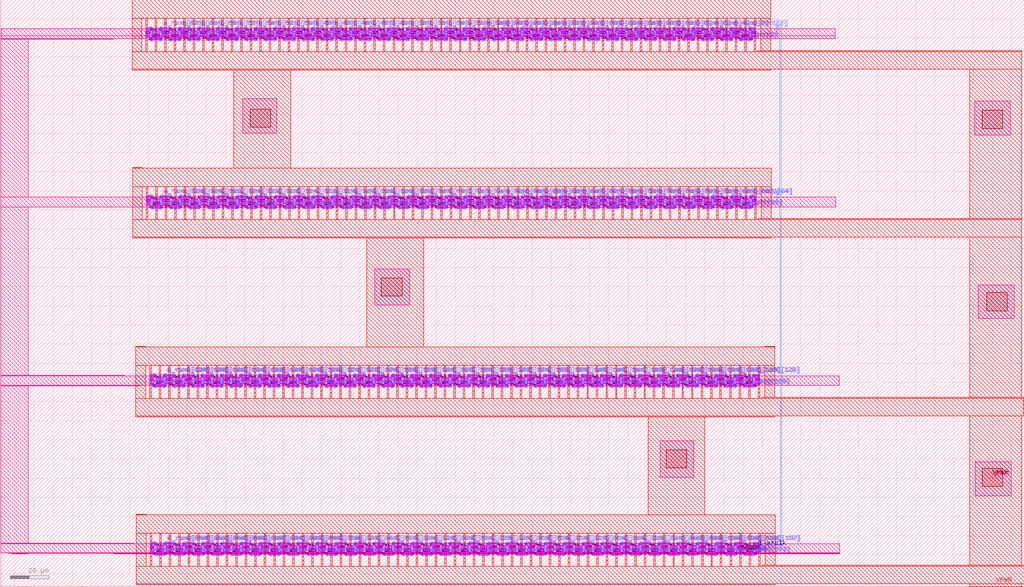
<source format=lef>
VERSION 5.7 ;
  NOWIREEXTENSIONATPIN ON ;
  DIVIDERCHAR "/" ;
  BUSBITCHARS "[]" ;
MACRO meta_srlatch_set
  CLASS BLOCK ;
  FOREIGN meta_srlatch_set ;
  ORIGIN 367.230 196.620 ;
  SIZE 533.840 BY 306.490 ;
  SITE unithd ;
  PIN o_ranQ[1]
    ANTENNADIFFAREA 0.340600 ;
    PORT
      LAYER li1 ;
        RECT 18.315 89.065 18.820 89.145 ;
        RECT 19.620 89.065 20.525 89.155 ;
        RECT 18.315 88.885 20.525 89.065 ;
      LAYER mcon ;
        RECT 18.505 88.975 18.675 89.145 ;
        RECT 19.870 88.975 20.040 89.145 ;
      LAYER met1 ;
        RECT 18.440 88.880 20.130 89.180 ;
        RECT 18.620 88.180 19.620 88.880 ;
    END
  END o_ranQ[1]
  PIN o_ranQ[2]
    ANTENNADIFFAREA 0.340600 ;
    PORT
      LAYER li1 ;
        RECT 13.355 94.875 15.565 95.055 ;
        RECT 13.355 94.795 13.860 94.875 ;
        RECT 14.660 94.785 15.565 94.875 ;
      LAYER mcon ;
        RECT 13.545 94.795 13.715 94.965 ;
        RECT 14.910 94.795 15.080 94.965 ;
      LAYER met1 ;
        RECT 13.660 95.060 14.660 95.760 ;
        RECT 13.480 94.760 15.170 95.060 ;
    END
  END o_ranQ[2]
  PIN o_ranQ[3]
    ANTENNADIFFAREA 0.340600 ;
    PORT
      LAYER li1 ;
        RECT 8.395 89.065 8.900 89.145 ;
        RECT 9.700 89.065 10.605 89.155 ;
        RECT 8.395 88.885 10.605 89.065 ;
      LAYER mcon ;
        RECT 8.585 88.975 8.755 89.145 ;
        RECT 9.950 88.975 10.120 89.145 ;
      LAYER met1 ;
        RECT 8.520 88.880 10.210 89.180 ;
        RECT 8.700 88.180 9.700 88.880 ;
    END
  END o_ranQ[3]
  PIN o_ranQ[0]
    ANTENNADIFFAREA 0.340600 ;
    PORT
      LAYER li1 ;
        RECT 23.275 94.875 25.485 95.055 ;
        RECT 23.275 94.795 23.780 94.875 ;
        RECT 24.580 94.785 25.485 94.875 ;
      LAYER mcon ;
        RECT 23.465 94.795 23.635 94.965 ;
        RECT 24.830 94.795 25.000 94.965 ;
      LAYER met1 ;
        RECT 23.580 95.060 24.580 95.760 ;
        RECT 23.400 94.760 25.090 95.060 ;
    END
  END o_ranQ[0]
  PIN o_ranQ[4]
    ANTENNADIFFAREA 0.340600 ;
    PORT
      LAYER li1 ;
        RECT 3.435 94.875 5.645 95.055 ;
        RECT 3.435 94.795 3.940 94.875 ;
        RECT 4.740 94.785 5.645 94.875 ;
      LAYER mcon ;
        RECT 3.625 94.795 3.795 94.965 ;
        RECT 4.990 94.795 5.160 94.965 ;
      LAYER met1 ;
        RECT 3.740 95.060 4.740 95.760 ;
        RECT 3.560 94.760 5.250 95.060 ;
    END
  END o_ranQ[4]
  PIN o_ranQ[5]
    ANTENNADIFFAREA 0.340600 ;
    PORT
      LAYER li1 ;
        RECT -1.525 89.065 -1.020 89.145 ;
        RECT -0.220 89.065 0.685 89.155 ;
        RECT -1.525 88.885 0.685 89.065 ;
      LAYER mcon ;
        RECT -1.335 88.975 -1.165 89.145 ;
        RECT 0.030 88.975 0.200 89.145 ;
      LAYER met1 ;
        RECT -1.400 88.880 0.290 89.180 ;
        RECT -1.220 88.180 -0.220 88.880 ;
    END
  END o_ranQ[5]
  PIN o_ranQ[6]
    ANTENNADIFFAREA 0.340600 ;
    PORT
      LAYER li1 ;
        RECT -6.485 94.875 -4.275 95.055 ;
        RECT -6.485 94.795 -5.980 94.875 ;
        RECT -5.180 94.785 -4.275 94.875 ;
      LAYER mcon ;
        RECT -6.295 94.795 -6.125 94.965 ;
        RECT -4.930 94.795 -4.760 94.965 ;
      LAYER met1 ;
        RECT -6.180 95.060 -5.180 95.760 ;
        RECT -6.360 94.760 -4.670 95.060 ;
    END
  END o_ranQ[6]
  PIN o_ranQ[7]
    ANTENNADIFFAREA 0.340600 ;
    PORT
      LAYER li1 ;
        RECT -11.445 89.065 -10.940 89.145 ;
        RECT -10.140 89.065 -9.235 89.155 ;
        RECT -11.445 88.885 -9.235 89.065 ;
      LAYER mcon ;
        RECT -11.255 88.975 -11.085 89.145 ;
        RECT -9.890 88.975 -9.720 89.145 ;
      LAYER met1 ;
        RECT -11.320 88.880 -9.630 89.180 ;
        RECT -11.140 88.180 -10.140 88.880 ;
    END
  END o_ranQ[7]
  PIN o_ranQ[8]
    ANTENNADIFFAREA 0.340600 ;
    PORT
      LAYER li1 ;
        RECT -16.405 94.875 -14.195 95.055 ;
        RECT -16.405 94.795 -15.900 94.875 ;
        RECT -15.100 94.785 -14.195 94.875 ;
      LAYER mcon ;
        RECT -16.215 94.795 -16.045 94.965 ;
        RECT -14.850 94.795 -14.680 94.965 ;
      LAYER met1 ;
        RECT -16.100 95.060 -15.100 95.760 ;
        RECT -16.280 94.760 -14.590 95.060 ;
    END
  END o_ranQ[8]
  PIN o_ranQ[9]
    ANTENNADIFFAREA 0.340600 ;
    PORT
      LAYER li1 ;
        RECT -21.365 89.065 -20.860 89.145 ;
        RECT -20.060 89.065 -19.155 89.155 ;
        RECT -21.365 88.885 -19.155 89.065 ;
      LAYER mcon ;
        RECT -21.175 88.975 -21.005 89.145 ;
        RECT -19.810 88.975 -19.640 89.145 ;
      LAYER met1 ;
        RECT -21.240 88.880 -19.550 89.180 ;
        RECT -21.060 88.180 -20.060 88.880 ;
    END
  END o_ranQ[9]
  PIN o_ranQ[10]
    ANTENNADIFFAREA 0.340600 ;
    PORT
      LAYER li1 ;
        RECT -26.325 94.875 -24.115 95.055 ;
        RECT -26.325 94.795 -25.820 94.875 ;
        RECT -25.020 94.785 -24.115 94.875 ;
      LAYER mcon ;
        RECT -26.135 94.795 -25.965 94.965 ;
        RECT -24.770 94.795 -24.600 94.965 ;
      LAYER met1 ;
        RECT -26.020 95.060 -25.020 95.760 ;
        RECT -26.200 94.760 -24.510 95.060 ;
    END
  END o_ranQ[10]
  PIN o_ranQ[11]
    ANTENNADIFFAREA 0.340600 ;
    PORT
      LAYER li1 ;
        RECT -31.285 89.065 -30.780 89.145 ;
        RECT -29.980 89.065 -29.075 89.155 ;
        RECT -31.285 88.885 -29.075 89.065 ;
      LAYER mcon ;
        RECT -31.095 88.975 -30.925 89.145 ;
        RECT -29.730 88.975 -29.560 89.145 ;
      LAYER met1 ;
        RECT -31.160 88.880 -29.470 89.180 ;
        RECT -30.980 88.180 -29.980 88.880 ;
    END
  END o_ranQ[11]
  PIN o_ranQ[12]
    ANTENNADIFFAREA 0.340600 ;
    PORT
      LAYER li1 ;
        RECT -36.245 94.875 -34.035 95.055 ;
        RECT -36.245 94.795 -35.740 94.875 ;
        RECT -34.940 94.785 -34.035 94.875 ;
      LAYER mcon ;
        RECT -36.055 94.795 -35.885 94.965 ;
        RECT -34.690 94.795 -34.520 94.965 ;
      LAYER met1 ;
        RECT -35.940 95.060 -34.940 95.760 ;
        RECT -36.120 94.760 -34.430 95.060 ;
    END
  END o_ranQ[12]
  PIN o_ranQ[13]
    ANTENNADIFFAREA 0.340600 ;
    PORT
      LAYER li1 ;
        RECT -41.205 89.065 -40.700 89.145 ;
        RECT -39.900 89.065 -38.995 89.155 ;
        RECT -41.205 88.885 -38.995 89.065 ;
      LAYER mcon ;
        RECT -41.015 88.975 -40.845 89.145 ;
        RECT -39.650 88.975 -39.480 89.145 ;
      LAYER met1 ;
        RECT -41.080 88.880 -39.390 89.180 ;
        RECT -40.900 88.180 -39.900 88.880 ;
    END
  END o_ranQ[13]
  PIN o_ranQ[14]
    ANTENNADIFFAREA 0.340600 ;
    PORT
      LAYER li1 ;
        RECT -46.165 94.875 -43.955 95.055 ;
        RECT -46.165 94.795 -45.660 94.875 ;
        RECT -44.860 94.785 -43.955 94.875 ;
      LAYER mcon ;
        RECT -45.975 94.795 -45.805 94.965 ;
        RECT -44.610 94.795 -44.440 94.965 ;
      LAYER met1 ;
        RECT -45.860 95.060 -44.860 95.760 ;
        RECT -46.040 94.760 -44.350 95.060 ;
    END
  END o_ranQ[14]
  PIN o_ranQ[15]
    ANTENNADIFFAREA 0.340600 ;
    PORT
      LAYER li1 ;
        RECT -51.125 89.065 -50.620 89.145 ;
        RECT -49.820 89.065 -48.915 89.155 ;
        RECT -51.125 88.885 -48.915 89.065 ;
      LAYER mcon ;
        RECT -50.935 88.975 -50.765 89.145 ;
        RECT -49.570 88.975 -49.400 89.145 ;
      LAYER met1 ;
        RECT -51.000 88.880 -49.310 89.180 ;
        RECT -50.820 88.180 -49.820 88.880 ;
    END
  END o_ranQ[15]
  PIN o_ranQ[17]
    ANTENNADIFFAREA 0.340600 ;
    PORT
      LAYER li1 ;
        RECT -61.045 89.065 -60.540 89.145 ;
        RECT -59.740 89.065 -58.835 89.155 ;
        RECT -61.045 88.885 -58.835 89.065 ;
      LAYER mcon ;
        RECT -60.855 88.975 -60.685 89.145 ;
        RECT -59.490 88.975 -59.320 89.145 ;
      LAYER met1 ;
        RECT -60.920 88.880 -59.230 89.180 ;
        RECT -60.740 88.180 -59.740 88.880 ;
    END
  END o_ranQ[17]
  PIN o_ranQ[18]
    ANTENNADIFFAREA 0.340600 ;
    PORT
      LAYER li1 ;
        RECT -66.005 94.875 -63.795 95.055 ;
        RECT -66.005 94.795 -65.500 94.875 ;
        RECT -64.700 94.785 -63.795 94.875 ;
      LAYER mcon ;
        RECT -65.815 94.795 -65.645 94.965 ;
        RECT -64.450 94.795 -64.280 94.965 ;
      LAYER met1 ;
        RECT -65.700 95.060 -64.700 95.760 ;
        RECT -65.880 94.760 -64.190 95.060 ;
    END
  END o_ranQ[18]
  PIN o_ranQ[19]
    ANTENNADIFFAREA 0.340600 ;
    PORT
      LAYER li1 ;
        RECT -70.965 89.065 -70.460 89.145 ;
        RECT -69.660 89.065 -68.755 89.155 ;
        RECT -70.965 88.885 -68.755 89.065 ;
      LAYER mcon ;
        RECT -70.775 88.975 -70.605 89.145 ;
        RECT -69.410 88.975 -69.240 89.145 ;
      LAYER met1 ;
        RECT -70.840 88.880 -69.150 89.180 ;
        RECT -70.660 88.180 -69.660 88.880 ;
    END
  END o_ranQ[19]
  PIN o_ranQ[16]
    ANTENNADIFFAREA 0.340600 ;
    PORT
      LAYER li1 ;
        RECT -56.085 94.875 -53.875 95.055 ;
        RECT -56.085 94.795 -55.580 94.875 ;
        RECT -54.780 94.785 -53.875 94.875 ;
      LAYER mcon ;
        RECT -55.895 94.795 -55.725 94.965 ;
        RECT -54.530 94.795 -54.360 94.965 ;
      LAYER met1 ;
        RECT -55.780 95.060 -54.780 95.760 ;
        RECT -55.960 94.760 -54.270 95.060 ;
    END
  END o_ranQ[16]
  PIN o_ranQ[20]
    ANTENNADIFFAREA 0.340600 ;
    PORT
      LAYER li1 ;
        RECT -75.925 94.875 -73.715 95.055 ;
        RECT -75.925 94.795 -75.420 94.875 ;
        RECT -74.620 94.785 -73.715 94.875 ;
      LAYER mcon ;
        RECT -75.735 94.795 -75.565 94.965 ;
        RECT -74.370 94.795 -74.200 94.965 ;
      LAYER met1 ;
        RECT -75.620 95.060 -74.620 95.760 ;
        RECT -75.800 94.760 -74.110 95.060 ;
    END
  END o_ranQ[20]
  PIN o_ranQ[21]
    ANTENNADIFFAREA 0.340600 ;
    PORT
      LAYER li1 ;
        RECT -80.885 89.065 -80.380 89.145 ;
        RECT -79.580 89.065 -78.675 89.155 ;
        RECT -80.885 88.885 -78.675 89.065 ;
      LAYER mcon ;
        RECT -80.695 88.975 -80.525 89.145 ;
        RECT -79.330 88.975 -79.160 89.145 ;
      LAYER met1 ;
        RECT -80.760 88.880 -79.070 89.180 ;
        RECT -80.580 88.180 -79.580 88.880 ;
    END
  END o_ranQ[21]
  PIN o_ranQ[22]
    ANTENNADIFFAREA 0.340600 ;
    PORT
      LAYER li1 ;
        RECT -85.845 94.875 -83.635 95.055 ;
        RECT -85.845 94.795 -85.340 94.875 ;
        RECT -84.540 94.785 -83.635 94.875 ;
      LAYER mcon ;
        RECT -85.655 94.795 -85.485 94.965 ;
        RECT -84.290 94.795 -84.120 94.965 ;
      LAYER met1 ;
        RECT -85.540 95.060 -84.540 95.760 ;
        RECT -85.720 94.760 -84.030 95.060 ;
    END
  END o_ranQ[22]
  PIN o_ranQ[23]
    ANTENNADIFFAREA 0.340600 ;
    PORT
      LAYER li1 ;
        RECT -90.805 89.065 -90.300 89.145 ;
        RECT -89.500 89.065 -88.595 89.155 ;
        RECT -90.805 88.885 -88.595 89.065 ;
      LAYER mcon ;
        RECT -90.615 88.975 -90.445 89.145 ;
        RECT -89.250 88.975 -89.080 89.145 ;
      LAYER met1 ;
        RECT -90.680 88.880 -88.990 89.180 ;
        RECT -90.500 88.180 -89.500 88.880 ;
    END
  END o_ranQ[23]
  PIN o_ranQ[24]
    ANTENNADIFFAREA 0.340600 ;
    PORT
      LAYER li1 ;
        RECT -95.765 94.875 -93.555 95.055 ;
        RECT -95.765 94.795 -95.260 94.875 ;
        RECT -94.460 94.785 -93.555 94.875 ;
      LAYER mcon ;
        RECT -95.575 94.795 -95.405 94.965 ;
        RECT -94.210 94.795 -94.040 94.965 ;
      LAYER met1 ;
        RECT -95.460 95.060 -94.460 95.760 ;
        RECT -95.640 94.760 -93.950 95.060 ;
    END
  END o_ranQ[24]
  PIN o_ranQ[25]
    ANTENNADIFFAREA 0.340600 ;
    PORT
      LAYER li1 ;
        RECT -100.725 89.065 -100.220 89.145 ;
        RECT -99.420 89.065 -98.515 89.155 ;
        RECT -100.725 88.885 -98.515 89.065 ;
      LAYER mcon ;
        RECT -100.535 88.975 -100.365 89.145 ;
        RECT -99.170 88.975 -99.000 89.145 ;
      LAYER met1 ;
        RECT -100.600 88.880 -98.910 89.180 ;
        RECT -100.420 88.180 -99.420 88.880 ;
    END
  END o_ranQ[25]
  PIN o_ranQ[26]
    ANTENNADIFFAREA 0.340600 ;
    PORT
      LAYER li1 ;
        RECT -105.685 94.875 -103.475 95.055 ;
        RECT -105.685 94.795 -105.180 94.875 ;
        RECT -104.380 94.785 -103.475 94.875 ;
      LAYER mcon ;
        RECT -105.495 94.795 -105.325 94.965 ;
        RECT -104.130 94.795 -103.960 94.965 ;
      LAYER met1 ;
        RECT -105.380 95.060 -104.380 95.760 ;
        RECT -105.560 94.760 -103.870 95.060 ;
    END
  END o_ranQ[26]
  PIN o_ranQ[27]
    ANTENNADIFFAREA 0.340600 ;
    PORT
      LAYER li1 ;
        RECT -110.645 89.065 -110.140 89.145 ;
        RECT -109.340 89.065 -108.435 89.155 ;
        RECT -110.645 88.885 -108.435 89.065 ;
      LAYER mcon ;
        RECT -110.455 88.975 -110.285 89.145 ;
        RECT -109.090 88.975 -108.920 89.145 ;
      LAYER met1 ;
        RECT -110.520 88.880 -108.830 89.180 ;
        RECT -110.340 88.180 -109.340 88.880 ;
    END
  END o_ranQ[27]
  PIN o_ranQ[28]
    ANTENNADIFFAREA 0.340600 ;
    PORT
      LAYER li1 ;
        RECT -115.605 94.875 -113.395 95.055 ;
        RECT -115.605 94.795 -115.100 94.875 ;
        RECT -114.300 94.785 -113.395 94.875 ;
      LAYER mcon ;
        RECT -115.415 94.795 -115.245 94.965 ;
        RECT -114.050 94.795 -113.880 94.965 ;
      LAYER met1 ;
        RECT -115.300 95.060 -114.300 95.760 ;
        RECT -115.480 94.760 -113.790 95.060 ;
    END
  END o_ranQ[28]
  PIN o_ranQ[29]
    ANTENNADIFFAREA 0.340600 ;
    PORT
      LAYER li1 ;
        RECT -120.565 89.065 -120.060 89.145 ;
        RECT -119.260 89.065 -118.355 89.155 ;
        RECT -120.565 88.885 -118.355 89.065 ;
      LAYER mcon ;
        RECT -120.375 88.975 -120.205 89.145 ;
        RECT -119.010 88.975 -118.840 89.145 ;
      LAYER met1 ;
        RECT -120.440 88.880 -118.750 89.180 ;
        RECT -120.260 88.180 -119.260 88.880 ;
    END
  END o_ranQ[29]
  PIN o_ranQ[30]
    ANTENNADIFFAREA 0.340600 ;
    PORT
      LAYER li1 ;
        RECT -125.525 94.875 -123.315 95.055 ;
        RECT -125.525 94.795 -125.020 94.875 ;
        RECT -124.220 94.785 -123.315 94.875 ;
      LAYER mcon ;
        RECT -125.335 94.795 -125.165 94.965 ;
        RECT -123.970 94.795 -123.800 94.965 ;
      LAYER met1 ;
        RECT -125.220 95.060 -124.220 95.760 ;
        RECT -125.400 94.760 -123.710 95.060 ;
    END
  END o_ranQ[30]
  PIN o_ranQ[31]
    ANTENNADIFFAREA 0.340600 ;
    PORT
      LAYER li1 ;
        RECT -130.485 89.065 -129.980 89.145 ;
        RECT -129.180 89.065 -128.275 89.155 ;
        RECT -130.485 88.885 -128.275 89.065 ;
      LAYER mcon ;
        RECT -130.295 88.975 -130.125 89.145 ;
        RECT -128.930 88.975 -128.760 89.145 ;
      LAYER met1 ;
        RECT -130.360 88.880 -128.670 89.180 ;
        RECT -130.180 88.180 -129.180 88.880 ;
    END
  END o_ranQ[31]
  PIN o_ranQ[33]
    ANTENNADIFFAREA 0.340600 ;
    PORT
      LAYER li1 ;
        RECT -140.405 89.065 -139.900 89.145 ;
        RECT -139.100 89.065 -138.195 89.155 ;
        RECT -140.405 88.885 -138.195 89.065 ;
      LAYER mcon ;
        RECT -140.215 88.975 -140.045 89.145 ;
        RECT -138.850 88.975 -138.680 89.145 ;
      LAYER met1 ;
        RECT -140.280 88.880 -138.590 89.180 ;
        RECT -140.100 88.180 -139.100 88.880 ;
    END
  END o_ranQ[33]
  PIN o_ranQ[34]
    ANTENNADIFFAREA 0.340600 ;
    PORT
      LAYER li1 ;
        RECT -145.365 94.875 -143.155 95.055 ;
        RECT -145.365 94.795 -144.860 94.875 ;
        RECT -144.060 94.785 -143.155 94.875 ;
      LAYER mcon ;
        RECT -145.175 94.795 -145.005 94.965 ;
        RECT -143.810 94.795 -143.640 94.965 ;
      LAYER met1 ;
        RECT -145.060 95.060 -144.060 95.760 ;
        RECT -145.240 94.760 -143.550 95.060 ;
    END
  END o_ranQ[34]
  PIN o_ranQ[35]
    ANTENNADIFFAREA 0.340600 ;
    PORT
      LAYER li1 ;
        RECT -150.325 89.065 -149.820 89.145 ;
        RECT -149.020 89.065 -148.115 89.155 ;
        RECT -150.325 88.885 -148.115 89.065 ;
      LAYER mcon ;
        RECT -150.135 88.975 -149.965 89.145 ;
        RECT -148.770 88.975 -148.600 89.145 ;
      LAYER met1 ;
        RECT -150.200 88.880 -148.510 89.180 ;
        RECT -150.020 88.180 -149.020 88.880 ;
    END
  END o_ranQ[35]
  PIN o_ranQ[32]
    ANTENNADIFFAREA 0.340600 ;
    PORT
      LAYER li1 ;
        RECT -135.445 94.875 -133.235 95.055 ;
        RECT -135.445 94.795 -134.940 94.875 ;
        RECT -134.140 94.785 -133.235 94.875 ;
      LAYER mcon ;
        RECT -135.255 94.795 -135.085 94.965 ;
        RECT -133.890 94.795 -133.720 94.965 ;
      LAYER met1 ;
        RECT -135.140 95.060 -134.140 95.760 ;
        RECT -135.320 94.760 -133.630 95.060 ;
    END
  END o_ranQ[32]
  PIN o_ranQ[36]
    ANTENNADIFFAREA 0.340600 ;
    PORT
      LAYER li1 ;
        RECT -155.285 94.875 -153.075 95.055 ;
        RECT -155.285 94.795 -154.780 94.875 ;
        RECT -153.980 94.785 -153.075 94.875 ;
      LAYER mcon ;
        RECT -155.095 94.795 -154.925 94.965 ;
        RECT -153.730 94.795 -153.560 94.965 ;
      LAYER met1 ;
        RECT -154.980 95.060 -153.980 95.760 ;
        RECT -155.160 94.760 -153.470 95.060 ;
    END
  END o_ranQ[36]
  PIN o_ranQ[37]
    ANTENNADIFFAREA 0.340600 ;
    PORT
      LAYER li1 ;
        RECT -160.245 89.065 -159.740 89.145 ;
        RECT -158.940 89.065 -158.035 89.155 ;
        RECT -160.245 88.885 -158.035 89.065 ;
      LAYER mcon ;
        RECT -160.055 88.975 -159.885 89.145 ;
        RECT -158.690 88.975 -158.520 89.145 ;
      LAYER met1 ;
        RECT -160.120 88.880 -158.430 89.180 ;
        RECT -159.940 88.180 -158.940 88.880 ;
    END
  END o_ranQ[37]
  PIN o_ranQ[38]
    ANTENNADIFFAREA 0.340600 ;
    PORT
      LAYER li1 ;
        RECT -165.205 94.875 -162.995 95.055 ;
        RECT -165.205 94.795 -164.700 94.875 ;
        RECT -163.900 94.785 -162.995 94.875 ;
      LAYER mcon ;
        RECT -165.015 94.795 -164.845 94.965 ;
        RECT -163.650 94.795 -163.480 94.965 ;
      LAYER met1 ;
        RECT -164.900 95.060 -163.900 95.760 ;
        RECT -165.080 94.760 -163.390 95.060 ;
    END
  END o_ranQ[38]
  PIN o_ranQ[39]
    ANTENNADIFFAREA 0.340600 ;
    PORT
      LAYER li1 ;
        RECT -170.165 89.065 -169.660 89.145 ;
        RECT -168.860 89.065 -167.955 89.155 ;
        RECT -170.165 88.885 -167.955 89.065 ;
      LAYER mcon ;
        RECT -169.975 88.975 -169.805 89.145 ;
        RECT -168.610 88.975 -168.440 89.145 ;
      LAYER met1 ;
        RECT -170.040 88.880 -168.350 89.180 ;
        RECT -169.860 88.180 -168.860 88.880 ;
    END
  END o_ranQ[39]
  PIN o_ranQ[40]
    ANTENNADIFFAREA 0.340600 ;
    PORT
      LAYER li1 ;
        RECT -175.125 94.875 -172.915 95.055 ;
        RECT -175.125 94.795 -174.620 94.875 ;
        RECT -173.820 94.785 -172.915 94.875 ;
      LAYER mcon ;
        RECT -174.935 94.795 -174.765 94.965 ;
        RECT -173.570 94.795 -173.400 94.965 ;
      LAYER met1 ;
        RECT -174.820 95.060 -173.820 95.760 ;
        RECT -175.000 94.760 -173.310 95.060 ;
    END
  END o_ranQ[40]
  PIN o_ranQ[41]
    ANTENNADIFFAREA 0.340600 ;
    PORT
      LAYER li1 ;
        RECT -180.085 89.065 -179.580 89.145 ;
        RECT -178.780 89.065 -177.875 89.155 ;
        RECT -180.085 88.885 -177.875 89.065 ;
      LAYER mcon ;
        RECT -179.895 88.975 -179.725 89.145 ;
        RECT -178.530 88.975 -178.360 89.145 ;
      LAYER met1 ;
        RECT -179.960 88.880 -178.270 89.180 ;
        RECT -179.780 88.180 -178.780 88.880 ;
    END
  END o_ranQ[41]
  PIN o_ranQ[42]
    ANTENNADIFFAREA 0.340600 ;
    PORT
      LAYER li1 ;
        RECT -185.045 94.875 -182.835 95.055 ;
        RECT -185.045 94.795 -184.540 94.875 ;
        RECT -183.740 94.785 -182.835 94.875 ;
      LAYER mcon ;
        RECT -184.855 94.795 -184.685 94.965 ;
        RECT -183.490 94.795 -183.320 94.965 ;
      LAYER met1 ;
        RECT -184.740 95.060 -183.740 95.760 ;
        RECT -184.920 94.760 -183.230 95.060 ;
    END
  END o_ranQ[42]
  PIN o_ranQ[43]
    ANTENNADIFFAREA 0.340600 ;
    PORT
      LAYER li1 ;
        RECT -190.005 89.065 -189.500 89.145 ;
        RECT -188.700 89.065 -187.795 89.155 ;
        RECT -190.005 88.885 -187.795 89.065 ;
      LAYER mcon ;
        RECT -189.815 88.975 -189.645 89.145 ;
        RECT -188.450 88.975 -188.280 89.145 ;
      LAYER met1 ;
        RECT -189.880 88.880 -188.190 89.180 ;
        RECT -189.700 88.180 -188.700 88.880 ;
    END
  END o_ranQ[43]
  PIN o_ranQ[44]
    ANTENNADIFFAREA 0.340600 ;
    PORT
      LAYER li1 ;
        RECT -194.965 94.875 -192.755 95.055 ;
        RECT -194.965 94.795 -194.460 94.875 ;
        RECT -193.660 94.785 -192.755 94.875 ;
      LAYER mcon ;
        RECT -194.775 94.795 -194.605 94.965 ;
        RECT -193.410 94.795 -193.240 94.965 ;
      LAYER met1 ;
        RECT -194.660 95.060 -193.660 95.760 ;
        RECT -194.840 94.760 -193.150 95.060 ;
    END
  END o_ranQ[44]
  PIN o_ranQ[45]
    ANTENNADIFFAREA 0.340600 ;
    PORT
      LAYER li1 ;
        RECT -199.925 89.065 -199.420 89.145 ;
        RECT -198.620 89.065 -197.715 89.155 ;
        RECT -199.925 88.885 -197.715 89.065 ;
      LAYER mcon ;
        RECT -199.735 88.975 -199.565 89.145 ;
        RECT -198.370 88.975 -198.200 89.145 ;
      LAYER met1 ;
        RECT -199.800 88.880 -198.110 89.180 ;
        RECT -199.620 88.180 -198.620 88.880 ;
    END
  END o_ranQ[45]
  PIN o_ranQ[46]
    ANTENNADIFFAREA 0.340600 ;
    PORT
      LAYER li1 ;
        RECT -204.885 94.875 -202.675 95.055 ;
        RECT -204.885 94.795 -204.380 94.875 ;
        RECT -203.580 94.785 -202.675 94.875 ;
      LAYER mcon ;
        RECT -204.695 94.795 -204.525 94.965 ;
        RECT -203.330 94.795 -203.160 94.965 ;
      LAYER met1 ;
        RECT -204.580 95.060 -203.580 95.760 ;
        RECT -204.760 94.760 -203.070 95.060 ;
    END
  END o_ranQ[46]
  PIN o_ranQ[47]
    ANTENNADIFFAREA 0.340600 ;
    PORT
      LAYER li1 ;
        RECT -209.845 89.065 -209.340 89.145 ;
        RECT -208.540 89.065 -207.635 89.155 ;
        RECT -209.845 88.885 -207.635 89.065 ;
      LAYER mcon ;
        RECT -209.655 88.975 -209.485 89.145 ;
        RECT -208.290 88.975 -208.120 89.145 ;
      LAYER met1 ;
        RECT -209.720 88.880 -208.030 89.180 ;
        RECT -209.540 88.180 -208.540 88.880 ;
    END
  END o_ranQ[47]
  PIN o_ranQ[49]
    ANTENNADIFFAREA 0.340600 ;
    PORT
      LAYER li1 ;
        RECT -219.765 89.065 -219.260 89.145 ;
        RECT -218.460 89.065 -217.555 89.155 ;
        RECT -219.765 88.885 -217.555 89.065 ;
      LAYER mcon ;
        RECT -219.575 88.975 -219.405 89.145 ;
        RECT -218.210 88.975 -218.040 89.145 ;
      LAYER met1 ;
        RECT -219.640 88.880 -217.950 89.180 ;
        RECT -219.460 88.180 -218.460 88.880 ;
    END
  END o_ranQ[49]
  PIN o_ranQ[50]
    ANTENNADIFFAREA 0.340600 ;
    PORT
      LAYER li1 ;
        RECT -224.725 94.875 -222.515 95.055 ;
        RECT -224.725 94.795 -224.220 94.875 ;
        RECT -223.420 94.785 -222.515 94.875 ;
      LAYER mcon ;
        RECT -224.535 94.795 -224.365 94.965 ;
        RECT -223.170 94.795 -223.000 94.965 ;
      LAYER met1 ;
        RECT -224.420 95.060 -223.420 95.760 ;
        RECT -224.600 94.760 -222.910 95.060 ;
    END
  END o_ranQ[50]
  PIN o_ranQ[51]
    ANTENNADIFFAREA 0.340600 ;
    PORT
      LAYER li1 ;
        RECT -229.685 89.065 -229.180 89.145 ;
        RECT -228.380 89.065 -227.475 89.155 ;
        RECT -229.685 88.885 -227.475 89.065 ;
      LAYER mcon ;
        RECT -229.495 88.975 -229.325 89.145 ;
        RECT -228.130 88.975 -227.960 89.145 ;
      LAYER met1 ;
        RECT -229.560 88.880 -227.870 89.180 ;
        RECT -229.380 88.180 -228.380 88.880 ;
    END
  END o_ranQ[51]
  PIN o_ranQ[48]
    ANTENNADIFFAREA 0.340600 ;
    PORT
      LAYER li1 ;
        RECT -214.805 94.875 -212.595 95.055 ;
        RECT -214.805 94.795 -214.300 94.875 ;
        RECT -213.500 94.785 -212.595 94.875 ;
      LAYER mcon ;
        RECT -214.615 94.795 -214.445 94.965 ;
        RECT -213.250 94.795 -213.080 94.965 ;
      LAYER met1 ;
        RECT -214.500 95.060 -213.500 95.760 ;
        RECT -214.680 94.760 -212.990 95.060 ;
    END
  END o_ranQ[48]
  PIN o_ranQ[52]
    ANTENNADIFFAREA 0.340600 ;
    PORT
      LAYER li1 ;
        RECT -234.645 94.875 -232.435 95.055 ;
        RECT -234.645 94.795 -234.140 94.875 ;
        RECT -233.340 94.785 -232.435 94.875 ;
      LAYER mcon ;
        RECT -234.455 94.795 -234.285 94.965 ;
        RECT -233.090 94.795 -232.920 94.965 ;
      LAYER met1 ;
        RECT -234.340 95.060 -233.340 95.760 ;
        RECT -234.520 94.760 -232.830 95.060 ;
    END
  END o_ranQ[52]
  PIN o_ranQ[53]
    ANTENNADIFFAREA 0.340600 ;
    PORT
      LAYER li1 ;
        RECT -239.605 89.065 -239.100 89.145 ;
        RECT -238.300 89.065 -237.395 89.155 ;
        RECT -239.605 88.885 -237.395 89.065 ;
      LAYER mcon ;
        RECT -239.415 88.975 -239.245 89.145 ;
        RECT -238.050 88.975 -237.880 89.145 ;
      LAYER met1 ;
        RECT -239.480 88.880 -237.790 89.180 ;
        RECT -239.300 88.180 -238.300 88.880 ;
    END
  END o_ranQ[53]
  PIN o_ranQ[54]
    ANTENNADIFFAREA 0.340600 ;
    PORT
      LAYER li1 ;
        RECT -244.565 94.875 -242.355 95.055 ;
        RECT -244.565 94.795 -244.060 94.875 ;
        RECT -243.260 94.785 -242.355 94.875 ;
      LAYER mcon ;
        RECT -244.375 94.795 -244.205 94.965 ;
        RECT -243.010 94.795 -242.840 94.965 ;
      LAYER met1 ;
        RECT -244.260 95.060 -243.260 95.760 ;
        RECT -244.440 94.760 -242.750 95.060 ;
    END
  END o_ranQ[54]
  PIN o_ranQ[55]
    ANTENNADIFFAREA 0.340600 ;
    PORT
      LAYER li1 ;
        RECT -249.525 89.065 -249.020 89.145 ;
        RECT -248.220 89.065 -247.315 89.155 ;
        RECT -249.525 88.885 -247.315 89.065 ;
      LAYER mcon ;
        RECT -249.335 88.975 -249.165 89.145 ;
        RECT -247.970 88.975 -247.800 89.145 ;
      LAYER met1 ;
        RECT -249.400 88.880 -247.710 89.180 ;
        RECT -249.220 88.180 -248.220 88.880 ;
    END
  END o_ranQ[55]
  PIN o_ranQ[56]
    ANTENNADIFFAREA 0.340600 ;
    PORT
      LAYER li1 ;
        RECT -254.485 94.875 -252.275 95.055 ;
        RECT -254.485 94.795 -253.980 94.875 ;
        RECT -253.180 94.785 -252.275 94.875 ;
      LAYER mcon ;
        RECT -254.295 94.795 -254.125 94.965 ;
        RECT -252.930 94.795 -252.760 94.965 ;
      LAYER met1 ;
        RECT -254.180 95.060 -253.180 95.760 ;
        RECT -254.360 94.760 -252.670 95.060 ;
    END
  END o_ranQ[56]
  PIN o_ranQ[57]
    ANTENNADIFFAREA 0.340600 ;
    PORT
      LAYER li1 ;
        RECT -259.445 89.065 -258.940 89.145 ;
        RECT -258.140 89.065 -257.235 89.155 ;
        RECT -259.445 88.885 -257.235 89.065 ;
      LAYER mcon ;
        RECT -259.255 88.975 -259.085 89.145 ;
        RECT -257.890 88.975 -257.720 89.145 ;
      LAYER met1 ;
        RECT -259.320 88.880 -257.630 89.180 ;
        RECT -259.140 88.180 -258.140 88.880 ;
    END
  END o_ranQ[57]
  PIN o_ranQ[58]
    ANTENNADIFFAREA 0.340600 ;
    PORT
      LAYER li1 ;
        RECT -264.405 94.875 -262.195 95.055 ;
        RECT -264.405 94.795 -263.900 94.875 ;
        RECT -263.100 94.785 -262.195 94.875 ;
      LAYER mcon ;
        RECT -264.215 94.795 -264.045 94.965 ;
        RECT -262.850 94.795 -262.680 94.965 ;
      LAYER met1 ;
        RECT -264.100 95.060 -263.100 95.760 ;
        RECT -264.280 94.760 -262.590 95.060 ;
    END
  END o_ranQ[58]
  PIN o_ranQ[59]
    ANTENNADIFFAREA 0.340600 ;
    PORT
      LAYER li1 ;
        RECT -269.365 89.065 -268.860 89.145 ;
        RECT -268.060 89.065 -267.155 89.155 ;
        RECT -269.365 88.885 -267.155 89.065 ;
      LAYER mcon ;
        RECT -269.175 88.975 -269.005 89.145 ;
        RECT -267.810 88.975 -267.640 89.145 ;
      LAYER met1 ;
        RECT -269.240 88.880 -267.550 89.180 ;
        RECT -269.060 88.180 -268.060 88.880 ;
    END
  END o_ranQ[59]
  PIN o_ranQ[61]
    ANTENNADIFFAREA 0.340600 ;
    PORT
      LAYER li1 ;
        RECT -279.285 89.065 -278.780 89.145 ;
        RECT -277.980 89.065 -277.075 89.155 ;
        RECT -279.285 88.885 -277.075 89.065 ;
      LAYER mcon ;
        RECT -279.095 88.975 -278.925 89.145 ;
        RECT -277.730 88.975 -277.560 89.145 ;
      LAYER met1 ;
        RECT -279.160 88.880 -277.470 89.180 ;
        RECT -278.980 88.180 -277.980 88.880 ;
    END
  END o_ranQ[61]
  PIN o_ranQ[62]
    ANTENNADIFFAREA 0.340600 ;
    PORT
      LAYER li1 ;
        RECT -284.245 94.875 -282.035 95.055 ;
        RECT -284.245 94.795 -283.740 94.875 ;
        RECT -282.940 94.785 -282.035 94.875 ;
      LAYER mcon ;
        RECT -284.055 94.795 -283.885 94.965 ;
        RECT -282.690 94.795 -282.520 94.965 ;
      LAYER met1 ;
        RECT -283.940 95.060 -282.940 95.760 ;
        RECT -284.120 94.760 -282.430 95.060 ;
    END
  END o_ranQ[62]
  PIN o_ranQ[63]
    ANTENNADIFFAREA 0.340600 ;
    PORT
      LAYER li1 ;
        RECT -289.205 89.065 -288.700 89.145 ;
        RECT -287.900 89.065 -286.995 89.155 ;
        RECT -289.205 88.885 -286.995 89.065 ;
      LAYER mcon ;
        RECT -289.015 88.975 -288.845 89.145 ;
        RECT -287.650 88.975 -287.480 89.145 ;
      LAYER met1 ;
        RECT -289.080 88.880 -287.390 89.180 ;
        RECT -288.900 88.180 -287.900 88.880 ;
    END
  END o_ranQ[63]
  PIN i_srclk
    ANTENNAGATEAREA 126.719994 ;
    PORT
      LAYER li1 ;
        RECT -290.905 92.005 -290.570 92.275 ;
        RECT -281.970 92.005 -281.635 92.275 ;
        RECT -280.985 92.005 -280.650 92.275 ;
        RECT -272.050 92.005 -271.715 92.275 ;
        RECT -271.065 92.005 -270.730 92.275 ;
        RECT -262.130 92.005 -261.795 92.275 ;
        RECT -261.145 92.005 -260.810 92.275 ;
        RECT -252.210 92.005 -251.875 92.275 ;
        RECT -251.225 92.005 -250.890 92.275 ;
        RECT -242.290 92.005 -241.955 92.275 ;
        RECT -241.305 92.005 -240.970 92.275 ;
        RECT -232.370 92.005 -232.035 92.275 ;
        RECT -231.385 92.005 -231.050 92.275 ;
        RECT -222.450 92.005 -222.115 92.275 ;
        RECT -221.465 92.005 -221.130 92.275 ;
        RECT -212.530 92.005 -212.195 92.275 ;
        RECT -211.545 92.005 -211.210 92.275 ;
        RECT -202.610 92.005 -202.275 92.275 ;
        RECT -201.625 92.005 -201.290 92.275 ;
        RECT -192.690 92.005 -192.355 92.275 ;
        RECT -191.705 92.005 -191.370 92.275 ;
        RECT -182.770 92.005 -182.435 92.275 ;
        RECT -181.785 92.005 -181.450 92.275 ;
        RECT -172.850 92.005 -172.515 92.275 ;
        RECT -171.865 92.005 -171.530 92.275 ;
        RECT -162.930 92.005 -162.595 92.275 ;
        RECT -161.945 92.005 -161.610 92.275 ;
        RECT -153.010 92.005 -152.675 92.275 ;
        RECT -152.025 92.005 -151.690 92.275 ;
        RECT -143.090 92.005 -142.755 92.275 ;
        RECT -142.105 92.005 -141.770 92.275 ;
        RECT -133.170 92.005 -132.835 92.275 ;
        RECT -132.185 92.005 -131.850 92.275 ;
        RECT -123.250 92.005 -122.915 92.275 ;
        RECT -122.265 92.005 -121.930 92.275 ;
        RECT -113.330 92.005 -112.995 92.275 ;
        RECT -112.345 92.005 -112.010 92.275 ;
        RECT -103.410 92.005 -103.075 92.275 ;
        RECT -102.425 92.005 -102.090 92.275 ;
        RECT -93.490 92.005 -93.155 92.275 ;
        RECT -92.505 92.005 -92.170 92.275 ;
        RECT -83.570 92.005 -83.235 92.275 ;
        RECT -82.585 92.005 -82.250 92.275 ;
        RECT -73.650 92.005 -73.315 92.275 ;
        RECT -72.665 92.005 -72.330 92.275 ;
        RECT -63.730 92.005 -63.395 92.275 ;
        RECT -62.745 92.005 -62.410 92.275 ;
        RECT -53.810 92.005 -53.475 92.275 ;
        RECT -52.825 92.005 -52.490 92.275 ;
        RECT -43.890 92.005 -43.555 92.275 ;
        RECT -42.905 92.005 -42.570 92.275 ;
        RECT -33.970 92.005 -33.635 92.275 ;
        RECT -32.985 92.005 -32.650 92.275 ;
        RECT -24.050 92.005 -23.715 92.275 ;
        RECT -23.065 92.005 -22.730 92.275 ;
        RECT -14.130 92.005 -13.795 92.275 ;
        RECT -13.145 92.005 -12.810 92.275 ;
        RECT -4.210 92.005 -3.875 92.275 ;
        RECT -3.225 92.005 -2.890 92.275 ;
        RECT 5.710 92.005 6.045 92.275 ;
        RECT 6.695 92.005 7.030 92.275 ;
        RECT 15.630 92.005 15.965 92.275 ;
        RECT 16.615 92.005 16.950 92.275 ;
        RECT 25.550 92.005 25.885 92.275 ;
        RECT -286.930 91.665 -286.595 91.935 ;
        RECT -285.945 91.665 -285.610 91.935 ;
        RECT -277.010 91.665 -276.675 91.935 ;
        RECT -276.025 91.665 -275.690 91.935 ;
        RECT -267.090 91.665 -266.755 91.935 ;
        RECT -266.105 91.665 -265.770 91.935 ;
        RECT -257.170 91.665 -256.835 91.935 ;
        RECT -256.185 91.665 -255.850 91.935 ;
        RECT -247.250 91.665 -246.915 91.935 ;
        RECT -246.265 91.665 -245.930 91.935 ;
        RECT -237.330 91.665 -236.995 91.935 ;
        RECT -236.345 91.665 -236.010 91.935 ;
        RECT -227.410 91.665 -227.075 91.935 ;
        RECT -226.425 91.665 -226.090 91.935 ;
        RECT -217.490 91.665 -217.155 91.935 ;
        RECT -216.505 91.665 -216.170 91.935 ;
        RECT -207.570 91.665 -207.235 91.935 ;
        RECT -206.585 91.665 -206.250 91.935 ;
        RECT -197.650 91.665 -197.315 91.935 ;
        RECT -196.665 91.665 -196.330 91.935 ;
        RECT -187.730 91.665 -187.395 91.935 ;
        RECT -186.745 91.665 -186.410 91.935 ;
        RECT -177.810 91.665 -177.475 91.935 ;
        RECT -176.825 91.665 -176.490 91.935 ;
        RECT -167.890 91.665 -167.555 91.935 ;
        RECT -166.905 91.665 -166.570 91.935 ;
        RECT -157.970 91.665 -157.635 91.935 ;
        RECT -156.985 91.665 -156.650 91.935 ;
        RECT -148.050 91.665 -147.715 91.935 ;
        RECT -147.065 91.665 -146.730 91.935 ;
        RECT -138.130 91.665 -137.795 91.935 ;
        RECT -137.145 91.665 -136.810 91.935 ;
        RECT -128.210 91.665 -127.875 91.935 ;
        RECT -127.225 91.665 -126.890 91.935 ;
        RECT -118.290 91.665 -117.955 91.935 ;
        RECT -117.305 91.665 -116.970 91.935 ;
        RECT -108.370 91.665 -108.035 91.935 ;
        RECT -107.385 91.665 -107.050 91.935 ;
        RECT -98.450 91.665 -98.115 91.935 ;
        RECT -97.465 91.665 -97.130 91.935 ;
        RECT -88.530 91.665 -88.195 91.935 ;
        RECT -87.545 91.665 -87.210 91.935 ;
        RECT -78.610 91.665 -78.275 91.935 ;
        RECT -77.625 91.665 -77.290 91.935 ;
        RECT -68.690 91.665 -68.355 91.935 ;
        RECT -67.705 91.665 -67.370 91.935 ;
        RECT -58.770 91.665 -58.435 91.935 ;
        RECT -57.785 91.665 -57.450 91.935 ;
        RECT -48.850 91.665 -48.515 91.935 ;
        RECT -47.865 91.665 -47.530 91.935 ;
        RECT -38.930 91.665 -38.595 91.935 ;
        RECT -37.945 91.665 -37.610 91.935 ;
        RECT -29.010 91.665 -28.675 91.935 ;
        RECT -28.025 91.665 -27.690 91.935 ;
        RECT -19.090 91.665 -18.755 91.935 ;
        RECT -18.105 91.665 -17.770 91.935 ;
        RECT -9.170 91.665 -8.835 91.935 ;
        RECT -8.185 91.665 -7.850 91.935 ;
        RECT 0.750 91.665 1.085 91.935 ;
        RECT 1.735 91.665 2.070 91.935 ;
        RECT 10.670 91.665 11.005 91.935 ;
        RECT 11.655 91.665 11.990 91.935 ;
        RECT 20.590 91.665 20.925 91.935 ;
        RECT 21.575 91.665 21.910 91.935 ;
        RECT -290.655 4.295 -290.320 4.565 ;
        RECT -281.720 4.295 -281.385 4.565 ;
        RECT -280.735 4.295 -280.400 4.565 ;
        RECT -271.800 4.295 -271.465 4.565 ;
        RECT -270.815 4.295 -270.480 4.565 ;
        RECT -261.880 4.295 -261.545 4.565 ;
        RECT -260.895 4.295 -260.560 4.565 ;
        RECT -251.960 4.295 -251.625 4.565 ;
        RECT -250.975 4.295 -250.640 4.565 ;
        RECT -242.040 4.295 -241.705 4.565 ;
        RECT -241.055 4.295 -240.720 4.565 ;
        RECT -232.120 4.295 -231.785 4.565 ;
        RECT -231.135 4.295 -230.800 4.565 ;
        RECT -222.200 4.295 -221.865 4.565 ;
        RECT -221.215 4.295 -220.880 4.565 ;
        RECT -212.280 4.295 -211.945 4.565 ;
        RECT -211.295 4.295 -210.960 4.565 ;
        RECT -202.360 4.295 -202.025 4.565 ;
        RECT -201.375 4.295 -201.040 4.565 ;
        RECT -192.440 4.295 -192.105 4.565 ;
        RECT -191.455 4.295 -191.120 4.565 ;
        RECT -182.520 4.295 -182.185 4.565 ;
        RECT -181.535 4.295 -181.200 4.565 ;
        RECT -172.600 4.295 -172.265 4.565 ;
        RECT -171.615 4.295 -171.280 4.565 ;
        RECT -162.680 4.295 -162.345 4.565 ;
        RECT -161.695 4.295 -161.360 4.565 ;
        RECT -152.760 4.295 -152.425 4.565 ;
        RECT -151.775 4.295 -151.440 4.565 ;
        RECT -142.840 4.295 -142.505 4.565 ;
        RECT -141.855 4.295 -141.520 4.565 ;
        RECT -132.920 4.295 -132.585 4.565 ;
        RECT -131.935 4.295 -131.600 4.565 ;
        RECT -123.000 4.295 -122.665 4.565 ;
        RECT -122.015 4.295 -121.680 4.565 ;
        RECT -113.080 4.295 -112.745 4.565 ;
        RECT -112.095 4.295 -111.760 4.565 ;
        RECT -103.160 4.295 -102.825 4.565 ;
        RECT -102.175 4.295 -101.840 4.565 ;
        RECT -93.240 4.295 -92.905 4.565 ;
        RECT -92.255 4.295 -91.920 4.565 ;
        RECT -83.320 4.295 -82.985 4.565 ;
        RECT -82.335 4.295 -82.000 4.565 ;
        RECT -73.400 4.295 -73.065 4.565 ;
        RECT -72.415 4.295 -72.080 4.565 ;
        RECT -63.480 4.295 -63.145 4.565 ;
        RECT -62.495 4.295 -62.160 4.565 ;
        RECT -53.560 4.295 -53.225 4.565 ;
        RECT -52.575 4.295 -52.240 4.565 ;
        RECT -43.640 4.295 -43.305 4.565 ;
        RECT -42.655 4.295 -42.320 4.565 ;
        RECT -33.720 4.295 -33.385 4.565 ;
        RECT -32.735 4.295 -32.400 4.565 ;
        RECT -23.800 4.295 -23.465 4.565 ;
        RECT -22.815 4.295 -22.480 4.565 ;
        RECT -13.880 4.295 -13.545 4.565 ;
        RECT -12.895 4.295 -12.560 4.565 ;
        RECT -3.960 4.295 -3.625 4.565 ;
        RECT -2.975 4.295 -2.640 4.565 ;
        RECT 5.960 4.295 6.295 4.565 ;
        RECT 6.945 4.295 7.280 4.565 ;
        RECT 15.880 4.295 16.215 4.565 ;
        RECT 16.865 4.295 17.200 4.565 ;
        RECT 25.800 4.295 26.135 4.565 ;
        RECT -286.680 3.955 -286.345 4.225 ;
        RECT -285.695 3.955 -285.360 4.225 ;
        RECT -276.760 3.955 -276.425 4.225 ;
        RECT -275.775 3.955 -275.440 4.225 ;
        RECT -266.840 3.955 -266.505 4.225 ;
        RECT -265.855 3.955 -265.520 4.225 ;
        RECT -256.920 3.955 -256.585 4.225 ;
        RECT -255.935 3.955 -255.600 4.225 ;
        RECT -247.000 3.955 -246.665 4.225 ;
        RECT -246.015 3.955 -245.680 4.225 ;
        RECT -237.080 3.955 -236.745 4.225 ;
        RECT -236.095 3.955 -235.760 4.225 ;
        RECT -227.160 3.955 -226.825 4.225 ;
        RECT -226.175 3.955 -225.840 4.225 ;
        RECT -217.240 3.955 -216.905 4.225 ;
        RECT -216.255 3.955 -215.920 4.225 ;
        RECT -207.320 3.955 -206.985 4.225 ;
        RECT -206.335 3.955 -206.000 4.225 ;
        RECT -197.400 3.955 -197.065 4.225 ;
        RECT -196.415 3.955 -196.080 4.225 ;
        RECT -187.480 3.955 -187.145 4.225 ;
        RECT -186.495 3.955 -186.160 4.225 ;
        RECT -177.560 3.955 -177.225 4.225 ;
        RECT -176.575 3.955 -176.240 4.225 ;
        RECT -167.640 3.955 -167.305 4.225 ;
        RECT -166.655 3.955 -166.320 4.225 ;
        RECT -157.720 3.955 -157.385 4.225 ;
        RECT -156.735 3.955 -156.400 4.225 ;
        RECT -147.800 3.955 -147.465 4.225 ;
        RECT -146.815 3.955 -146.480 4.225 ;
        RECT -137.880 3.955 -137.545 4.225 ;
        RECT -136.895 3.955 -136.560 4.225 ;
        RECT -127.960 3.955 -127.625 4.225 ;
        RECT -126.975 3.955 -126.640 4.225 ;
        RECT -118.040 3.955 -117.705 4.225 ;
        RECT -117.055 3.955 -116.720 4.225 ;
        RECT -108.120 3.955 -107.785 4.225 ;
        RECT -107.135 3.955 -106.800 4.225 ;
        RECT -98.200 3.955 -97.865 4.225 ;
        RECT -97.215 3.955 -96.880 4.225 ;
        RECT -88.280 3.955 -87.945 4.225 ;
        RECT -87.295 3.955 -86.960 4.225 ;
        RECT -78.360 3.955 -78.025 4.225 ;
        RECT -77.375 3.955 -77.040 4.225 ;
        RECT -68.440 3.955 -68.105 4.225 ;
        RECT -67.455 3.955 -67.120 4.225 ;
        RECT -58.520 3.955 -58.185 4.225 ;
        RECT -57.535 3.955 -57.200 4.225 ;
        RECT -48.600 3.955 -48.265 4.225 ;
        RECT -47.615 3.955 -47.280 4.225 ;
        RECT -38.680 3.955 -38.345 4.225 ;
        RECT -37.695 3.955 -37.360 4.225 ;
        RECT -28.760 3.955 -28.425 4.225 ;
        RECT -27.775 3.955 -27.440 4.225 ;
        RECT -18.840 3.955 -18.505 4.225 ;
        RECT -17.855 3.955 -17.520 4.225 ;
        RECT -8.920 3.955 -8.585 4.225 ;
        RECT -7.935 3.955 -7.600 4.225 ;
        RECT 1.000 3.955 1.335 4.225 ;
        RECT 1.985 3.955 2.320 4.225 ;
        RECT 10.920 3.955 11.255 4.225 ;
        RECT 11.905 3.955 12.240 4.225 ;
        RECT 20.840 3.955 21.175 4.225 ;
        RECT 21.825 3.955 22.160 4.225 ;
        RECT -288.895 -89.055 -288.560 -88.785 ;
        RECT -279.960 -89.055 -279.625 -88.785 ;
        RECT -278.975 -89.055 -278.640 -88.785 ;
        RECT -270.040 -89.055 -269.705 -88.785 ;
        RECT -269.055 -89.055 -268.720 -88.785 ;
        RECT -260.120 -89.055 -259.785 -88.785 ;
        RECT -259.135 -89.055 -258.800 -88.785 ;
        RECT -250.200 -89.055 -249.865 -88.785 ;
        RECT -249.215 -89.055 -248.880 -88.785 ;
        RECT -240.280 -89.055 -239.945 -88.785 ;
        RECT -239.295 -89.055 -238.960 -88.785 ;
        RECT -230.360 -89.055 -230.025 -88.785 ;
        RECT -229.375 -89.055 -229.040 -88.785 ;
        RECT -220.440 -89.055 -220.105 -88.785 ;
        RECT -219.455 -89.055 -219.120 -88.785 ;
        RECT -210.520 -89.055 -210.185 -88.785 ;
        RECT -209.535 -89.055 -209.200 -88.785 ;
        RECT -200.600 -89.055 -200.265 -88.785 ;
        RECT -199.615 -89.055 -199.280 -88.785 ;
        RECT -190.680 -89.055 -190.345 -88.785 ;
        RECT -189.695 -89.055 -189.360 -88.785 ;
        RECT -180.760 -89.055 -180.425 -88.785 ;
        RECT -179.775 -89.055 -179.440 -88.785 ;
        RECT -170.840 -89.055 -170.505 -88.785 ;
        RECT -169.855 -89.055 -169.520 -88.785 ;
        RECT -160.920 -89.055 -160.585 -88.785 ;
        RECT -159.935 -89.055 -159.600 -88.785 ;
        RECT -151.000 -89.055 -150.665 -88.785 ;
        RECT -150.015 -89.055 -149.680 -88.785 ;
        RECT -141.080 -89.055 -140.745 -88.785 ;
        RECT -140.095 -89.055 -139.760 -88.785 ;
        RECT -131.160 -89.055 -130.825 -88.785 ;
        RECT -130.175 -89.055 -129.840 -88.785 ;
        RECT -121.240 -89.055 -120.905 -88.785 ;
        RECT -120.255 -89.055 -119.920 -88.785 ;
        RECT -111.320 -89.055 -110.985 -88.785 ;
        RECT -110.335 -89.055 -110.000 -88.785 ;
        RECT -101.400 -89.055 -101.065 -88.785 ;
        RECT -100.415 -89.055 -100.080 -88.785 ;
        RECT -91.480 -89.055 -91.145 -88.785 ;
        RECT -90.495 -89.055 -90.160 -88.785 ;
        RECT -81.560 -89.055 -81.225 -88.785 ;
        RECT -80.575 -89.055 -80.240 -88.785 ;
        RECT -71.640 -89.055 -71.305 -88.785 ;
        RECT -70.655 -89.055 -70.320 -88.785 ;
        RECT -61.720 -89.055 -61.385 -88.785 ;
        RECT -60.735 -89.055 -60.400 -88.785 ;
        RECT -51.800 -89.055 -51.465 -88.785 ;
        RECT -50.815 -89.055 -50.480 -88.785 ;
        RECT -41.880 -89.055 -41.545 -88.785 ;
        RECT -40.895 -89.055 -40.560 -88.785 ;
        RECT -31.960 -89.055 -31.625 -88.785 ;
        RECT -30.975 -89.055 -30.640 -88.785 ;
        RECT -22.040 -89.055 -21.705 -88.785 ;
        RECT -21.055 -89.055 -20.720 -88.785 ;
        RECT -12.120 -89.055 -11.785 -88.785 ;
        RECT -11.135 -89.055 -10.800 -88.785 ;
        RECT -2.200 -89.055 -1.865 -88.785 ;
        RECT -1.215 -89.055 -0.880 -88.785 ;
        RECT 7.720 -89.055 8.055 -88.785 ;
        RECT 8.705 -89.055 9.040 -88.785 ;
        RECT 17.640 -89.055 17.975 -88.785 ;
        RECT 18.625 -89.055 18.960 -88.785 ;
        RECT 27.560 -89.055 27.895 -88.785 ;
        RECT -284.920 -89.395 -284.585 -89.125 ;
        RECT -283.935 -89.395 -283.600 -89.125 ;
        RECT -275.000 -89.395 -274.665 -89.125 ;
        RECT -274.015 -89.395 -273.680 -89.125 ;
        RECT -265.080 -89.395 -264.745 -89.125 ;
        RECT -264.095 -89.395 -263.760 -89.125 ;
        RECT -255.160 -89.395 -254.825 -89.125 ;
        RECT -254.175 -89.395 -253.840 -89.125 ;
        RECT -245.240 -89.395 -244.905 -89.125 ;
        RECT -244.255 -89.395 -243.920 -89.125 ;
        RECT -235.320 -89.395 -234.985 -89.125 ;
        RECT -234.335 -89.395 -234.000 -89.125 ;
        RECT -225.400 -89.395 -225.065 -89.125 ;
        RECT -224.415 -89.395 -224.080 -89.125 ;
        RECT -215.480 -89.395 -215.145 -89.125 ;
        RECT -214.495 -89.395 -214.160 -89.125 ;
        RECT -205.560 -89.395 -205.225 -89.125 ;
        RECT -204.575 -89.395 -204.240 -89.125 ;
        RECT -195.640 -89.395 -195.305 -89.125 ;
        RECT -194.655 -89.395 -194.320 -89.125 ;
        RECT -185.720 -89.395 -185.385 -89.125 ;
        RECT -184.735 -89.395 -184.400 -89.125 ;
        RECT -175.800 -89.395 -175.465 -89.125 ;
        RECT -174.815 -89.395 -174.480 -89.125 ;
        RECT -165.880 -89.395 -165.545 -89.125 ;
        RECT -164.895 -89.395 -164.560 -89.125 ;
        RECT -155.960 -89.395 -155.625 -89.125 ;
        RECT -154.975 -89.395 -154.640 -89.125 ;
        RECT -146.040 -89.395 -145.705 -89.125 ;
        RECT -145.055 -89.395 -144.720 -89.125 ;
        RECT -136.120 -89.395 -135.785 -89.125 ;
        RECT -135.135 -89.395 -134.800 -89.125 ;
        RECT -126.200 -89.395 -125.865 -89.125 ;
        RECT -125.215 -89.395 -124.880 -89.125 ;
        RECT -116.280 -89.395 -115.945 -89.125 ;
        RECT -115.295 -89.395 -114.960 -89.125 ;
        RECT -106.360 -89.395 -106.025 -89.125 ;
        RECT -105.375 -89.395 -105.040 -89.125 ;
        RECT -96.440 -89.395 -96.105 -89.125 ;
        RECT -95.455 -89.395 -95.120 -89.125 ;
        RECT -86.520 -89.395 -86.185 -89.125 ;
        RECT -85.535 -89.395 -85.200 -89.125 ;
        RECT -76.600 -89.395 -76.265 -89.125 ;
        RECT -75.615 -89.395 -75.280 -89.125 ;
        RECT -66.680 -89.395 -66.345 -89.125 ;
        RECT -65.695 -89.395 -65.360 -89.125 ;
        RECT -56.760 -89.395 -56.425 -89.125 ;
        RECT -55.775 -89.395 -55.440 -89.125 ;
        RECT -46.840 -89.395 -46.505 -89.125 ;
        RECT -45.855 -89.395 -45.520 -89.125 ;
        RECT -36.920 -89.395 -36.585 -89.125 ;
        RECT -35.935 -89.395 -35.600 -89.125 ;
        RECT -27.000 -89.395 -26.665 -89.125 ;
        RECT -26.015 -89.395 -25.680 -89.125 ;
        RECT -17.080 -89.395 -16.745 -89.125 ;
        RECT -16.095 -89.395 -15.760 -89.125 ;
        RECT -7.160 -89.395 -6.825 -89.125 ;
        RECT -6.175 -89.395 -5.840 -89.125 ;
        RECT 2.760 -89.395 3.095 -89.125 ;
        RECT 3.745 -89.395 4.080 -89.125 ;
        RECT 12.680 -89.395 13.015 -89.125 ;
        RECT 13.665 -89.395 14.000 -89.125 ;
        RECT 22.600 -89.395 22.935 -89.125 ;
        RECT 23.585 -89.395 23.920 -89.125 ;
        RECT -288.645 -176.765 -288.310 -176.495 ;
        RECT -279.710 -176.765 -279.375 -176.495 ;
        RECT -278.725 -176.765 -278.390 -176.495 ;
        RECT -269.790 -176.765 -269.455 -176.495 ;
        RECT -268.805 -176.765 -268.470 -176.495 ;
        RECT -259.870 -176.765 -259.535 -176.495 ;
        RECT -258.885 -176.765 -258.550 -176.495 ;
        RECT -249.950 -176.765 -249.615 -176.495 ;
        RECT -248.965 -176.765 -248.630 -176.495 ;
        RECT -240.030 -176.765 -239.695 -176.495 ;
        RECT -239.045 -176.765 -238.710 -176.495 ;
        RECT -230.110 -176.765 -229.775 -176.495 ;
        RECT -229.125 -176.765 -228.790 -176.495 ;
        RECT -220.190 -176.765 -219.855 -176.495 ;
        RECT -219.205 -176.765 -218.870 -176.495 ;
        RECT -210.270 -176.765 -209.935 -176.495 ;
        RECT -209.285 -176.765 -208.950 -176.495 ;
        RECT -200.350 -176.765 -200.015 -176.495 ;
        RECT -199.365 -176.765 -199.030 -176.495 ;
        RECT -190.430 -176.765 -190.095 -176.495 ;
        RECT -189.445 -176.765 -189.110 -176.495 ;
        RECT -180.510 -176.765 -180.175 -176.495 ;
        RECT -179.525 -176.765 -179.190 -176.495 ;
        RECT -170.590 -176.765 -170.255 -176.495 ;
        RECT -169.605 -176.765 -169.270 -176.495 ;
        RECT -160.670 -176.765 -160.335 -176.495 ;
        RECT -159.685 -176.765 -159.350 -176.495 ;
        RECT -150.750 -176.765 -150.415 -176.495 ;
        RECT -149.765 -176.765 -149.430 -176.495 ;
        RECT -140.830 -176.765 -140.495 -176.495 ;
        RECT -139.845 -176.765 -139.510 -176.495 ;
        RECT -130.910 -176.765 -130.575 -176.495 ;
        RECT -129.925 -176.765 -129.590 -176.495 ;
        RECT -120.990 -176.765 -120.655 -176.495 ;
        RECT -120.005 -176.765 -119.670 -176.495 ;
        RECT -111.070 -176.765 -110.735 -176.495 ;
        RECT -110.085 -176.765 -109.750 -176.495 ;
        RECT -101.150 -176.765 -100.815 -176.495 ;
        RECT -100.165 -176.765 -99.830 -176.495 ;
        RECT -91.230 -176.765 -90.895 -176.495 ;
        RECT -90.245 -176.765 -89.910 -176.495 ;
        RECT -81.310 -176.765 -80.975 -176.495 ;
        RECT -80.325 -176.765 -79.990 -176.495 ;
        RECT -71.390 -176.765 -71.055 -176.495 ;
        RECT -70.405 -176.765 -70.070 -176.495 ;
        RECT -61.470 -176.765 -61.135 -176.495 ;
        RECT -60.485 -176.765 -60.150 -176.495 ;
        RECT -51.550 -176.765 -51.215 -176.495 ;
        RECT -50.565 -176.765 -50.230 -176.495 ;
        RECT -41.630 -176.765 -41.295 -176.495 ;
        RECT -40.645 -176.765 -40.310 -176.495 ;
        RECT -31.710 -176.765 -31.375 -176.495 ;
        RECT -30.725 -176.765 -30.390 -176.495 ;
        RECT -21.790 -176.765 -21.455 -176.495 ;
        RECT -20.805 -176.765 -20.470 -176.495 ;
        RECT -11.870 -176.765 -11.535 -176.495 ;
        RECT -10.885 -176.765 -10.550 -176.495 ;
        RECT -1.950 -176.765 -1.615 -176.495 ;
        RECT -0.965 -176.765 -0.630 -176.495 ;
        RECT 7.970 -176.765 8.305 -176.495 ;
        RECT 8.955 -176.765 9.290 -176.495 ;
        RECT 17.890 -176.765 18.225 -176.495 ;
        RECT 18.875 -176.765 19.210 -176.495 ;
        RECT 27.810 -176.765 28.145 -176.495 ;
        RECT -284.670 -177.105 -284.335 -176.835 ;
        RECT -283.685 -177.105 -283.350 -176.835 ;
        RECT -274.750 -177.105 -274.415 -176.835 ;
        RECT -273.765 -177.105 -273.430 -176.835 ;
        RECT -264.830 -177.105 -264.495 -176.835 ;
        RECT -263.845 -177.105 -263.510 -176.835 ;
        RECT -254.910 -177.105 -254.575 -176.835 ;
        RECT -253.925 -177.105 -253.590 -176.835 ;
        RECT -244.990 -177.105 -244.655 -176.835 ;
        RECT -244.005 -177.105 -243.670 -176.835 ;
        RECT -235.070 -177.105 -234.735 -176.835 ;
        RECT -234.085 -177.105 -233.750 -176.835 ;
        RECT -225.150 -177.105 -224.815 -176.835 ;
        RECT -224.165 -177.105 -223.830 -176.835 ;
        RECT -215.230 -177.105 -214.895 -176.835 ;
        RECT -214.245 -177.105 -213.910 -176.835 ;
        RECT -205.310 -177.105 -204.975 -176.835 ;
        RECT -204.325 -177.105 -203.990 -176.835 ;
        RECT -195.390 -177.105 -195.055 -176.835 ;
        RECT -194.405 -177.105 -194.070 -176.835 ;
        RECT -185.470 -177.105 -185.135 -176.835 ;
        RECT -184.485 -177.105 -184.150 -176.835 ;
        RECT -175.550 -177.105 -175.215 -176.835 ;
        RECT -174.565 -177.105 -174.230 -176.835 ;
        RECT -165.630 -177.105 -165.295 -176.835 ;
        RECT -164.645 -177.105 -164.310 -176.835 ;
        RECT -155.710 -177.105 -155.375 -176.835 ;
        RECT -154.725 -177.105 -154.390 -176.835 ;
        RECT -145.790 -177.105 -145.455 -176.835 ;
        RECT -144.805 -177.105 -144.470 -176.835 ;
        RECT -135.870 -177.105 -135.535 -176.835 ;
        RECT -134.885 -177.105 -134.550 -176.835 ;
        RECT -125.950 -177.105 -125.615 -176.835 ;
        RECT -124.965 -177.105 -124.630 -176.835 ;
        RECT -116.030 -177.105 -115.695 -176.835 ;
        RECT -115.045 -177.105 -114.710 -176.835 ;
        RECT -106.110 -177.105 -105.775 -176.835 ;
        RECT -105.125 -177.105 -104.790 -176.835 ;
        RECT -96.190 -177.105 -95.855 -176.835 ;
        RECT -95.205 -177.105 -94.870 -176.835 ;
        RECT -86.270 -177.105 -85.935 -176.835 ;
        RECT -85.285 -177.105 -84.950 -176.835 ;
        RECT -76.350 -177.105 -76.015 -176.835 ;
        RECT -75.365 -177.105 -75.030 -176.835 ;
        RECT -66.430 -177.105 -66.095 -176.835 ;
        RECT -65.445 -177.105 -65.110 -176.835 ;
        RECT -56.510 -177.105 -56.175 -176.835 ;
        RECT -55.525 -177.105 -55.190 -176.835 ;
        RECT -46.590 -177.105 -46.255 -176.835 ;
        RECT -45.605 -177.105 -45.270 -176.835 ;
        RECT -36.670 -177.105 -36.335 -176.835 ;
        RECT -35.685 -177.105 -35.350 -176.835 ;
        RECT -26.750 -177.105 -26.415 -176.835 ;
        RECT -25.765 -177.105 -25.430 -176.835 ;
        RECT -16.830 -177.105 -16.495 -176.835 ;
        RECT -15.845 -177.105 -15.510 -176.835 ;
        RECT -6.910 -177.105 -6.575 -176.835 ;
        RECT -5.925 -177.105 -5.590 -176.835 ;
        RECT 3.010 -177.105 3.345 -176.835 ;
        RECT 3.995 -177.105 4.330 -176.835 ;
        RECT 12.930 -177.105 13.265 -176.835 ;
        RECT 13.915 -177.105 14.250 -176.835 ;
        RECT 22.850 -177.105 23.185 -176.835 ;
        RECT 23.835 -177.105 24.170 -176.835 ;
      LAYER mcon ;
        RECT -290.820 92.085 -290.650 92.255 ;
        RECT -281.890 92.085 -281.720 92.255 ;
        RECT -280.900 92.085 -280.730 92.255 ;
        RECT -271.970 92.085 -271.800 92.255 ;
        RECT -270.980 92.085 -270.810 92.255 ;
        RECT -262.050 92.085 -261.880 92.255 ;
        RECT -261.060 92.085 -260.890 92.255 ;
        RECT -252.130 92.085 -251.960 92.255 ;
        RECT -251.140 92.085 -250.970 92.255 ;
        RECT -242.210 92.085 -242.040 92.255 ;
        RECT -241.220 92.085 -241.050 92.255 ;
        RECT -232.290 92.085 -232.120 92.255 ;
        RECT -231.300 92.085 -231.130 92.255 ;
        RECT -222.370 92.085 -222.200 92.255 ;
        RECT -221.380 92.085 -221.210 92.255 ;
        RECT -212.450 92.085 -212.280 92.255 ;
        RECT -211.460 92.085 -211.290 92.255 ;
        RECT -202.530 92.085 -202.360 92.255 ;
        RECT -201.540 92.085 -201.370 92.255 ;
        RECT -192.610 92.085 -192.440 92.255 ;
        RECT -191.620 92.085 -191.450 92.255 ;
        RECT -182.690 92.085 -182.520 92.255 ;
        RECT -181.700 92.085 -181.530 92.255 ;
        RECT -172.770 92.085 -172.600 92.255 ;
        RECT -171.780 92.085 -171.610 92.255 ;
        RECT -162.850 92.085 -162.680 92.255 ;
        RECT -161.860 92.085 -161.690 92.255 ;
        RECT -152.930 92.085 -152.760 92.255 ;
        RECT -151.940 92.085 -151.770 92.255 ;
        RECT -143.010 92.085 -142.840 92.255 ;
        RECT -142.020 92.085 -141.850 92.255 ;
        RECT -133.090 92.085 -132.920 92.255 ;
        RECT -132.100 92.085 -131.930 92.255 ;
        RECT -123.170 92.085 -123.000 92.255 ;
        RECT -122.180 92.085 -122.010 92.255 ;
        RECT -113.250 92.085 -113.080 92.255 ;
        RECT -112.260 92.085 -112.090 92.255 ;
        RECT -103.330 92.085 -103.160 92.255 ;
        RECT -102.340 92.085 -102.170 92.255 ;
        RECT -93.410 92.085 -93.240 92.255 ;
        RECT -92.420 92.085 -92.250 92.255 ;
        RECT -83.490 92.085 -83.320 92.255 ;
        RECT -82.500 92.085 -82.330 92.255 ;
        RECT -73.570 92.085 -73.400 92.255 ;
        RECT -72.580 92.085 -72.410 92.255 ;
        RECT -63.650 92.085 -63.480 92.255 ;
        RECT -62.660 92.085 -62.490 92.255 ;
        RECT -53.730 92.085 -53.560 92.255 ;
        RECT -52.740 92.085 -52.570 92.255 ;
        RECT -43.810 92.085 -43.640 92.255 ;
        RECT -42.820 92.085 -42.650 92.255 ;
        RECT -33.890 92.085 -33.720 92.255 ;
        RECT -32.900 92.085 -32.730 92.255 ;
        RECT -23.970 92.085 -23.800 92.255 ;
        RECT -22.980 92.085 -22.810 92.255 ;
        RECT -14.050 92.085 -13.880 92.255 ;
        RECT -13.060 92.085 -12.890 92.255 ;
        RECT -4.130 92.085 -3.960 92.255 ;
        RECT -3.140 92.085 -2.970 92.255 ;
        RECT 5.790 92.085 5.960 92.255 ;
        RECT 6.780 92.085 6.950 92.255 ;
        RECT 15.710 92.085 15.880 92.255 ;
        RECT 16.700 92.085 16.870 92.255 ;
        RECT 25.630 92.085 25.800 92.255 ;
        RECT -286.850 91.685 -286.680 91.855 ;
        RECT -285.860 91.685 -285.690 91.855 ;
        RECT -276.930 91.685 -276.760 91.855 ;
        RECT -275.940 91.685 -275.770 91.855 ;
        RECT -267.010 91.685 -266.840 91.855 ;
        RECT -266.020 91.685 -265.850 91.855 ;
        RECT -257.090 91.685 -256.920 91.855 ;
        RECT -256.100 91.685 -255.930 91.855 ;
        RECT -247.170 91.685 -247.000 91.855 ;
        RECT -246.180 91.685 -246.010 91.855 ;
        RECT -237.250 91.685 -237.080 91.855 ;
        RECT -236.260 91.685 -236.090 91.855 ;
        RECT -227.330 91.685 -227.160 91.855 ;
        RECT -226.340 91.685 -226.170 91.855 ;
        RECT -217.410 91.685 -217.240 91.855 ;
        RECT -216.420 91.685 -216.250 91.855 ;
        RECT -207.490 91.685 -207.320 91.855 ;
        RECT -206.500 91.685 -206.330 91.855 ;
        RECT -197.570 91.685 -197.400 91.855 ;
        RECT -196.580 91.685 -196.410 91.855 ;
        RECT -187.650 91.685 -187.480 91.855 ;
        RECT -186.660 91.685 -186.490 91.855 ;
        RECT -177.730 91.685 -177.560 91.855 ;
        RECT -176.740 91.685 -176.570 91.855 ;
        RECT -167.810 91.685 -167.640 91.855 ;
        RECT -166.820 91.685 -166.650 91.855 ;
        RECT -157.890 91.685 -157.720 91.855 ;
        RECT -156.900 91.685 -156.730 91.855 ;
        RECT -147.970 91.685 -147.800 91.855 ;
        RECT -146.980 91.685 -146.810 91.855 ;
        RECT -138.050 91.685 -137.880 91.855 ;
        RECT -137.060 91.685 -136.890 91.855 ;
        RECT -128.130 91.685 -127.960 91.855 ;
        RECT -127.140 91.685 -126.970 91.855 ;
        RECT -118.210 91.685 -118.040 91.855 ;
        RECT -117.220 91.685 -117.050 91.855 ;
        RECT -108.290 91.685 -108.120 91.855 ;
        RECT -107.300 91.685 -107.130 91.855 ;
        RECT -98.370 91.685 -98.200 91.855 ;
        RECT -97.380 91.685 -97.210 91.855 ;
        RECT -88.450 91.685 -88.280 91.855 ;
        RECT -87.460 91.685 -87.290 91.855 ;
        RECT -78.530 91.685 -78.360 91.855 ;
        RECT -77.540 91.685 -77.370 91.855 ;
        RECT -68.610 91.685 -68.440 91.855 ;
        RECT -67.620 91.685 -67.450 91.855 ;
        RECT -58.690 91.685 -58.520 91.855 ;
        RECT -57.700 91.685 -57.530 91.855 ;
        RECT -48.770 91.685 -48.600 91.855 ;
        RECT -47.780 91.685 -47.610 91.855 ;
        RECT -38.850 91.685 -38.680 91.855 ;
        RECT -37.860 91.685 -37.690 91.855 ;
        RECT -28.930 91.685 -28.760 91.855 ;
        RECT -27.940 91.685 -27.770 91.855 ;
        RECT -19.010 91.685 -18.840 91.855 ;
        RECT -18.020 91.685 -17.850 91.855 ;
        RECT -9.090 91.685 -8.920 91.855 ;
        RECT -8.100 91.685 -7.930 91.855 ;
        RECT 0.830 91.685 1.000 91.855 ;
        RECT 1.820 91.685 1.990 91.855 ;
        RECT 10.750 91.685 10.920 91.855 ;
        RECT 11.740 91.685 11.910 91.855 ;
        RECT 20.670 91.685 20.840 91.855 ;
        RECT 21.660 91.685 21.830 91.855 ;
        RECT -290.570 4.375 -290.400 4.545 ;
        RECT -281.640 4.375 -281.470 4.545 ;
        RECT -280.650 4.375 -280.480 4.545 ;
        RECT -271.720 4.375 -271.550 4.545 ;
        RECT -270.730 4.375 -270.560 4.545 ;
        RECT -261.800 4.375 -261.630 4.545 ;
        RECT -260.810 4.375 -260.640 4.545 ;
        RECT -251.880 4.375 -251.710 4.545 ;
        RECT -250.890 4.375 -250.720 4.545 ;
        RECT -241.960 4.375 -241.790 4.545 ;
        RECT -240.970 4.375 -240.800 4.545 ;
        RECT -232.040 4.375 -231.870 4.545 ;
        RECT -231.050 4.375 -230.880 4.545 ;
        RECT -222.120 4.375 -221.950 4.545 ;
        RECT -221.130 4.375 -220.960 4.545 ;
        RECT -212.200 4.375 -212.030 4.545 ;
        RECT -211.210 4.375 -211.040 4.545 ;
        RECT -202.280 4.375 -202.110 4.545 ;
        RECT -201.290 4.375 -201.120 4.545 ;
        RECT -192.360 4.375 -192.190 4.545 ;
        RECT -191.370 4.375 -191.200 4.545 ;
        RECT -182.440 4.375 -182.270 4.545 ;
        RECT -181.450 4.375 -181.280 4.545 ;
        RECT -172.520 4.375 -172.350 4.545 ;
        RECT -171.530 4.375 -171.360 4.545 ;
        RECT -162.600 4.375 -162.430 4.545 ;
        RECT -161.610 4.375 -161.440 4.545 ;
        RECT -152.680 4.375 -152.510 4.545 ;
        RECT -151.690 4.375 -151.520 4.545 ;
        RECT -142.760 4.375 -142.590 4.545 ;
        RECT -141.770 4.375 -141.600 4.545 ;
        RECT -132.840 4.375 -132.670 4.545 ;
        RECT -131.850 4.375 -131.680 4.545 ;
        RECT -122.920 4.375 -122.750 4.545 ;
        RECT -121.930 4.375 -121.760 4.545 ;
        RECT -113.000 4.375 -112.830 4.545 ;
        RECT -112.010 4.375 -111.840 4.545 ;
        RECT -103.080 4.375 -102.910 4.545 ;
        RECT -102.090 4.375 -101.920 4.545 ;
        RECT -93.160 4.375 -92.990 4.545 ;
        RECT -92.170 4.375 -92.000 4.545 ;
        RECT -83.240 4.375 -83.070 4.545 ;
        RECT -82.250 4.375 -82.080 4.545 ;
        RECT -73.320 4.375 -73.150 4.545 ;
        RECT -72.330 4.375 -72.160 4.545 ;
        RECT -63.400 4.375 -63.230 4.545 ;
        RECT -62.410 4.375 -62.240 4.545 ;
        RECT -53.480 4.375 -53.310 4.545 ;
        RECT -52.490 4.375 -52.320 4.545 ;
        RECT -43.560 4.375 -43.390 4.545 ;
        RECT -42.570 4.375 -42.400 4.545 ;
        RECT -33.640 4.375 -33.470 4.545 ;
        RECT -32.650 4.375 -32.480 4.545 ;
        RECT -23.720 4.375 -23.550 4.545 ;
        RECT -22.730 4.375 -22.560 4.545 ;
        RECT -13.800 4.375 -13.630 4.545 ;
        RECT -12.810 4.375 -12.640 4.545 ;
        RECT -3.880 4.375 -3.710 4.545 ;
        RECT -2.890 4.375 -2.720 4.545 ;
        RECT 6.040 4.375 6.210 4.545 ;
        RECT 7.030 4.375 7.200 4.545 ;
        RECT 15.960 4.375 16.130 4.545 ;
        RECT 16.950 4.375 17.120 4.545 ;
        RECT 25.880 4.375 26.050 4.545 ;
        RECT -286.600 3.975 -286.430 4.145 ;
        RECT -285.610 3.975 -285.440 4.145 ;
        RECT -276.680 3.975 -276.510 4.145 ;
        RECT -275.690 3.975 -275.520 4.145 ;
        RECT -266.760 3.975 -266.590 4.145 ;
        RECT -265.770 3.975 -265.600 4.145 ;
        RECT -256.840 3.975 -256.670 4.145 ;
        RECT -255.850 3.975 -255.680 4.145 ;
        RECT -246.920 3.975 -246.750 4.145 ;
        RECT -245.930 3.975 -245.760 4.145 ;
        RECT -237.000 3.975 -236.830 4.145 ;
        RECT -236.010 3.975 -235.840 4.145 ;
        RECT -227.080 3.975 -226.910 4.145 ;
        RECT -226.090 3.975 -225.920 4.145 ;
        RECT -217.160 3.975 -216.990 4.145 ;
        RECT -216.170 3.975 -216.000 4.145 ;
        RECT -207.240 3.975 -207.070 4.145 ;
        RECT -206.250 3.975 -206.080 4.145 ;
        RECT -197.320 3.975 -197.150 4.145 ;
        RECT -196.330 3.975 -196.160 4.145 ;
        RECT -187.400 3.975 -187.230 4.145 ;
        RECT -186.410 3.975 -186.240 4.145 ;
        RECT -177.480 3.975 -177.310 4.145 ;
        RECT -176.490 3.975 -176.320 4.145 ;
        RECT -167.560 3.975 -167.390 4.145 ;
        RECT -166.570 3.975 -166.400 4.145 ;
        RECT -157.640 3.975 -157.470 4.145 ;
        RECT -156.650 3.975 -156.480 4.145 ;
        RECT -147.720 3.975 -147.550 4.145 ;
        RECT -146.730 3.975 -146.560 4.145 ;
        RECT -137.800 3.975 -137.630 4.145 ;
        RECT -136.810 3.975 -136.640 4.145 ;
        RECT -127.880 3.975 -127.710 4.145 ;
        RECT -126.890 3.975 -126.720 4.145 ;
        RECT -117.960 3.975 -117.790 4.145 ;
        RECT -116.970 3.975 -116.800 4.145 ;
        RECT -108.040 3.975 -107.870 4.145 ;
        RECT -107.050 3.975 -106.880 4.145 ;
        RECT -98.120 3.975 -97.950 4.145 ;
        RECT -97.130 3.975 -96.960 4.145 ;
        RECT -88.200 3.975 -88.030 4.145 ;
        RECT -87.210 3.975 -87.040 4.145 ;
        RECT -78.280 3.975 -78.110 4.145 ;
        RECT -77.290 3.975 -77.120 4.145 ;
        RECT -68.360 3.975 -68.190 4.145 ;
        RECT -67.370 3.975 -67.200 4.145 ;
        RECT -58.440 3.975 -58.270 4.145 ;
        RECT -57.450 3.975 -57.280 4.145 ;
        RECT -48.520 3.975 -48.350 4.145 ;
        RECT -47.530 3.975 -47.360 4.145 ;
        RECT -38.600 3.975 -38.430 4.145 ;
        RECT -37.610 3.975 -37.440 4.145 ;
        RECT -28.680 3.975 -28.510 4.145 ;
        RECT -27.690 3.975 -27.520 4.145 ;
        RECT -18.760 3.975 -18.590 4.145 ;
        RECT -17.770 3.975 -17.600 4.145 ;
        RECT -8.840 3.975 -8.670 4.145 ;
        RECT -7.850 3.975 -7.680 4.145 ;
        RECT 1.080 3.975 1.250 4.145 ;
        RECT 2.070 3.975 2.240 4.145 ;
        RECT 11.000 3.975 11.170 4.145 ;
        RECT 11.990 3.975 12.160 4.145 ;
        RECT 20.920 3.975 21.090 4.145 ;
        RECT 21.910 3.975 22.080 4.145 ;
        RECT -288.810 -88.975 -288.640 -88.805 ;
        RECT -279.880 -88.975 -279.710 -88.805 ;
        RECT -278.890 -88.975 -278.720 -88.805 ;
        RECT -269.960 -88.975 -269.790 -88.805 ;
        RECT -268.970 -88.975 -268.800 -88.805 ;
        RECT -260.040 -88.975 -259.870 -88.805 ;
        RECT -259.050 -88.975 -258.880 -88.805 ;
        RECT -250.120 -88.975 -249.950 -88.805 ;
        RECT -249.130 -88.975 -248.960 -88.805 ;
        RECT -240.200 -88.975 -240.030 -88.805 ;
        RECT -239.210 -88.975 -239.040 -88.805 ;
        RECT -230.280 -88.975 -230.110 -88.805 ;
        RECT -229.290 -88.975 -229.120 -88.805 ;
        RECT -220.360 -88.975 -220.190 -88.805 ;
        RECT -219.370 -88.975 -219.200 -88.805 ;
        RECT -210.440 -88.975 -210.270 -88.805 ;
        RECT -209.450 -88.975 -209.280 -88.805 ;
        RECT -200.520 -88.975 -200.350 -88.805 ;
        RECT -199.530 -88.975 -199.360 -88.805 ;
        RECT -190.600 -88.975 -190.430 -88.805 ;
        RECT -189.610 -88.975 -189.440 -88.805 ;
        RECT -180.680 -88.975 -180.510 -88.805 ;
        RECT -179.690 -88.975 -179.520 -88.805 ;
        RECT -170.760 -88.975 -170.590 -88.805 ;
        RECT -169.770 -88.975 -169.600 -88.805 ;
        RECT -160.840 -88.975 -160.670 -88.805 ;
        RECT -159.850 -88.975 -159.680 -88.805 ;
        RECT -150.920 -88.975 -150.750 -88.805 ;
        RECT -149.930 -88.975 -149.760 -88.805 ;
        RECT -141.000 -88.975 -140.830 -88.805 ;
        RECT -140.010 -88.975 -139.840 -88.805 ;
        RECT -131.080 -88.975 -130.910 -88.805 ;
        RECT -130.090 -88.975 -129.920 -88.805 ;
        RECT -121.160 -88.975 -120.990 -88.805 ;
        RECT -120.170 -88.975 -120.000 -88.805 ;
        RECT -111.240 -88.975 -111.070 -88.805 ;
        RECT -110.250 -88.975 -110.080 -88.805 ;
        RECT -101.320 -88.975 -101.150 -88.805 ;
        RECT -100.330 -88.975 -100.160 -88.805 ;
        RECT -91.400 -88.975 -91.230 -88.805 ;
        RECT -90.410 -88.975 -90.240 -88.805 ;
        RECT -81.480 -88.975 -81.310 -88.805 ;
        RECT -80.490 -88.975 -80.320 -88.805 ;
        RECT -71.560 -88.975 -71.390 -88.805 ;
        RECT -70.570 -88.975 -70.400 -88.805 ;
        RECT -61.640 -88.975 -61.470 -88.805 ;
        RECT -60.650 -88.975 -60.480 -88.805 ;
        RECT -51.720 -88.975 -51.550 -88.805 ;
        RECT -50.730 -88.975 -50.560 -88.805 ;
        RECT -41.800 -88.975 -41.630 -88.805 ;
        RECT -40.810 -88.975 -40.640 -88.805 ;
        RECT -31.880 -88.975 -31.710 -88.805 ;
        RECT -30.890 -88.975 -30.720 -88.805 ;
        RECT -21.960 -88.975 -21.790 -88.805 ;
        RECT -20.970 -88.975 -20.800 -88.805 ;
        RECT -12.040 -88.975 -11.870 -88.805 ;
        RECT -11.050 -88.975 -10.880 -88.805 ;
        RECT -2.120 -88.975 -1.950 -88.805 ;
        RECT -1.130 -88.975 -0.960 -88.805 ;
        RECT 7.800 -88.975 7.970 -88.805 ;
        RECT 8.790 -88.975 8.960 -88.805 ;
        RECT 17.720 -88.975 17.890 -88.805 ;
        RECT 18.710 -88.975 18.880 -88.805 ;
        RECT 27.640 -88.975 27.810 -88.805 ;
        RECT -284.840 -89.375 -284.670 -89.205 ;
        RECT -283.850 -89.375 -283.680 -89.205 ;
        RECT -274.920 -89.375 -274.750 -89.205 ;
        RECT -273.930 -89.375 -273.760 -89.205 ;
        RECT -265.000 -89.375 -264.830 -89.205 ;
        RECT -264.010 -89.375 -263.840 -89.205 ;
        RECT -255.080 -89.375 -254.910 -89.205 ;
        RECT -254.090 -89.375 -253.920 -89.205 ;
        RECT -245.160 -89.375 -244.990 -89.205 ;
        RECT -244.170 -89.375 -244.000 -89.205 ;
        RECT -235.240 -89.375 -235.070 -89.205 ;
        RECT -234.250 -89.375 -234.080 -89.205 ;
        RECT -225.320 -89.375 -225.150 -89.205 ;
        RECT -224.330 -89.375 -224.160 -89.205 ;
        RECT -215.400 -89.375 -215.230 -89.205 ;
        RECT -214.410 -89.375 -214.240 -89.205 ;
        RECT -205.480 -89.375 -205.310 -89.205 ;
        RECT -204.490 -89.375 -204.320 -89.205 ;
        RECT -195.560 -89.375 -195.390 -89.205 ;
        RECT -194.570 -89.375 -194.400 -89.205 ;
        RECT -185.640 -89.375 -185.470 -89.205 ;
        RECT -184.650 -89.375 -184.480 -89.205 ;
        RECT -175.720 -89.375 -175.550 -89.205 ;
        RECT -174.730 -89.375 -174.560 -89.205 ;
        RECT -165.800 -89.375 -165.630 -89.205 ;
        RECT -164.810 -89.375 -164.640 -89.205 ;
        RECT -155.880 -89.375 -155.710 -89.205 ;
        RECT -154.890 -89.375 -154.720 -89.205 ;
        RECT -145.960 -89.375 -145.790 -89.205 ;
        RECT -144.970 -89.375 -144.800 -89.205 ;
        RECT -136.040 -89.375 -135.870 -89.205 ;
        RECT -135.050 -89.375 -134.880 -89.205 ;
        RECT -126.120 -89.375 -125.950 -89.205 ;
        RECT -125.130 -89.375 -124.960 -89.205 ;
        RECT -116.200 -89.375 -116.030 -89.205 ;
        RECT -115.210 -89.375 -115.040 -89.205 ;
        RECT -106.280 -89.375 -106.110 -89.205 ;
        RECT -105.290 -89.375 -105.120 -89.205 ;
        RECT -96.360 -89.375 -96.190 -89.205 ;
        RECT -95.370 -89.375 -95.200 -89.205 ;
        RECT -86.440 -89.375 -86.270 -89.205 ;
        RECT -85.450 -89.375 -85.280 -89.205 ;
        RECT -76.520 -89.375 -76.350 -89.205 ;
        RECT -75.530 -89.375 -75.360 -89.205 ;
        RECT -66.600 -89.375 -66.430 -89.205 ;
        RECT -65.610 -89.375 -65.440 -89.205 ;
        RECT -56.680 -89.375 -56.510 -89.205 ;
        RECT -55.690 -89.375 -55.520 -89.205 ;
        RECT -46.760 -89.375 -46.590 -89.205 ;
        RECT -45.770 -89.375 -45.600 -89.205 ;
        RECT -36.840 -89.375 -36.670 -89.205 ;
        RECT -35.850 -89.375 -35.680 -89.205 ;
        RECT -26.920 -89.375 -26.750 -89.205 ;
        RECT -25.930 -89.375 -25.760 -89.205 ;
        RECT -17.000 -89.375 -16.830 -89.205 ;
        RECT -16.010 -89.375 -15.840 -89.205 ;
        RECT -7.080 -89.375 -6.910 -89.205 ;
        RECT -6.090 -89.375 -5.920 -89.205 ;
        RECT 2.840 -89.375 3.010 -89.205 ;
        RECT 3.830 -89.375 4.000 -89.205 ;
        RECT 12.760 -89.375 12.930 -89.205 ;
        RECT 13.750 -89.375 13.920 -89.205 ;
        RECT 22.680 -89.375 22.850 -89.205 ;
        RECT 23.670 -89.375 23.840 -89.205 ;
        RECT -288.560 -176.685 -288.390 -176.515 ;
        RECT -279.630 -176.685 -279.460 -176.515 ;
        RECT -278.640 -176.685 -278.470 -176.515 ;
        RECT -269.710 -176.685 -269.540 -176.515 ;
        RECT -268.720 -176.685 -268.550 -176.515 ;
        RECT -259.790 -176.685 -259.620 -176.515 ;
        RECT -258.800 -176.685 -258.630 -176.515 ;
        RECT -249.870 -176.685 -249.700 -176.515 ;
        RECT -248.880 -176.685 -248.710 -176.515 ;
        RECT -239.950 -176.685 -239.780 -176.515 ;
        RECT -238.960 -176.685 -238.790 -176.515 ;
        RECT -230.030 -176.685 -229.860 -176.515 ;
        RECT -229.040 -176.685 -228.870 -176.515 ;
        RECT -220.110 -176.685 -219.940 -176.515 ;
        RECT -219.120 -176.685 -218.950 -176.515 ;
        RECT -210.190 -176.685 -210.020 -176.515 ;
        RECT -209.200 -176.685 -209.030 -176.515 ;
        RECT -200.270 -176.685 -200.100 -176.515 ;
        RECT -199.280 -176.685 -199.110 -176.515 ;
        RECT -190.350 -176.685 -190.180 -176.515 ;
        RECT -189.360 -176.685 -189.190 -176.515 ;
        RECT -180.430 -176.685 -180.260 -176.515 ;
        RECT -179.440 -176.685 -179.270 -176.515 ;
        RECT -170.510 -176.685 -170.340 -176.515 ;
        RECT -169.520 -176.685 -169.350 -176.515 ;
        RECT -160.590 -176.685 -160.420 -176.515 ;
        RECT -159.600 -176.685 -159.430 -176.515 ;
        RECT -150.670 -176.685 -150.500 -176.515 ;
        RECT -149.680 -176.685 -149.510 -176.515 ;
        RECT -140.750 -176.685 -140.580 -176.515 ;
        RECT -139.760 -176.685 -139.590 -176.515 ;
        RECT -130.830 -176.685 -130.660 -176.515 ;
        RECT -129.840 -176.685 -129.670 -176.515 ;
        RECT -120.910 -176.685 -120.740 -176.515 ;
        RECT -119.920 -176.685 -119.750 -176.515 ;
        RECT -110.990 -176.685 -110.820 -176.515 ;
        RECT -110.000 -176.685 -109.830 -176.515 ;
        RECT -101.070 -176.685 -100.900 -176.515 ;
        RECT -100.080 -176.685 -99.910 -176.515 ;
        RECT -91.150 -176.685 -90.980 -176.515 ;
        RECT -90.160 -176.685 -89.990 -176.515 ;
        RECT -81.230 -176.685 -81.060 -176.515 ;
        RECT -80.240 -176.685 -80.070 -176.515 ;
        RECT -71.310 -176.685 -71.140 -176.515 ;
        RECT -70.320 -176.685 -70.150 -176.515 ;
        RECT -61.390 -176.685 -61.220 -176.515 ;
        RECT -60.400 -176.685 -60.230 -176.515 ;
        RECT -51.470 -176.685 -51.300 -176.515 ;
        RECT -50.480 -176.685 -50.310 -176.515 ;
        RECT -41.550 -176.685 -41.380 -176.515 ;
        RECT -40.560 -176.685 -40.390 -176.515 ;
        RECT -31.630 -176.685 -31.460 -176.515 ;
        RECT -30.640 -176.685 -30.470 -176.515 ;
        RECT -21.710 -176.685 -21.540 -176.515 ;
        RECT -20.720 -176.685 -20.550 -176.515 ;
        RECT -11.790 -176.685 -11.620 -176.515 ;
        RECT -10.800 -176.685 -10.630 -176.515 ;
        RECT -1.870 -176.685 -1.700 -176.515 ;
        RECT -0.880 -176.685 -0.710 -176.515 ;
        RECT 8.050 -176.685 8.220 -176.515 ;
        RECT 9.040 -176.685 9.210 -176.515 ;
        RECT 17.970 -176.685 18.140 -176.515 ;
        RECT 18.960 -176.685 19.130 -176.515 ;
        RECT 27.890 -176.685 28.060 -176.515 ;
        RECT -284.590 -177.085 -284.420 -176.915 ;
        RECT -283.600 -177.085 -283.430 -176.915 ;
        RECT -274.670 -177.085 -274.500 -176.915 ;
        RECT -273.680 -177.085 -273.510 -176.915 ;
        RECT -264.750 -177.085 -264.580 -176.915 ;
        RECT -263.760 -177.085 -263.590 -176.915 ;
        RECT -254.830 -177.085 -254.660 -176.915 ;
        RECT -253.840 -177.085 -253.670 -176.915 ;
        RECT -244.910 -177.085 -244.740 -176.915 ;
        RECT -243.920 -177.085 -243.750 -176.915 ;
        RECT -234.990 -177.085 -234.820 -176.915 ;
        RECT -234.000 -177.085 -233.830 -176.915 ;
        RECT -225.070 -177.085 -224.900 -176.915 ;
        RECT -224.080 -177.085 -223.910 -176.915 ;
        RECT -215.150 -177.085 -214.980 -176.915 ;
        RECT -214.160 -177.085 -213.990 -176.915 ;
        RECT -205.230 -177.085 -205.060 -176.915 ;
        RECT -204.240 -177.085 -204.070 -176.915 ;
        RECT -195.310 -177.085 -195.140 -176.915 ;
        RECT -194.320 -177.085 -194.150 -176.915 ;
        RECT -185.390 -177.085 -185.220 -176.915 ;
        RECT -184.400 -177.085 -184.230 -176.915 ;
        RECT -175.470 -177.085 -175.300 -176.915 ;
        RECT -174.480 -177.085 -174.310 -176.915 ;
        RECT -165.550 -177.085 -165.380 -176.915 ;
        RECT -164.560 -177.085 -164.390 -176.915 ;
        RECT -155.630 -177.085 -155.460 -176.915 ;
        RECT -154.640 -177.085 -154.470 -176.915 ;
        RECT -145.710 -177.085 -145.540 -176.915 ;
        RECT -144.720 -177.085 -144.550 -176.915 ;
        RECT -135.790 -177.085 -135.620 -176.915 ;
        RECT -134.800 -177.085 -134.630 -176.915 ;
        RECT -125.870 -177.085 -125.700 -176.915 ;
        RECT -124.880 -177.085 -124.710 -176.915 ;
        RECT -115.950 -177.085 -115.780 -176.915 ;
        RECT -114.960 -177.085 -114.790 -176.915 ;
        RECT -106.030 -177.085 -105.860 -176.915 ;
        RECT -105.040 -177.085 -104.870 -176.915 ;
        RECT -96.110 -177.085 -95.940 -176.915 ;
        RECT -95.120 -177.085 -94.950 -176.915 ;
        RECT -86.190 -177.085 -86.020 -176.915 ;
        RECT -85.200 -177.085 -85.030 -176.915 ;
        RECT -76.270 -177.085 -76.100 -176.915 ;
        RECT -75.280 -177.085 -75.110 -176.915 ;
        RECT -66.350 -177.085 -66.180 -176.915 ;
        RECT -65.360 -177.085 -65.190 -176.915 ;
        RECT -56.430 -177.085 -56.260 -176.915 ;
        RECT -55.440 -177.085 -55.270 -176.915 ;
        RECT -46.510 -177.085 -46.340 -176.915 ;
        RECT -45.520 -177.085 -45.350 -176.915 ;
        RECT -36.590 -177.085 -36.420 -176.915 ;
        RECT -35.600 -177.085 -35.430 -176.915 ;
        RECT -26.670 -177.085 -26.500 -176.915 ;
        RECT -25.680 -177.085 -25.510 -176.915 ;
        RECT -16.750 -177.085 -16.580 -176.915 ;
        RECT -15.760 -177.085 -15.590 -176.915 ;
        RECT -6.830 -177.085 -6.660 -176.915 ;
        RECT -5.840 -177.085 -5.670 -176.915 ;
        RECT 3.090 -177.085 3.260 -176.915 ;
        RECT 4.080 -177.085 4.250 -176.915 ;
        RECT 13.010 -177.085 13.180 -176.915 ;
        RECT 14.000 -177.085 14.170 -176.915 ;
        RECT 22.930 -177.085 23.100 -176.915 ;
        RECT 23.920 -177.085 24.090 -176.915 ;
      LAYER met1 ;
        RECT -291.010 91.900 -290.550 92.350 ;
        RECT -286.950 91.590 -286.490 92.040 ;
        RECT -286.050 91.590 -285.590 92.040 ;
        RECT -281.990 91.900 -281.530 92.350 ;
        RECT -281.090 91.900 -280.630 92.350 ;
        RECT -277.030 91.590 -276.570 92.040 ;
        RECT -276.130 91.590 -275.670 92.040 ;
        RECT -272.070 91.900 -271.610 92.350 ;
        RECT -271.170 91.900 -270.710 92.350 ;
        RECT -267.110 91.590 -266.650 92.040 ;
        RECT -266.210 91.590 -265.750 92.040 ;
        RECT -262.150 91.900 -261.690 92.350 ;
        RECT -261.250 91.900 -260.790 92.350 ;
        RECT -257.190 91.590 -256.730 92.040 ;
        RECT -256.290 91.590 -255.830 92.040 ;
        RECT -252.230 91.900 -251.770 92.350 ;
        RECT -251.330 91.900 -250.870 92.350 ;
        RECT -247.270 91.590 -246.810 92.040 ;
        RECT -246.370 91.590 -245.910 92.040 ;
        RECT -242.310 91.900 -241.850 92.350 ;
        RECT -241.410 91.900 -240.950 92.350 ;
        RECT -237.350 91.590 -236.890 92.040 ;
        RECT -236.450 91.590 -235.990 92.040 ;
        RECT -232.390 91.900 -231.930 92.350 ;
        RECT -231.490 91.900 -231.030 92.350 ;
        RECT -227.430 91.590 -226.970 92.040 ;
        RECT -226.530 91.590 -226.070 92.040 ;
        RECT -222.470 91.900 -222.010 92.350 ;
        RECT -221.570 91.900 -221.110 92.350 ;
        RECT -217.510 91.590 -217.050 92.040 ;
        RECT -216.610 91.590 -216.150 92.040 ;
        RECT -212.550 91.900 -212.090 92.350 ;
        RECT -211.650 91.900 -211.190 92.350 ;
        RECT -207.590 91.590 -207.130 92.040 ;
        RECT -206.690 91.590 -206.230 92.040 ;
        RECT -202.630 91.900 -202.170 92.350 ;
        RECT -201.730 91.900 -201.270 92.350 ;
        RECT -197.670 91.590 -197.210 92.040 ;
        RECT -196.770 91.590 -196.310 92.040 ;
        RECT -192.710 91.900 -192.250 92.350 ;
        RECT -191.810 91.900 -191.350 92.350 ;
        RECT -187.750 91.590 -187.290 92.040 ;
        RECT -186.850 91.590 -186.390 92.040 ;
        RECT -182.790 91.900 -182.330 92.350 ;
        RECT -181.890 91.900 -181.430 92.350 ;
        RECT -177.830 91.590 -177.370 92.040 ;
        RECT -176.930 91.590 -176.470 92.040 ;
        RECT -172.870 91.900 -172.410 92.350 ;
        RECT -171.970 91.900 -171.510 92.350 ;
        RECT -167.910 91.590 -167.450 92.040 ;
        RECT -167.010 91.590 -166.550 92.040 ;
        RECT -162.950 91.900 -162.490 92.350 ;
        RECT -162.050 91.900 -161.590 92.350 ;
        RECT -157.990 91.590 -157.530 92.040 ;
        RECT -157.090 91.590 -156.630 92.040 ;
        RECT -153.030 91.900 -152.570 92.350 ;
        RECT -152.130 91.900 -151.670 92.350 ;
        RECT -148.070 91.590 -147.610 92.040 ;
        RECT -147.170 91.590 -146.710 92.040 ;
        RECT -143.110 91.900 -142.650 92.350 ;
        RECT -142.210 91.900 -141.750 92.350 ;
        RECT -138.150 91.590 -137.690 92.040 ;
        RECT -137.250 91.590 -136.790 92.040 ;
        RECT -133.190 91.900 -132.730 92.350 ;
        RECT -132.290 91.900 -131.830 92.350 ;
        RECT -128.230 91.590 -127.770 92.040 ;
        RECT -127.330 91.590 -126.870 92.040 ;
        RECT -123.270 91.900 -122.810 92.350 ;
        RECT -122.370 91.900 -121.910 92.350 ;
        RECT -118.310 91.590 -117.850 92.040 ;
        RECT -117.410 91.590 -116.950 92.040 ;
        RECT -113.350 91.900 -112.890 92.350 ;
        RECT -112.450 91.900 -111.990 92.350 ;
        RECT -108.390 91.590 -107.930 92.040 ;
        RECT -107.490 91.590 -107.030 92.040 ;
        RECT -103.430 91.900 -102.970 92.350 ;
        RECT -102.530 91.900 -102.070 92.350 ;
        RECT -98.470 91.590 -98.010 92.040 ;
        RECT -97.570 91.590 -97.110 92.040 ;
        RECT -93.510 91.900 -93.050 92.350 ;
        RECT -92.610 91.900 -92.150 92.350 ;
        RECT -88.550 91.590 -88.090 92.040 ;
        RECT -87.650 91.590 -87.190 92.040 ;
        RECT -83.590 91.900 -83.130 92.350 ;
        RECT -82.690 91.900 -82.230 92.350 ;
        RECT -78.630 91.590 -78.170 92.040 ;
        RECT -77.730 91.590 -77.270 92.040 ;
        RECT -73.670 91.900 -73.210 92.350 ;
        RECT -72.770 91.900 -72.310 92.350 ;
        RECT -68.710 91.590 -68.250 92.040 ;
        RECT -67.810 91.590 -67.350 92.040 ;
        RECT -63.750 91.900 -63.290 92.350 ;
        RECT -62.850 91.900 -62.390 92.350 ;
        RECT -58.790 91.590 -58.330 92.040 ;
        RECT -57.890 91.590 -57.430 92.040 ;
        RECT -53.830 91.900 -53.370 92.350 ;
        RECT -52.930 91.900 -52.470 92.350 ;
        RECT -48.870 91.590 -48.410 92.040 ;
        RECT -47.970 91.590 -47.510 92.040 ;
        RECT -43.910 91.900 -43.450 92.350 ;
        RECT -43.010 91.900 -42.550 92.350 ;
        RECT -38.950 91.590 -38.490 92.040 ;
        RECT -38.050 91.590 -37.590 92.040 ;
        RECT -33.990 91.900 -33.530 92.350 ;
        RECT -33.090 91.900 -32.630 92.350 ;
        RECT -29.030 91.590 -28.570 92.040 ;
        RECT -28.130 91.590 -27.670 92.040 ;
        RECT -24.070 91.900 -23.610 92.350 ;
        RECT -23.170 91.900 -22.710 92.350 ;
        RECT -19.110 91.590 -18.650 92.040 ;
        RECT -18.210 91.590 -17.750 92.040 ;
        RECT -14.150 91.900 -13.690 92.350 ;
        RECT -13.250 91.900 -12.790 92.350 ;
        RECT -9.190 91.590 -8.730 92.040 ;
        RECT -8.290 91.590 -7.830 92.040 ;
        RECT -4.230 91.900 -3.770 92.350 ;
        RECT -3.330 91.900 -2.870 92.350 ;
        RECT 0.730 91.590 1.190 92.040 ;
        RECT 1.630 91.590 2.090 92.040 ;
        RECT 5.690 91.900 6.150 92.350 ;
        RECT 6.590 91.900 7.050 92.350 ;
        RECT 10.650 91.590 11.110 92.040 ;
        RECT 11.550 91.590 12.010 92.040 ;
        RECT 15.610 91.900 16.070 92.350 ;
        RECT 16.510 91.900 16.970 92.350 ;
        RECT 20.570 91.590 21.030 92.040 ;
        RECT 21.470 91.590 21.930 92.040 ;
        RECT 25.530 91.900 25.990 92.350 ;
        RECT -290.760 4.190 -290.300 4.640 ;
        RECT -286.700 3.880 -286.240 4.330 ;
        RECT -285.800 3.880 -285.340 4.330 ;
        RECT -281.740 4.190 -281.280 4.640 ;
        RECT -280.840 4.190 -280.380 4.640 ;
        RECT -276.780 3.880 -276.320 4.330 ;
        RECT -275.880 3.880 -275.420 4.330 ;
        RECT -271.820 4.190 -271.360 4.640 ;
        RECT -270.920 4.190 -270.460 4.640 ;
        RECT -266.860 3.880 -266.400 4.330 ;
        RECT -265.960 3.880 -265.500 4.330 ;
        RECT -261.900 4.190 -261.440 4.640 ;
        RECT -261.000 4.190 -260.540 4.640 ;
        RECT -256.940 3.880 -256.480 4.330 ;
        RECT -256.040 3.880 -255.580 4.330 ;
        RECT -251.980 4.190 -251.520 4.640 ;
        RECT -251.080 4.190 -250.620 4.640 ;
        RECT -247.020 3.880 -246.560 4.330 ;
        RECT -246.120 3.880 -245.660 4.330 ;
        RECT -242.060 4.190 -241.600 4.640 ;
        RECT -241.160 4.190 -240.700 4.640 ;
        RECT -237.100 3.880 -236.640 4.330 ;
        RECT -236.200 3.880 -235.740 4.330 ;
        RECT -232.140 4.190 -231.680 4.640 ;
        RECT -231.240 4.190 -230.780 4.640 ;
        RECT -227.180 3.880 -226.720 4.330 ;
        RECT -226.280 3.880 -225.820 4.330 ;
        RECT -222.220 4.190 -221.760 4.640 ;
        RECT -221.320 4.190 -220.860 4.640 ;
        RECT -217.260 3.880 -216.800 4.330 ;
        RECT -216.360 3.880 -215.900 4.330 ;
        RECT -212.300 4.190 -211.840 4.640 ;
        RECT -211.400 4.190 -210.940 4.640 ;
        RECT -207.340 3.880 -206.880 4.330 ;
        RECT -206.440 3.880 -205.980 4.330 ;
        RECT -202.380 4.190 -201.920 4.640 ;
        RECT -201.480 4.190 -201.020 4.640 ;
        RECT -197.420 3.880 -196.960 4.330 ;
        RECT -196.520 3.880 -196.060 4.330 ;
        RECT -192.460 4.190 -192.000 4.640 ;
        RECT -191.560 4.190 -191.100 4.640 ;
        RECT -187.500 3.880 -187.040 4.330 ;
        RECT -186.600 3.880 -186.140 4.330 ;
        RECT -182.540 4.190 -182.080 4.640 ;
        RECT -181.640 4.190 -181.180 4.640 ;
        RECT -177.580 3.880 -177.120 4.330 ;
        RECT -176.680 3.880 -176.220 4.330 ;
        RECT -172.620 4.190 -172.160 4.640 ;
        RECT -171.720 4.190 -171.260 4.640 ;
        RECT -167.660 3.880 -167.200 4.330 ;
        RECT -166.760 3.880 -166.300 4.330 ;
        RECT -162.700 4.190 -162.240 4.640 ;
        RECT -161.800 4.190 -161.340 4.640 ;
        RECT -157.740 3.880 -157.280 4.330 ;
        RECT -156.840 3.880 -156.380 4.330 ;
        RECT -152.780 4.190 -152.320 4.640 ;
        RECT -151.880 4.190 -151.420 4.640 ;
        RECT -147.820 3.880 -147.360 4.330 ;
        RECT -146.920 3.880 -146.460 4.330 ;
        RECT -142.860 4.190 -142.400 4.640 ;
        RECT -141.960 4.190 -141.500 4.640 ;
        RECT -137.900 3.880 -137.440 4.330 ;
        RECT -137.000 3.880 -136.540 4.330 ;
        RECT -132.940 4.190 -132.480 4.640 ;
        RECT -132.040 4.190 -131.580 4.640 ;
        RECT -127.980 3.880 -127.520 4.330 ;
        RECT -127.080 3.880 -126.620 4.330 ;
        RECT -123.020 4.190 -122.560 4.640 ;
        RECT -122.120 4.190 -121.660 4.640 ;
        RECT -118.060 3.880 -117.600 4.330 ;
        RECT -117.160 3.880 -116.700 4.330 ;
        RECT -113.100 4.190 -112.640 4.640 ;
        RECT -112.200 4.190 -111.740 4.640 ;
        RECT -108.140 3.880 -107.680 4.330 ;
        RECT -107.240 3.880 -106.780 4.330 ;
        RECT -103.180 4.190 -102.720 4.640 ;
        RECT -102.280 4.190 -101.820 4.640 ;
        RECT -98.220 3.880 -97.760 4.330 ;
        RECT -97.320 3.880 -96.860 4.330 ;
        RECT -93.260 4.190 -92.800 4.640 ;
        RECT -92.360 4.190 -91.900 4.640 ;
        RECT -88.300 3.880 -87.840 4.330 ;
        RECT -87.400 3.880 -86.940 4.330 ;
        RECT -83.340 4.190 -82.880 4.640 ;
        RECT -82.440 4.190 -81.980 4.640 ;
        RECT -78.380 3.880 -77.920 4.330 ;
        RECT -77.480 3.880 -77.020 4.330 ;
        RECT -73.420 4.190 -72.960 4.640 ;
        RECT -72.520 4.190 -72.060 4.640 ;
        RECT -68.460 3.880 -68.000 4.330 ;
        RECT -67.560 3.880 -67.100 4.330 ;
        RECT -63.500 4.190 -63.040 4.640 ;
        RECT -62.600 4.190 -62.140 4.640 ;
        RECT -58.540 3.880 -58.080 4.330 ;
        RECT -57.640 3.880 -57.180 4.330 ;
        RECT -53.580 4.190 -53.120 4.640 ;
        RECT -52.680 4.190 -52.220 4.640 ;
        RECT -48.620 3.880 -48.160 4.330 ;
        RECT -47.720 3.880 -47.260 4.330 ;
        RECT -43.660 4.190 -43.200 4.640 ;
        RECT -42.760 4.190 -42.300 4.640 ;
        RECT -38.700 3.880 -38.240 4.330 ;
        RECT -37.800 3.880 -37.340 4.330 ;
        RECT -33.740 4.190 -33.280 4.640 ;
        RECT -32.840 4.190 -32.380 4.640 ;
        RECT -28.780 3.880 -28.320 4.330 ;
        RECT -27.880 3.880 -27.420 4.330 ;
        RECT -23.820 4.190 -23.360 4.640 ;
        RECT -22.920 4.190 -22.460 4.640 ;
        RECT -18.860 3.880 -18.400 4.330 ;
        RECT -17.960 3.880 -17.500 4.330 ;
        RECT -13.900 4.190 -13.440 4.640 ;
        RECT -13.000 4.190 -12.540 4.640 ;
        RECT -8.940 3.880 -8.480 4.330 ;
        RECT -8.040 3.880 -7.580 4.330 ;
        RECT -3.980 4.190 -3.520 4.640 ;
        RECT -3.080 4.190 -2.620 4.640 ;
        RECT 0.980 3.880 1.440 4.330 ;
        RECT 1.880 3.880 2.340 4.330 ;
        RECT 5.940 4.190 6.400 4.640 ;
        RECT 6.840 4.190 7.300 4.640 ;
        RECT 10.900 3.880 11.360 4.330 ;
        RECT 11.800 3.880 12.260 4.330 ;
        RECT 15.860 4.190 16.320 4.640 ;
        RECT 16.760 4.190 17.220 4.640 ;
        RECT 20.820 3.880 21.280 4.330 ;
        RECT 21.720 3.880 22.180 4.330 ;
        RECT 25.780 4.190 26.240 4.640 ;
        RECT -289.000 -89.160 -288.540 -88.710 ;
        RECT -284.940 -89.470 -284.480 -89.020 ;
        RECT -284.040 -89.470 -283.580 -89.020 ;
        RECT -279.980 -89.160 -279.520 -88.710 ;
        RECT -279.080 -89.160 -278.620 -88.710 ;
        RECT -275.020 -89.470 -274.560 -89.020 ;
        RECT -274.120 -89.470 -273.660 -89.020 ;
        RECT -270.060 -89.160 -269.600 -88.710 ;
        RECT -269.160 -89.160 -268.700 -88.710 ;
        RECT -265.100 -89.470 -264.640 -89.020 ;
        RECT -264.200 -89.470 -263.740 -89.020 ;
        RECT -260.140 -89.160 -259.680 -88.710 ;
        RECT -259.240 -89.160 -258.780 -88.710 ;
        RECT -255.180 -89.470 -254.720 -89.020 ;
        RECT -254.280 -89.470 -253.820 -89.020 ;
        RECT -250.220 -89.160 -249.760 -88.710 ;
        RECT -249.320 -89.160 -248.860 -88.710 ;
        RECT -245.260 -89.470 -244.800 -89.020 ;
        RECT -244.360 -89.470 -243.900 -89.020 ;
        RECT -240.300 -89.160 -239.840 -88.710 ;
        RECT -239.400 -89.160 -238.940 -88.710 ;
        RECT -235.340 -89.470 -234.880 -89.020 ;
        RECT -234.440 -89.470 -233.980 -89.020 ;
        RECT -230.380 -89.160 -229.920 -88.710 ;
        RECT -229.480 -89.160 -229.020 -88.710 ;
        RECT -225.420 -89.470 -224.960 -89.020 ;
        RECT -224.520 -89.470 -224.060 -89.020 ;
        RECT -220.460 -89.160 -220.000 -88.710 ;
        RECT -219.560 -89.160 -219.100 -88.710 ;
        RECT -215.500 -89.470 -215.040 -89.020 ;
        RECT -214.600 -89.470 -214.140 -89.020 ;
        RECT -210.540 -89.160 -210.080 -88.710 ;
        RECT -209.640 -89.160 -209.180 -88.710 ;
        RECT -205.580 -89.470 -205.120 -89.020 ;
        RECT -204.680 -89.470 -204.220 -89.020 ;
        RECT -200.620 -89.160 -200.160 -88.710 ;
        RECT -199.720 -89.160 -199.260 -88.710 ;
        RECT -195.660 -89.470 -195.200 -89.020 ;
        RECT -194.760 -89.470 -194.300 -89.020 ;
        RECT -190.700 -89.160 -190.240 -88.710 ;
        RECT -189.800 -89.160 -189.340 -88.710 ;
        RECT -185.740 -89.470 -185.280 -89.020 ;
        RECT -184.840 -89.470 -184.380 -89.020 ;
        RECT -180.780 -89.160 -180.320 -88.710 ;
        RECT -179.880 -89.160 -179.420 -88.710 ;
        RECT -175.820 -89.470 -175.360 -89.020 ;
        RECT -174.920 -89.470 -174.460 -89.020 ;
        RECT -170.860 -89.160 -170.400 -88.710 ;
        RECT -169.960 -89.160 -169.500 -88.710 ;
        RECT -165.900 -89.470 -165.440 -89.020 ;
        RECT -165.000 -89.470 -164.540 -89.020 ;
        RECT -160.940 -89.160 -160.480 -88.710 ;
        RECT -160.040 -89.160 -159.580 -88.710 ;
        RECT -155.980 -89.470 -155.520 -89.020 ;
        RECT -155.080 -89.470 -154.620 -89.020 ;
        RECT -151.020 -89.160 -150.560 -88.710 ;
        RECT -150.120 -89.160 -149.660 -88.710 ;
        RECT -146.060 -89.470 -145.600 -89.020 ;
        RECT -145.160 -89.470 -144.700 -89.020 ;
        RECT -141.100 -89.160 -140.640 -88.710 ;
        RECT -140.200 -89.160 -139.740 -88.710 ;
        RECT -136.140 -89.470 -135.680 -89.020 ;
        RECT -135.240 -89.470 -134.780 -89.020 ;
        RECT -131.180 -89.160 -130.720 -88.710 ;
        RECT -130.280 -89.160 -129.820 -88.710 ;
        RECT -126.220 -89.470 -125.760 -89.020 ;
        RECT -125.320 -89.470 -124.860 -89.020 ;
        RECT -121.260 -89.160 -120.800 -88.710 ;
        RECT -120.360 -89.160 -119.900 -88.710 ;
        RECT -116.300 -89.470 -115.840 -89.020 ;
        RECT -115.400 -89.470 -114.940 -89.020 ;
        RECT -111.340 -89.160 -110.880 -88.710 ;
        RECT -110.440 -89.160 -109.980 -88.710 ;
        RECT -106.380 -89.470 -105.920 -89.020 ;
        RECT -105.480 -89.470 -105.020 -89.020 ;
        RECT -101.420 -89.160 -100.960 -88.710 ;
        RECT -100.520 -89.160 -100.060 -88.710 ;
        RECT -96.460 -89.470 -96.000 -89.020 ;
        RECT -95.560 -89.470 -95.100 -89.020 ;
        RECT -91.500 -89.160 -91.040 -88.710 ;
        RECT -90.600 -89.160 -90.140 -88.710 ;
        RECT -86.540 -89.470 -86.080 -89.020 ;
        RECT -85.640 -89.470 -85.180 -89.020 ;
        RECT -81.580 -89.160 -81.120 -88.710 ;
        RECT -80.680 -89.160 -80.220 -88.710 ;
        RECT -76.620 -89.470 -76.160 -89.020 ;
        RECT -75.720 -89.470 -75.260 -89.020 ;
        RECT -71.660 -89.160 -71.200 -88.710 ;
        RECT -70.760 -89.160 -70.300 -88.710 ;
        RECT -66.700 -89.470 -66.240 -89.020 ;
        RECT -65.800 -89.470 -65.340 -89.020 ;
        RECT -61.740 -89.160 -61.280 -88.710 ;
        RECT -60.840 -89.160 -60.380 -88.710 ;
        RECT -56.780 -89.470 -56.320 -89.020 ;
        RECT -55.880 -89.470 -55.420 -89.020 ;
        RECT -51.820 -89.160 -51.360 -88.710 ;
        RECT -50.920 -89.160 -50.460 -88.710 ;
        RECT -46.860 -89.470 -46.400 -89.020 ;
        RECT -45.960 -89.470 -45.500 -89.020 ;
        RECT -41.900 -89.160 -41.440 -88.710 ;
        RECT -41.000 -89.160 -40.540 -88.710 ;
        RECT -36.940 -89.470 -36.480 -89.020 ;
        RECT -36.040 -89.470 -35.580 -89.020 ;
        RECT -31.980 -89.160 -31.520 -88.710 ;
        RECT -31.080 -89.160 -30.620 -88.710 ;
        RECT -27.020 -89.470 -26.560 -89.020 ;
        RECT -26.120 -89.470 -25.660 -89.020 ;
        RECT -22.060 -89.160 -21.600 -88.710 ;
        RECT -21.160 -89.160 -20.700 -88.710 ;
        RECT -17.100 -89.470 -16.640 -89.020 ;
        RECT -16.200 -89.470 -15.740 -89.020 ;
        RECT -12.140 -89.160 -11.680 -88.710 ;
        RECT -11.240 -89.160 -10.780 -88.710 ;
        RECT -7.180 -89.470 -6.720 -89.020 ;
        RECT -6.280 -89.470 -5.820 -89.020 ;
        RECT -2.220 -89.160 -1.760 -88.710 ;
        RECT -1.320 -89.160 -0.860 -88.710 ;
        RECT 2.740 -89.470 3.200 -89.020 ;
        RECT 3.640 -89.470 4.100 -89.020 ;
        RECT 7.700 -89.160 8.160 -88.710 ;
        RECT 8.600 -89.160 9.060 -88.710 ;
        RECT 12.660 -89.470 13.120 -89.020 ;
        RECT 13.560 -89.470 14.020 -89.020 ;
        RECT 17.620 -89.160 18.080 -88.710 ;
        RECT 18.520 -89.160 18.980 -88.710 ;
        RECT 22.580 -89.470 23.040 -89.020 ;
        RECT 23.480 -89.470 23.940 -89.020 ;
        RECT 27.540 -89.160 28.000 -88.710 ;
        RECT -288.750 -176.870 -288.290 -176.420 ;
        RECT -284.690 -177.180 -284.230 -176.730 ;
        RECT -283.790 -177.180 -283.330 -176.730 ;
        RECT -279.730 -176.870 -279.270 -176.420 ;
        RECT -278.830 -176.870 -278.370 -176.420 ;
        RECT -274.770 -177.180 -274.310 -176.730 ;
        RECT -273.870 -177.180 -273.410 -176.730 ;
        RECT -269.810 -176.870 -269.350 -176.420 ;
        RECT -268.910 -176.870 -268.450 -176.420 ;
        RECT -264.850 -177.180 -264.390 -176.730 ;
        RECT -263.950 -177.180 -263.490 -176.730 ;
        RECT -259.890 -176.870 -259.430 -176.420 ;
        RECT -258.990 -176.870 -258.530 -176.420 ;
        RECT -254.930 -177.180 -254.470 -176.730 ;
        RECT -254.030 -177.180 -253.570 -176.730 ;
        RECT -249.970 -176.870 -249.510 -176.420 ;
        RECT -249.070 -176.870 -248.610 -176.420 ;
        RECT -245.010 -177.180 -244.550 -176.730 ;
        RECT -244.110 -177.180 -243.650 -176.730 ;
        RECT -240.050 -176.870 -239.590 -176.420 ;
        RECT -239.150 -176.870 -238.690 -176.420 ;
        RECT -235.090 -177.180 -234.630 -176.730 ;
        RECT -234.190 -177.180 -233.730 -176.730 ;
        RECT -230.130 -176.870 -229.670 -176.420 ;
        RECT -229.230 -176.870 -228.770 -176.420 ;
        RECT -225.170 -177.180 -224.710 -176.730 ;
        RECT -224.270 -177.180 -223.810 -176.730 ;
        RECT -220.210 -176.870 -219.750 -176.420 ;
        RECT -219.310 -176.870 -218.850 -176.420 ;
        RECT -215.250 -177.180 -214.790 -176.730 ;
        RECT -214.350 -177.180 -213.890 -176.730 ;
        RECT -210.290 -176.870 -209.830 -176.420 ;
        RECT -209.390 -176.870 -208.930 -176.420 ;
        RECT -205.330 -177.180 -204.870 -176.730 ;
        RECT -204.430 -177.180 -203.970 -176.730 ;
        RECT -200.370 -176.870 -199.910 -176.420 ;
        RECT -199.470 -176.870 -199.010 -176.420 ;
        RECT -195.410 -177.180 -194.950 -176.730 ;
        RECT -194.510 -177.180 -194.050 -176.730 ;
        RECT -190.450 -176.870 -189.990 -176.420 ;
        RECT -189.550 -176.870 -189.090 -176.420 ;
        RECT -185.490 -177.180 -185.030 -176.730 ;
        RECT -184.590 -177.180 -184.130 -176.730 ;
        RECT -180.530 -176.870 -180.070 -176.420 ;
        RECT -179.630 -176.870 -179.170 -176.420 ;
        RECT -175.570 -177.180 -175.110 -176.730 ;
        RECT -174.670 -177.180 -174.210 -176.730 ;
        RECT -170.610 -176.870 -170.150 -176.420 ;
        RECT -169.710 -176.870 -169.250 -176.420 ;
        RECT -165.650 -177.180 -165.190 -176.730 ;
        RECT -164.750 -177.180 -164.290 -176.730 ;
        RECT -160.690 -176.870 -160.230 -176.420 ;
        RECT -159.790 -176.870 -159.330 -176.420 ;
        RECT -155.730 -177.180 -155.270 -176.730 ;
        RECT -154.830 -177.180 -154.370 -176.730 ;
        RECT -150.770 -176.870 -150.310 -176.420 ;
        RECT -149.870 -176.870 -149.410 -176.420 ;
        RECT -145.810 -177.180 -145.350 -176.730 ;
        RECT -144.910 -177.180 -144.450 -176.730 ;
        RECT -140.850 -176.870 -140.390 -176.420 ;
        RECT -139.950 -176.870 -139.490 -176.420 ;
        RECT -135.890 -177.180 -135.430 -176.730 ;
        RECT -134.990 -177.180 -134.530 -176.730 ;
        RECT -130.930 -176.870 -130.470 -176.420 ;
        RECT -130.030 -176.870 -129.570 -176.420 ;
        RECT -125.970 -177.180 -125.510 -176.730 ;
        RECT -125.070 -177.180 -124.610 -176.730 ;
        RECT -121.010 -176.870 -120.550 -176.420 ;
        RECT -120.110 -176.870 -119.650 -176.420 ;
        RECT -116.050 -177.180 -115.590 -176.730 ;
        RECT -115.150 -177.180 -114.690 -176.730 ;
        RECT -111.090 -176.870 -110.630 -176.420 ;
        RECT -110.190 -176.870 -109.730 -176.420 ;
        RECT -106.130 -177.180 -105.670 -176.730 ;
        RECT -105.230 -177.180 -104.770 -176.730 ;
        RECT -101.170 -176.870 -100.710 -176.420 ;
        RECT -100.270 -176.870 -99.810 -176.420 ;
        RECT -96.210 -177.180 -95.750 -176.730 ;
        RECT -95.310 -177.180 -94.850 -176.730 ;
        RECT -91.250 -176.870 -90.790 -176.420 ;
        RECT -90.350 -176.870 -89.890 -176.420 ;
        RECT -86.290 -177.180 -85.830 -176.730 ;
        RECT -85.390 -177.180 -84.930 -176.730 ;
        RECT -81.330 -176.870 -80.870 -176.420 ;
        RECT -80.430 -176.870 -79.970 -176.420 ;
        RECT -76.370 -177.180 -75.910 -176.730 ;
        RECT -75.470 -177.180 -75.010 -176.730 ;
        RECT -71.410 -176.870 -70.950 -176.420 ;
        RECT -70.510 -176.870 -70.050 -176.420 ;
        RECT -66.450 -177.180 -65.990 -176.730 ;
        RECT -65.550 -177.180 -65.090 -176.730 ;
        RECT -61.490 -176.870 -61.030 -176.420 ;
        RECT -60.590 -176.870 -60.130 -176.420 ;
        RECT -56.530 -177.180 -56.070 -176.730 ;
        RECT -55.630 -177.180 -55.170 -176.730 ;
        RECT -51.570 -176.870 -51.110 -176.420 ;
        RECT -50.670 -176.870 -50.210 -176.420 ;
        RECT -46.610 -177.180 -46.150 -176.730 ;
        RECT -45.710 -177.180 -45.250 -176.730 ;
        RECT -41.650 -176.870 -41.190 -176.420 ;
        RECT -40.750 -176.870 -40.290 -176.420 ;
        RECT -36.690 -177.180 -36.230 -176.730 ;
        RECT -35.790 -177.180 -35.330 -176.730 ;
        RECT -31.730 -176.870 -31.270 -176.420 ;
        RECT -30.830 -176.870 -30.370 -176.420 ;
        RECT -26.770 -177.180 -26.310 -176.730 ;
        RECT -25.870 -177.180 -25.410 -176.730 ;
        RECT -21.810 -176.870 -21.350 -176.420 ;
        RECT -20.910 -176.870 -20.450 -176.420 ;
        RECT -16.850 -177.180 -16.390 -176.730 ;
        RECT -15.950 -177.180 -15.490 -176.730 ;
        RECT -11.890 -176.870 -11.430 -176.420 ;
        RECT -10.990 -176.870 -10.530 -176.420 ;
        RECT -6.930 -177.180 -6.470 -176.730 ;
        RECT -6.030 -177.180 -5.570 -176.730 ;
        RECT -1.970 -176.870 -1.510 -176.420 ;
        RECT -1.070 -176.870 -0.610 -176.420 ;
        RECT 2.990 -177.180 3.450 -176.730 ;
        RECT 3.890 -177.180 4.350 -176.730 ;
        RECT 7.950 -176.870 8.410 -176.420 ;
        RECT 8.850 -176.870 9.310 -176.420 ;
        RECT 12.910 -177.180 13.370 -176.730 ;
        RECT 13.810 -177.180 14.270 -176.730 ;
        RECT 17.870 -176.870 18.330 -176.420 ;
        RECT 18.770 -176.870 19.230 -176.420 ;
        RECT 22.830 -177.180 23.290 -176.730 ;
        RECT 23.730 -177.180 24.190 -176.730 ;
        RECT 27.790 -176.870 28.250 -176.420 ;
      LAYER via ;
        RECT -290.920 92.020 -290.660 92.280 ;
        RECT -286.840 91.660 -286.580 91.920 ;
        RECT -285.960 91.660 -285.700 91.920 ;
        RECT -281.880 92.020 -281.620 92.280 ;
        RECT -281.000 92.020 -280.740 92.280 ;
        RECT -276.920 91.660 -276.660 91.920 ;
        RECT -276.040 91.660 -275.780 91.920 ;
        RECT -271.960 92.020 -271.700 92.280 ;
        RECT -271.080 92.020 -270.820 92.280 ;
        RECT -267.000 91.660 -266.740 91.920 ;
        RECT -266.120 91.660 -265.860 91.920 ;
        RECT -262.040 92.020 -261.780 92.280 ;
        RECT -261.160 92.020 -260.900 92.280 ;
        RECT -257.080 91.660 -256.820 91.920 ;
        RECT -256.200 91.660 -255.940 91.920 ;
        RECT -252.120 92.020 -251.860 92.280 ;
        RECT -251.240 92.020 -250.980 92.280 ;
        RECT -247.160 91.660 -246.900 91.920 ;
        RECT -246.280 91.660 -246.020 91.920 ;
        RECT -242.200 92.020 -241.940 92.280 ;
        RECT -241.320 92.020 -241.060 92.280 ;
        RECT -237.240 91.660 -236.980 91.920 ;
        RECT -236.360 91.660 -236.100 91.920 ;
        RECT -232.280 92.020 -232.020 92.280 ;
        RECT -231.400 92.020 -231.140 92.280 ;
        RECT -227.320 91.660 -227.060 91.920 ;
        RECT -226.440 91.660 -226.180 91.920 ;
        RECT -222.360 92.020 -222.100 92.280 ;
        RECT -221.480 92.020 -221.220 92.280 ;
        RECT -217.400 91.660 -217.140 91.920 ;
        RECT -216.520 91.660 -216.260 91.920 ;
        RECT -212.440 92.020 -212.180 92.280 ;
        RECT -211.560 92.020 -211.300 92.280 ;
        RECT -207.480 91.660 -207.220 91.920 ;
        RECT -206.600 91.660 -206.340 91.920 ;
        RECT -202.520 92.020 -202.260 92.280 ;
        RECT -201.640 92.020 -201.380 92.280 ;
        RECT -197.560 91.660 -197.300 91.920 ;
        RECT -196.680 91.660 -196.420 91.920 ;
        RECT -192.600 92.020 -192.340 92.280 ;
        RECT -191.720 92.020 -191.460 92.280 ;
        RECT -187.640 91.660 -187.380 91.920 ;
        RECT -186.760 91.660 -186.500 91.920 ;
        RECT -182.680 92.020 -182.420 92.280 ;
        RECT -181.800 92.020 -181.540 92.280 ;
        RECT -177.720 91.660 -177.460 91.920 ;
        RECT -176.840 91.660 -176.580 91.920 ;
        RECT -172.760 92.020 -172.500 92.280 ;
        RECT -171.880 92.020 -171.620 92.280 ;
        RECT -167.800 91.660 -167.540 91.920 ;
        RECT -166.920 91.660 -166.660 91.920 ;
        RECT -162.840 92.020 -162.580 92.280 ;
        RECT -161.960 92.020 -161.700 92.280 ;
        RECT -157.880 91.660 -157.620 91.920 ;
        RECT -157.000 91.660 -156.740 91.920 ;
        RECT -152.920 92.020 -152.660 92.280 ;
        RECT -152.040 92.020 -151.780 92.280 ;
        RECT -147.960 91.660 -147.700 91.920 ;
        RECT -147.080 91.660 -146.820 91.920 ;
        RECT -143.000 92.020 -142.740 92.280 ;
        RECT -142.120 92.020 -141.860 92.280 ;
        RECT -138.040 91.660 -137.780 91.920 ;
        RECT -137.160 91.660 -136.900 91.920 ;
        RECT -133.080 92.020 -132.820 92.280 ;
        RECT -132.200 92.020 -131.940 92.280 ;
        RECT -128.120 91.660 -127.860 91.920 ;
        RECT -127.240 91.660 -126.980 91.920 ;
        RECT -123.160 92.020 -122.900 92.280 ;
        RECT -122.280 92.020 -122.020 92.280 ;
        RECT -118.200 91.660 -117.940 91.920 ;
        RECT -117.320 91.660 -117.060 91.920 ;
        RECT -113.240 92.020 -112.980 92.280 ;
        RECT -112.360 92.020 -112.100 92.280 ;
        RECT -108.280 91.660 -108.020 91.920 ;
        RECT -107.400 91.660 -107.140 91.920 ;
        RECT -103.320 92.020 -103.060 92.280 ;
        RECT -102.440 92.020 -102.180 92.280 ;
        RECT -98.360 91.660 -98.100 91.920 ;
        RECT -97.480 91.660 -97.220 91.920 ;
        RECT -93.400 92.020 -93.140 92.280 ;
        RECT -92.520 92.020 -92.260 92.280 ;
        RECT -88.440 91.660 -88.180 91.920 ;
        RECT -87.560 91.660 -87.300 91.920 ;
        RECT -83.480 92.020 -83.220 92.280 ;
        RECT -82.600 92.020 -82.340 92.280 ;
        RECT -78.520 91.660 -78.260 91.920 ;
        RECT -77.640 91.660 -77.380 91.920 ;
        RECT -73.560 92.020 -73.300 92.280 ;
        RECT -72.680 92.020 -72.420 92.280 ;
        RECT -68.600 91.660 -68.340 91.920 ;
        RECT -67.720 91.660 -67.460 91.920 ;
        RECT -63.640 92.020 -63.380 92.280 ;
        RECT -62.760 92.020 -62.500 92.280 ;
        RECT -58.680 91.660 -58.420 91.920 ;
        RECT -57.800 91.660 -57.540 91.920 ;
        RECT -53.720 92.020 -53.460 92.280 ;
        RECT -52.840 92.020 -52.580 92.280 ;
        RECT -48.760 91.660 -48.500 91.920 ;
        RECT -47.880 91.660 -47.620 91.920 ;
        RECT -43.800 92.020 -43.540 92.280 ;
        RECT -42.920 92.020 -42.660 92.280 ;
        RECT -38.840 91.660 -38.580 91.920 ;
        RECT -37.960 91.660 -37.700 91.920 ;
        RECT -33.880 92.020 -33.620 92.280 ;
        RECT -33.000 92.020 -32.740 92.280 ;
        RECT -28.920 91.660 -28.660 91.920 ;
        RECT -28.040 91.660 -27.780 91.920 ;
        RECT -23.960 92.020 -23.700 92.280 ;
        RECT -23.080 92.020 -22.820 92.280 ;
        RECT -19.000 91.660 -18.740 91.920 ;
        RECT -18.120 91.660 -17.860 91.920 ;
        RECT -14.040 92.020 -13.780 92.280 ;
        RECT -13.160 92.020 -12.900 92.280 ;
        RECT -9.080 91.660 -8.820 91.920 ;
        RECT -8.200 91.660 -7.940 91.920 ;
        RECT -4.120 92.020 -3.860 92.280 ;
        RECT -3.240 92.020 -2.980 92.280 ;
        RECT 0.840 91.660 1.100 91.920 ;
        RECT 1.720 91.660 1.980 91.920 ;
        RECT 5.800 92.020 6.060 92.280 ;
        RECT 6.680 92.020 6.940 92.280 ;
        RECT 10.760 91.660 11.020 91.920 ;
        RECT 11.640 91.660 11.900 91.920 ;
        RECT 15.720 92.020 15.980 92.280 ;
        RECT 16.600 92.020 16.860 92.280 ;
        RECT 20.680 91.660 20.940 91.920 ;
        RECT 21.560 91.660 21.820 91.920 ;
        RECT 25.640 92.020 25.900 92.280 ;
        RECT -290.670 4.310 -290.410 4.570 ;
        RECT -286.590 3.950 -286.330 4.210 ;
        RECT -285.710 3.950 -285.450 4.210 ;
        RECT -281.630 4.310 -281.370 4.570 ;
        RECT -280.750 4.310 -280.490 4.570 ;
        RECT -276.670 3.950 -276.410 4.210 ;
        RECT -275.790 3.950 -275.530 4.210 ;
        RECT -271.710 4.310 -271.450 4.570 ;
        RECT -270.830 4.310 -270.570 4.570 ;
        RECT -266.750 3.950 -266.490 4.210 ;
        RECT -265.870 3.950 -265.610 4.210 ;
        RECT -261.790 4.310 -261.530 4.570 ;
        RECT -260.910 4.310 -260.650 4.570 ;
        RECT -256.830 3.950 -256.570 4.210 ;
        RECT -255.950 3.950 -255.690 4.210 ;
        RECT -251.870 4.310 -251.610 4.570 ;
        RECT -250.990 4.310 -250.730 4.570 ;
        RECT -246.910 3.950 -246.650 4.210 ;
        RECT -246.030 3.950 -245.770 4.210 ;
        RECT -241.950 4.310 -241.690 4.570 ;
        RECT -241.070 4.310 -240.810 4.570 ;
        RECT -236.990 3.950 -236.730 4.210 ;
        RECT -236.110 3.950 -235.850 4.210 ;
        RECT -232.030 4.310 -231.770 4.570 ;
        RECT -231.150 4.310 -230.890 4.570 ;
        RECT -227.070 3.950 -226.810 4.210 ;
        RECT -226.190 3.950 -225.930 4.210 ;
        RECT -222.110 4.310 -221.850 4.570 ;
        RECT -221.230 4.310 -220.970 4.570 ;
        RECT -217.150 3.950 -216.890 4.210 ;
        RECT -216.270 3.950 -216.010 4.210 ;
        RECT -212.190 4.310 -211.930 4.570 ;
        RECT -211.310 4.310 -211.050 4.570 ;
        RECT -207.230 3.950 -206.970 4.210 ;
        RECT -206.350 3.950 -206.090 4.210 ;
        RECT -202.270 4.310 -202.010 4.570 ;
        RECT -201.390 4.310 -201.130 4.570 ;
        RECT -197.310 3.950 -197.050 4.210 ;
        RECT -196.430 3.950 -196.170 4.210 ;
        RECT -192.350 4.310 -192.090 4.570 ;
        RECT -191.470 4.310 -191.210 4.570 ;
        RECT -187.390 3.950 -187.130 4.210 ;
        RECT -186.510 3.950 -186.250 4.210 ;
        RECT -182.430 4.310 -182.170 4.570 ;
        RECT -181.550 4.310 -181.290 4.570 ;
        RECT -177.470 3.950 -177.210 4.210 ;
        RECT -176.590 3.950 -176.330 4.210 ;
        RECT -172.510 4.310 -172.250 4.570 ;
        RECT -171.630 4.310 -171.370 4.570 ;
        RECT -167.550 3.950 -167.290 4.210 ;
        RECT -166.670 3.950 -166.410 4.210 ;
        RECT -162.590 4.310 -162.330 4.570 ;
        RECT -161.710 4.310 -161.450 4.570 ;
        RECT -157.630 3.950 -157.370 4.210 ;
        RECT -156.750 3.950 -156.490 4.210 ;
        RECT -152.670 4.310 -152.410 4.570 ;
        RECT -151.790 4.310 -151.530 4.570 ;
        RECT -147.710 3.950 -147.450 4.210 ;
        RECT -146.830 3.950 -146.570 4.210 ;
        RECT -142.750 4.310 -142.490 4.570 ;
        RECT -141.870 4.310 -141.610 4.570 ;
        RECT -137.790 3.950 -137.530 4.210 ;
        RECT -136.910 3.950 -136.650 4.210 ;
        RECT -132.830 4.310 -132.570 4.570 ;
        RECT -131.950 4.310 -131.690 4.570 ;
        RECT -127.870 3.950 -127.610 4.210 ;
        RECT -126.990 3.950 -126.730 4.210 ;
        RECT -122.910 4.310 -122.650 4.570 ;
        RECT -122.030 4.310 -121.770 4.570 ;
        RECT -117.950 3.950 -117.690 4.210 ;
        RECT -117.070 3.950 -116.810 4.210 ;
        RECT -112.990 4.310 -112.730 4.570 ;
        RECT -112.110 4.310 -111.850 4.570 ;
        RECT -108.030 3.950 -107.770 4.210 ;
        RECT -107.150 3.950 -106.890 4.210 ;
        RECT -103.070 4.310 -102.810 4.570 ;
        RECT -102.190 4.310 -101.930 4.570 ;
        RECT -98.110 3.950 -97.850 4.210 ;
        RECT -97.230 3.950 -96.970 4.210 ;
        RECT -93.150 4.310 -92.890 4.570 ;
        RECT -92.270 4.310 -92.010 4.570 ;
        RECT -88.190 3.950 -87.930 4.210 ;
        RECT -87.310 3.950 -87.050 4.210 ;
        RECT -83.230 4.310 -82.970 4.570 ;
        RECT -82.350 4.310 -82.090 4.570 ;
        RECT -78.270 3.950 -78.010 4.210 ;
        RECT -77.390 3.950 -77.130 4.210 ;
        RECT -73.310 4.310 -73.050 4.570 ;
        RECT -72.430 4.310 -72.170 4.570 ;
        RECT -68.350 3.950 -68.090 4.210 ;
        RECT -67.470 3.950 -67.210 4.210 ;
        RECT -63.390 4.310 -63.130 4.570 ;
        RECT -62.510 4.310 -62.250 4.570 ;
        RECT -58.430 3.950 -58.170 4.210 ;
        RECT -57.550 3.950 -57.290 4.210 ;
        RECT -53.470 4.310 -53.210 4.570 ;
        RECT -52.590 4.310 -52.330 4.570 ;
        RECT -48.510 3.950 -48.250 4.210 ;
        RECT -47.630 3.950 -47.370 4.210 ;
        RECT -43.550 4.310 -43.290 4.570 ;
        RECT -42.670 4.310 -42.410 4.570 ;
        RECT -38.590 3.950 -38.330 4.210 ;
        RECT -37.710 3.950 -37.450 4.210 ;
        RECT -33.630 4.310 -33.370 4.570 ;
        RECT -32.750 4.310 -32.490 4.570 ;
        RECT -28.670 3.950 -28.410 4.210 ;
        RECT -27.790 3.950 -27.530 4.210 ;
        RECT -23.710 4.310 -23.450 4.570 ;
        RECT -22.830 4.310 -22.570 4.570 ;
        RECT -18.750 3.950 -18.490 4.210 ;
        RECT -17.870 3.950 -17.610 4.210 ;
        RECT -13.790 4.310 -13.530 4.570 ;
        RECT -12.910 4.310 -12.650 4.570 ;
        RECT -8.830 3.950 -8.570 4.210 ;
        RECT -7.950 3.950 -7.690 4.210 ;
        RECT -3.870 4.310 -3.610 4.570 ;
        RECT -2.990 4.310 -2.730 4.570 ;
        RECT 1.090 3.950 1.350 4.210 ;
        RECT 1.970 3.950 2.230 4.210 ;
        RECT 6.050 4.310 6.310 4.570 ;
        RECT 6.930 4.310 7.190 4.570 ;
        RECT 11.010 3.950 11.270 4.210 ;
        RECT 11.890 3.950 12.150 4.210 ;
        RECT 15.970 4.310 16.230 4.570 ;
        RECT 16.850 4.310 17.110 4.570 ;
        RECT 20.930 3.950 21.190 4.210 ;
        RECT 21.810 3.950 22.070 4.210 ;
        RECT 25.890 4.310 26.150 4.570 ;
        RECT -288.910 -89.040 -288.650 -88.780 ;
        RECT -284.830 -89.400 -284.570 -89.140 ;
        RECT -283.950 -89.400 -283.690 -89.140 ;
        RECT -279.870 -89.040 -279.610 -88.780 ;
        RECT -278.990 -89.040 -278.730 -88.780 ;
        RECT -274.910 -89.400 -274.650 -89.140 ;
        RECT -274.030 -89.400 -273.770 -89.140 ;
        RECT -269.950 -89.040 -269.690 -88.780 ;
        RECT -269.070 -89.040 -268.810 -88.780 ;
        RECT -264.990 -89.400 -264.730 -89.140 ;
        RECT -264.110 -89.400 -263.850 -89.140 ;
        RECT -260.030 -89.040 -259.770 -88.780 ;
        RECT -259.150 -89.040 -258.890 -88.780 ;
        RECT -255.070 -89.400 -254.810 -89.140 ;
        RECT -254.190 -89.400 -253.930 -89.140 ;
        RECT -250.110 -89.040 -249.850 -88.780 ;
        RECT -249.230 -89.040 -248.970 -88.780 ;
        RECT -245.150 -89.400 -244.890 -89.140 ;
        RECT -244.270 -89.400 -244.010 -89.140 ;
        RECT -240.190 -89.040 -239.930 -88.780 ;
        RECT -239.310 -89.040 -239.050 -88.780 ;
        RECT -235.230 -89.400 -234.970 -89.140 ;
        RECT -234.350 -89.400 -234.090 -89.140 ;
        RECT -230.270 -89.040 -230.010 -88.780 ;
        RECT -229.390 -89.040 -229.130 -88.780 ;
        RECT -225.310 -89.400 -225.050 -89.140 ;
        RECT -224.430 -89.400 -224.170 -89.140 ;
        RECT -220.350 -89.040 -220.090 -88.780 ;
        RECT -219.470 -89.040 -219.210 -88.780 ;
        RECT -215.390 -89.400 -215.130 -89.140 ;
        RECT -214.510 -89.400 -214.250 -89.140 ;
        RECT -210.430 -89.040 -210.170 -88.780 ;
        RECT -209.550 -89.040 -209.290 -88.780 ;
        RECT -205.470 -89.400 -205.210 -89.140 ;
        RECT -204.590 -89.400 -204.330 -89.140 ;
        RECT -200.510 -89.040 -200.250 -88.780 ;
        RECT -199.630 -89.040 -199.370 -88.780 ;
        RECT -195.550 -89.400 -195.290 -89.140 ;
        RECT -194.670 -89.400 -194.410 -89.140 ;
        RECT -190.590 -89.040 -190.330 -88.780 ;
        RECT -189.710 -89.040 -189.450 -88.780 ;
        RECT -185.630 -89.400 -185.370 -89.140 ;
        RECT -184.750 -89.400 -184.490 -89.140 ;
        RECT -180.670 -89.040 -180.410 -88.780 ;
        RECT -179.790 -89.040 -179.530 -88.780 ;
        RECT -175.710 -89.400 -175.450 -89.140 ;
        RECT -174.830 -89.400 -174.570 -89.140 ;
        RECT -170.750 -89.040 -170.490 -88.780 ;
        RECT -169.870 -89.040 -169.610 -88.780 ;
        RECT -165.790 -89.400 -165.530 -89.140 ;
        RECT -164.910 -89.400 -164.650 -89.140 ;
        RECT -160.830 -89.040 -160.570 -88.780 ;
        RECT -159.950 -89.040 -159.690 -88.780 ;
        RECT -155.870 -89.400 -155.610 -89.140 ;
        RECT -154.990 -89.400 -154.730 -89.140 ;
        RECT -150.910 -89.040 -150.650 -88.780 ;
        RECT -150.030 -89.040 -149.770 -88.780 ;
        RECT -145.950 -89.400 -145.690 -89.140 ;
        RECT -145.070 -89.400 -144.810 -89.140 ;
        RECT -140.990 -89.040 -140.730 -88.780 ;
        RECT -140.110 -89.040 -139.850 -88.780 ;
        RECT -136.030 -89.400 -135.770 -89.140 ;
        RECT -135.150 -89.400 -134.890 -89.140 ;
        RECT -131.070 -89.040 -130.810 -88.780 ;
        RECT -130.190 -89.040 -129.930 -88.780 ;
        RECT -126.110 -89.400 -125.850 -89.140 ;
        RECT -125.230 -89.400 -124.970 -89.140 ;
        RECT -121.150 -89.040 -120.890 -88.780 ;
        RECT -120.270 -89.040 -120.010 -88.780 ;
        RECT -116.190 -89.400 -115.930 -89.140 ;
        RECT -115.310 -89.400 -115.050 -89.140 ;
        RECT -111.230 -89.040 -110.970 -88.780 ;
        RECT -110.350 -89.040 -110.090 -88.780 ;
        RECT -106.270 -89.400 -106.010 -89.140 ;
        RECT -105.390 -89.400 -105.130 -89.140 ;
        RECT -101.310 -89.040 -101.050 -88.780 ;
        RECT -100.430 -89.040 -100.170 -88.780 ;
        RECT -96.350 -89.400 -96.090 -89.140 ;
        RECT -95.470 -89.400 -95.210 -89.140 ;
        RECT -91.390 -89.040 -91.130 -88.780 ;
        RECT -90.510 -89.040 -90.250 -88.780 ;
        RECT -86.430 -89.400 -86.170 -89.140 ;
        RECT -85.550 -89.400 -85.290 -89.140 ;
        RECT -81.470 -89.040 -81.210 -88.780 ;
        RECT -80.590 -89.040 -80.330 -88.780 ;
        RECT -76.510 -89.400 -76.250 -89.140 ;
        RECT -75.630 -89.400 -75.370 -89.140 ;
        RECT -71.550 -89.040 -71.290 -88.780 ;
        RECT -70.670 -89.040 -70.410 -88.780 ;
        RECT -66.590 -89.400 -66.330 -89.140 ;
        RECT -65.710 -89.400 -65.450 -89.140 ;
        RECT -61.630 -89.040 -61.370 -88.780 ;
        RECT -60.750 -89.040 -60.490 -88.780 ;
        RECT -56.670 -89.400 -56.410 -89.140 ;
        RECT -55.790 -89.400 -55.530 -89.140 ;
        RECT -51.710 -89.040 -51.450 -88.780 ;
        RECT -50.830 -89.040 -50.570 -88.780 ;
        RECT -46.750 -89.400 -46.490 -89.140 ;
        RECT -45.870 -89.400 -45.610 -89.140 ;
        RECT -41.790 -89.040 -41.530 -88.780 ;
        RECT -40.910 -89.040 -40.650 -88.780 ;
        RECT -36.830 -89.400 -36.570 -89.140 ;
        RECT -35.950 -89.400 -35.690 -89.140 ;
        RECT -31.870 -89.040 -31.610 -88.780 ;
        RECT -30.990 -89.040 -30.730 -88.780 ;
        RECT -26.910 -89.400 -26.650 -89.140 ;
        RECT -26.030 -89.400 -25.770 -89.140 ;
        RECT -21.950 -89.040 -21.690 -88.780 ;
        RECT -21.070 -89.040 -20.810 -88.780 ;
        RECT -16.990 -89.400 -16.730 -89.140 ;
        RECT -16.110 -89.400 -15.850 -89.140 ;
        RECT -12.030 -89.040 -11.770 -88.780 ;
        RECT -11.150 -89.040 -10.890 -88.780 ;
        RECT -7.070 -89.400 -6.810 -89.140 ;
        RECT -6.190 -89.400 -5.930 -89.140 ;
        RECT -2.110 -89.040 -1.850 -88.780 ;
        RECT -1.230 -89.040 -0.970 -88.780 ;
        RECT 2.850 -89.400 3.110 -89.140 ;
        RECT 3.730 -89.400 3.990 -89.140 ;
        RECT 7.810 -89.040 8.070 -88.780 ;
        RECT 8.690 -89.040 8.950 -88.780 ;
        RECT 12.770 -89.400 13.030 -89.140 ;
        RECT 13.650 -89.400 13.910 -89.140 ;
        RECT 17.730 -89.040 17.990 -88.780 ;
        RECT 18.610 -89.040 18.870 -88.780 ;
        RECT 22.690 -89.400 22.950 -89.140 ;
        RECT 23.570 -89.400 23.830 -89.140 ;
        RECT 27.650 -89.040 27.910 -88.780 ;
        RECT -288.660 -176.750 -288.400 -176.490 ;
        RECT -284.580 -177.110 -284.320 -176.850 ;
        RECT -283.700 -177.110 -283.440 -176.850 ;
        RECT -279.620 -176.750 -279.360 -176.490 ;
        RECT -278.740 -176.750 -278.480 -176.490 ;
        RECT -274.660 -177.110 -274.400 -176.850 ;
        RECT -273.780 -177.110 -273.520 -176.850 ;
        RECT -269.700 -176.750 -269.440 -176.490 ;
        RECT -268.820 -176.750 -268.560 -176.490 ;
        RECT -264.740 -177.110 -264.480 -176.850 ;
        RECT -263.860 -177.110 -263.600 -176.850 ;
        RECT -259.780 -176.750 -259.520 -176.490 ;
        RECT -258.900 -176.750 -258.640 -176.490 ;
        RECT -254.820 -177.110 -254.560 -176.850 ;
        RECT -253.940 -177.110 -253.680 -176.850 ;
        RECT -249.860 -176.750 -249.600 -176.490 ;
        RECT -248.980 -176.750 -248.720 -176.490 ;
        RECT -244.900 -177.110 -244.640 -176.850 ;
        RECT -244.020 -177.110 -243.760 -176.850 ;
        RECT -239.940 -176.750 -239.680 -176.490 ;
        RECT -239.060 -176.750 -238.800 -176.490 ;
        RECT -234.980 -177.110 -234.720 -176.850 ;
        RECT -234.100 -177.110 -233.840 -176.850 ;
        RECT -230.020 -176.750 -229.760 -176.490 ;
        RECT -229.140 -176.750 -228.880 -176.490 ;
        RECT -225.060 -177.110 -224.800 -176.850 ;
        RECT -224.180 -177.110 -223.920 -176.850 ;
        RECT -220.100 -176.750 -219.840 -176.490 ;
        RECT -219.220 -176.750 -218.960 -176.490 ;
        RECT -215.140 -177.110 -214.880 -176.850 ;
        RECT -214.260 -177.110 -214.000 -176.850 ;
        RECT -210.180 -176.750 -209.920 -176.490 ;
        RECT -209.300 -176.750 -209.040 -176.490 ;
        RECT -205.220 -177.110 -204.960 -176.850 ;
        RECT -204.340 -177.110 -204.080 -176.850 ;
        RECT -200.260 -176.750 -200.000 -176.490 ;
        RECT -199.380 -176.750 -199.120 -176.490 ;
        RECT -195.300 -177.110 -195.040 -176.850 ;
        RECT -194.420 -177.110 -194.160 -176.850 ;
        RECT -190.340 -176.750 -190.080 -176.490 ;
        RECT -189.460 -176.750 -189.200 -176.490 ;
        RECT -185.380 -177.110 -185.120 -176.850 ;
        RECT -184.500 -177.110 -184.240 -176.850 ;
        RECT -180.420 -176.750 -180.160 -176.490 ;
        RECT -179.540 -176.750 -179.280 -176.490 ;
        RECT -175.460 -177.110 -175.200 -176.850 ;
        RECT -174.580 -177.110 -174.320 -176.850 ;
        RECT -170.500 -176.750 -170.240 -176.490 ;
        RECT -169.620 -176.750 -169.360 -176.490 ;
        RECT -165.540 -177.110 -165.280 -176.850 ;
        RECT -164.660 -177.110 -164.400 -176.850 ;
        RECT -160.580 -176.750 -160.320 -176.490 ;
        RECT -159.700 -176.750 -159.440 -176.490 ;
        RECT -155.620 -177.110 -155.360 -176.850 ;
        RECT -154.740 -177.110 -154.480 -176.850 ;
        RECT -150.660 -176.750 -150.400 -176.490 ;
        RECT -149.780 -176.750 -149.520 -176.490 ;
        RECT -145.700 -177.110 -145.440 -176.850 ;
        RECT -144.820 -177.110 -144.560 -176.850 ;
        RECT -140.740 -176.750 -140.480 -176.490 ;
        RECT -139.860 -176.750 -139.600 -176.490 ;
        RECT -135.780 -177.110 -135.520 -176.850 ;
        RECT -134.900 -177.110 -134.640 -176.850 ;
        RECT -130.820 -176.750 -130.560 -176.490 ;
        RECT -129.940 -176.750 -129.680 -176.490 ;
        RECT -125.860 -177.110 -125.600 -176.850 ;
        RECT -124.980 -177.110 -124.720 -176.850 ;
        RECT -120.900 -176.750 -120.640 -176.490 ;
        RECT -120.020 -176.750 -119.760 -176.490 ;
        RECT -115.940 -177.110 -115.680 -176.850 ;
        RECT -115.060 -177.110 -114.800 -176.850 ;
        RECT -110.980 -176.750 -110.720 -176.490 ;
        RECT -110.100 -176.750 -109.840 -176.490 ;
        RECT -106.020 -177.110 -105.760 -176.850 ;
        RECT -105.140 -177.110 -104.880 -176.850 ;
        RECT -101.060 -176.750 -100.800 -176.490 ;
        RECT -100.180 -176.750 -99.920 -176.490 ;
        RECT -96.100 -177.110 -95.840 -176.850 ;
        RECT -95.220 -177.110 -94.960 -176.850 ;
        RECT -91.140 -176.750 -90.880 -176.490 ;
        RECT -90.260 -176.750 -90.000 -176.490 ;
        RECT -86.180 -177.110 -85.920 -176.850 ;
        RECT -85.300 -177.110 -85.040 -176.850 ;
        RECT -81.220 -176.750 -80.960 -176.490 ;
        RECT -80.340 -176.750 -80.080 -176.490 ;
        RECT -76.260 -177.110 -76.000 -176.850 ;
        RECT -75.380 -177.110 -75.120 -176.850 ;
        RECT -71.300 -176.750 -71.040 -176.490 ;
        RECT -70.420 -176.750 -70.160 -176.490 ;
        RECT -66.340 -177.110 -66.080 -176.850 ;
        RECT -65.460 -177.110 -65.200 -176.850 ;
        RECT -61.380 -176.750 -61.120 -176.490 ;
        RECT -60.500 -176.750 -60.240 -176.490 ;
        RECT -56.420 -177.110 -56.160 -176.850 ;
        RECT -55.540 -177.110 -55.280 -176.850 ;
        RECT -51.460 -176.750 -51.200 -176.490 ;
        RECT -50.580 -176.750 -50.320 -176.490 ;
        RECT -46.500 -177.110 -46.240 -176.850 ;
        RECT -45.620 -177.110 -45.360 -176.850 ;
        RECT -41.540 -176.750 -41.280 -176.490 ;
        RECT -40.660 -176.750 -40.400 -176.490 ;
        RECT -36.580 -177.110 -36.320 -176.850 ;
        RECT -35.700 -177.110 -35.440 -176.850 ;
        RECT -31.620 -176.750 -31.360 -176.490 ;
        RECT -30.740 -176.750 -30.480 -176.490 ;
        RECT -26.660 -177.110 -26.400 -176.850 ;
        RECT -25.780 -177.110 -25.520 -176.850 ;
        RECT -21.700 -176.750 -21.440 -176.490 ;
        RECT -20.820 -176.750 -20.560 -176.490 ;
        RECT -16.740 -177.110 -16.480 -176.850 ;
        RECT -15.860 -177.110 -15.600 -176.850 ;
        RECT -11.780 -176.750 -11.520 -176.490 ;
        RECT -10.900 -176.750 -10.640 -176.490 ;
        RECT -6.820 -177.110 -6.560 -176.850 ;
        RECT -5.940 -177.110 -5.680 -176.850 ;
        RECT -1.860 -176.750 -1.600 -176.490 ;
        RECT -0.980 -176.750 -0.720 -176.490 ;
        RECT 3.100 -177.110 3.360 -176.850 ;
        RECT 3.980 -177.110 4.240 -176.850 ;
        RECT 8.060 -176.750 8.320 -176.490 ;
        RECT 8.940 -176.750 9.200 -176.490 ;
        RECT 13.020 -177.110 13.280 -176.850 ;
        RECT 13.900 -177.110 14.160 -176.850 ;
        RECT 17.980 -176.750 18.240 -176.490 ;
        RECT 18.860 -176.750 19.120 -176.490 ;
        RECT 22.940 -177.110 23.200 -176.850 ;
        RECT 23.820 -177.110 24.080 -176.850 ;
        RECT 27.900 -176.750 28.160 -176.490 ;
      LAYER met2 ;
        RECT 37.260 96.660 37.720 96.680 ;
        RECT 39.160 96.660 39.950 96.740 ;
        RECT 37.260 95.310 39.950 96.660 ;
        RECT -291.010 92.040 -290.550 92.350 ;
        RECT -288.820 92.040 -288.680 92.440 ;
        RECT -283.860 92.040 -283.720 92.440 ;
        RECT -281.990 92.040 -280.630 92.350 ;
        RECT -278.900 92.040 -278.760 92.440 ;
        RECT -273.940 92.040 -273.800 92.440 ;
        RECT -272.070 92.040 -270.710 92.350 ;
        RECT -268.980 92.040 -268.840 92.440 ;
        RECT -264.020 92.040 -263.880 92.440 ;
        RECT -262.150 92.040 -260.790 92.350 ;
        RECT -259.060 92.040 -258.920 92.440 ;
        RECT -254.100 92.040 -253.960 92.440 ;
        RECT -252.230 92.040 -250.870 92.350 ;
        RECT -249.140 92.040 -249.000 92.440 ;
        RECT -244.180 92.040 -244.040 92.440 ;
        RECT -242.310 92.040 -240.950 92.350 ;
        RECT -239.220 92.040 -239.080 92.440 ;
        RECT -234.260 92.040 -234.120 92.440 ;
        RECT -232.390 92.040 -231.030 92.350 ;
        RECT -229.300 92.040 -229.160 92.440 ;
        RECT -224.340 92.040 -224.200 92.440 ;
        RECT -222.470 92.040 -221.110 92.350 ;
        RECT -219.380 92.040 -219.240 92.440 ;
        RECT -214.420 92.040 -214.280 92.440 ;
        RECT -212.550 92.040 -211.190 92.350 ;
        RECT -209.460 92.040 -209.320 92.440 ;
        RECT -204.500 92.040 -204.360 92.440 ;
        RECT -202.630 92.040 -201.270 92.350 ;
        RECT -199.540 92.040 -199.400 92.440 ;
        RECT -194.580 92.040 -194.440 92.440 ;
        RECT -192.710 92.040 -191.350 92.350 ;
        RECT -189.620 92.040 -189.480 92.440 ;
        RECT -184.660 92.040 -184.520 92.440 ;
        RECT -182.790 92.040 -181.430 92.350 ;
        RECT -179.700 92.040 -179.560 92.440 ;
        RECT -174.740 92.040 -174.600 92.440 ;
        RECT -172.870 92.040 -171.510 92.350 ;
        RECT -169.780 92.040 -169.640 92.440 ;
        RECT -164.820 92.040 -164.680 92.440 ;
        RECT -162.950 92.040 -161.590 92.350 ;
        RECT -159.860 92.040 -159.720 92.440 ;
        RECT -154.900 92.040 -154.760 92.440 ;
        RECT -153.030 92.040 -151.670 92.350 ;
        RECT -149.940 92.040 -149.800 92.440 ;
        RECT -144.980 92.040 -144.840 92.440 ;
        RECT -143.110 92.040 -141.750 92.350 ;
        RECT -140.020 92.040 -139.880 92.440 ;
        RECT -135.060 92.040 -134.920 92.440 ;
        RECT -133.190 92.040 -131.830 92.350 ;
        RECT -130.100 92.040 -129.960 92.440 ;
        RECT -125.140 92.040 -125.000 92.440 ;
        RECT -123.270 92.040 -121.910 92.350 ;
        RECT -120.180 92.040 -120.040 92.440 ;
        RECT -115.220 92.040 -115.080 92.440 ;
        RECT -113.350 92.040 -111.990 92.350 ;
        RECT -110.260 92.040 -110.120 92.440 ;
        RECT -105.300 92.040 -105.160 92.440 ;
        RECT -103.430 92.040 -102.070 92.350 ;
        RECT -100.340 92.040 -100.200 92.440 ;
        RECT -95.380 92.040 -95.240 92.440 ;
        RECT -93.510 92.040 -92.150 92.350 ;
        RECT -90.420 92.040 -90.280 92.440 ;
        RECT -85.460 92.040 -85.320 92.440 ;
        RECT -83.590 92.040 -82.230 92.350 ;
        RECT -80.500 92.040 -80.360 92.440 ;
        RECT -75.540 92.040 -75.400 92.440 ;
        RECT -73.670 92.040 -72.310 92.350 ;
        RECT -70.580 92.040 -70.440 92.440 ;
        RECT -65.620 92.040 -65.480 92.440 ;
        RECT -63.750 92.040 -62.390 92.350 ;
        RECT -60.660 92.040 -60.520 92.440 ;
        RECT -55.700 92.040 -55.560 92.440 ;
        RECT -53.830 92.040 -52.470 92.350 ;
        RECT -50.740 92.040 -50.600 92.440 ;
        RECT -45.780 92.040 -45.640 92.440 ;
        RECT -43.910 92.040 -42.550 92.350 ;
        RECT -40.820 92.040 -40.680 92.440 ;
        RECT -35.860 92.040 -35.720 92.440 ;
        RECT -33.990 92.040 -32.630 92.350 ;
        RECT -30.900 92.040 -30.760 92.440 ;
        RECT -25.940 92.040 -25.800 92.440 ;
        RECT -24.070 92.040 -22.710 92.350 ;
        RECT -20.980 92.040 -20.840 92.440 ;
        RECT -16.020 92.040 -15.880 92.440 ;
        RECT -14.150 92.040 -12.790 92.350 ;
        RECT -11.060 92.040 -10.920 92.440 ;
        RECT -6.100 92.040 -5.960 92.440 ;
        RECT -4.230 92.040 -2.870 92.350 ;
        RECT -1.140 92.040 -1.000 92.440 ;
        RECT 3.820 92.040 3.960 92.440 ;
        RECT 5.690 92.040 7.050 92.350 ;
        RECT 8.780 92.040 8.920 92.440 ;
        RECT 13.740 92.040 13.880 92.440 ;
        RECT 15.610 92.040 16.970 92.350 ;
        RECT 18.700 92.040 18.840 92.440 ;
        RECT 23.660 92.040 23.800 92.440 ;
        RECT 37.260 92.370 37.720 95.310 ;
        RECT 32.950 92.360 37.720 92.370 ;
        RECT 25.530 92.040 37.720 92.360 ;
        RECT -291.010 91.910 37.720 92.040 ;
        RECT -291.010 91.900 34.270 91.910 ;
        RECT -288.820 91.500 -288.680 91.900 ;
        RECT -286.950 91.590 -285.590 91.900 ;
        RECT -283.860 91.500 -283.720 91.900 ;
        RECT -278.900 91.500 -278.760 91.900 ;
        RECT -277.030 91.590 -275.670 91.900 ;
        RECT -273.940 91.500 -273.800 91.900 ;
        RECT -268.980 91.500 -268.840 91.900 ;
        RECT -267.110 91.590 -265.750 91.900 ;
        RECT -264.020 91.500 -263.880 91.900 ;
        RECT -259.060 91.500 -258.920 91.900 ;
        RECT -257.190 91.590 -255.830 91.900 ;
        RECT -254.100 91.500 -253.960 91.900 ;
        RECT -249.140 91.500 -249.000 91.900 ;
        RECT -247.270 91.590 -245.910 91.900 ;
        RECT -244.180 91.500 -244.040 91.900 ;
        RECT -239.220 91.500 -239.080 91.900 ;
        RECT -237.350 91.590 -235.990 91.900 ;
        RECT -234.260 91.500 -234.120 91.900 ;
        RECT -229.300 91.500 -229.160 91.900 ;
        RECT -227.430 91.590 -226.070 91.900 ;
        RECT -224.340 91.500 -224.200 91.900 ;
        RECT -219.380 91.500 -219.240 91.900 ;
        RECT -217.510 91.590 -216.150 91.900 ;
        RECT -214.420 91.500 -214.280 91.900 ;
        RECT -209.460 91.500 -209.320 91.900 ;
        RECT -207.590 91.590 -206.230 91.900 ;
        RECT -204.500 91.500 -204.360 91.900 ;
        RECT -199.540 91.500 -199.400 91.900 ;
        RECT -197.670 91.590 -196.310 91.900 ;
        RECT -194.580 91.500 -194.440 91.900 ;
        RECT -189.620 91.500 -189.480 91.900 ;
        RECT -187.750 91.590 -186.390 91.900 ;
        RECT -184.660 91.500 -184.520 91.900 ;
        RECT -179.700 91.500 -179.560 91.900 ;
        RECT -177.830 91.590 -176.470 91.900 ;
        RECT -174.740 91.500 -174.600 91.900 ;
        RECT -169.780 91.500 -169.640 91.900 ;
        RECT -167.910 91.590 -166.550 91.900 ;
        RECT -164.820 91.500 -164.680 91.900 ;
        RECT -159.860 91.500 -159.720 91.900 ;
        RECT -157.990 91.590 -156.630 91.900 ;
        RECT -154.900 91.500 -154.760 91.900 ;
        RECT -149.940 91.500 -149.800 91.900 ;
        RECT -148.070 91.590 -146.710 91.900 ;
        RECT -144.980 91.500 -144.840 91.900 ;
        RECT -140.020 91.500 -139.880 91.900 ;
        RECT -138.150 91.590 -136.790 91.900 ;
        RECT -135.060 91.500 -134.920 91.900 ;
        RECT -130.100 91.500 -129.960 91.900 ;
        RECT -128.230 91.590 -126.870 91.900 ;
        RECT -125.140 91.500 -125.000 91.900 ;
        RECT -120.180 91.500 -120.040 91.900 ;
        RECT -118.310 91.590 -116.950 91.900 ;
        RECT -115.220 91.500 -115.080 91.900 ;
        RECT -110.260 91.500 -110.120 91.900 ;
        RECT -108.390 91.590 -107.030 91.900 ;
        RECT -105.300 91.500 -105.160 91.900 ;
        RECT -100.340 91.500 -100.200 91.900 ;
        RECT -98.470 91.590 -97.110 91.900 ;
        RECT -95.380 91.500 -95.240 91.900 ;
        RECT -90.420 91.500 -90.280 91.900 ;
        RECT -88.550 91.590 -87.190 91.900 ;
        RECT -85.460 91.500 -85.320 91.900 ;
        RECT -80.500 91.500 -80.360 91.900 ;
        RECT -78.630 91.590 -77.270 91.900 ;
        RECT -75.540 91.500 -75.400 91.900 ;
        RECT -70.580 91.500 -70.440 91.900 ;
        RECT -68.710 91.590 -67.350 91.900 ;
        RECT -65.620 91.500 -65.480 91.900 ;
        RECT -60.660 91.500 -60.520 91.900 ;
        RECT -58.790 91.590 -57.430 91.900 ;
        RECT -55.700 91.500 -55.560 91.900 ;
        RECT -50.740 91.500 -50.600 91.900 ;
        RECT -48.870 91.590 -47.510 91.900 ;
        RECT -45.780 91.500 -45.640 91.900 ;
        RECT -40.820 91.500 -40.680 91.900 ;
        RECT -38.950 91.590 -37.590 91.900 ;
        RECT -35.860 91.500 -35.720 91.900 ;
        RECT -30.900 91.500 -30.760 91.900 ;
        RECT -29.030 91.590 -27.670 91.900 ;
        RECT -25.940 91.500 -25.800 91.900 ;
        RECT -20.980 91.500 -20.840 91.900 ;
        RECT -19.110 91.590 -17.750 91.900 ;
        RECT -16.020 91.500 -15.880 91.900 ;
        RECT -11.060 91.500 -10.920 91.900 ;
        RECT -9.190 91.590 -7.830 91.900 ;
        RECT -6.100 91.500 -5.960 91.900 ;
        RECT -1.140 91.500 -1.000 91.900 ;
        RECT 0.730 91.590 2.090 91.900 ;
        RECT 3.820 91.500 3.960 91.900 ;
        RECT 8.780 91.500 8.920 91.900 ;
        RECT 10.650 91.590 12.010 91.900 ;
        RECT 13.740 91.500 13.880 91.900 ;
        RECT 18.700 91.500 18.840 91.900 ;
        RECT 20.570 91.590 21.930 91.900 ;
        RECT 23.660 91.500 23.800 91.900 ;
        RECT 39.160 83.840 39.950 95.310 ;
        RECT 39.160 9.780 39.860 83.840 ;
        RECT 37.600 8.970 39.860 9.780 ;
        RECT 37.510 8.080 39.860 8.970 ;
        RECT -290.760 4.330 -290.300 4.640 ;
        RECT -288.570 4.330 -288.430 4.730 ;
        RECT -283.610 4.330 -283.470 4.730 ;
        RECT -281.740 4.330 -280.380 4.640 ;
        RECT -278.650 4.330 -278.510 4.730 ;
        RECT -273.690 4.330 -273.550 4.730 ;
        RECT -271.820 4.330 -270.460 4.640 ;
        RECT -268.730 4.330 -268.590 4.730 ;
        RECT -263.770 4.330 -263.630 4.730 ;
        RECT -261.900 4.330 -260.540 4.640 ;
        RECT -258.810 4.330 -258.670 4.730 ;
        RECT -253.850 4.330 -253.710 4.730 ;
        RECT -251.980 4.330 -250.620 4.640 ;
        RECT -248.890 4.330 -248.750 4.730 ;
        RECT -243.930 4.330 -243.790 4.730 ;
        RECT -242.060 4.330 -240.700 4.640 ;
        RECT -238.970 4.330 -238.830 4.730 ;
        RECT -234.010 4.330 -233.870 4.730 ;
        RECT -232.140 4.330 -230.780 4.640 ;
        RECT -229.050 4.330 -228.910 4.730 ;
        RECT -224.090 4.330 -223.950 4.730 ;
        RECT -222.220 4.330 -220.860 4.640 ;
        RECT -219.130 4.330 -218.990 4.730 ;
        RECT -214.170 4.330 -214.030 4.730 ;
        RECT -212.300 4.330 -210.940 4.640 ;
        RECT -209.210 4.330 -209.070 4.730 ;
        RECT -204.250 4.330 -204.110 4.730 ;
        RECT -202.380 4.330 -201.020 4.640 ;
        RECT -199.290 4.330 -199.150 4.730 ;
        RECT -194.330 4.330 -194.190 4.730 ;
        RECT -192.460 4.330 -191.100 4.640 ;
        RECT -189.370 4.330 -189.230 4.730 ;
        RECT -184.410 4.330 -184.270 4.730 ;
        RECT -182.540 4.330 -181.180 4.640 ;
        RECT -179.450 4.330 -179.310 4.730 ;
        RECT -174.490 4.330 -174.350 4.730 ;
        RECT -172.620 4.330 -171.260 4.640 ;
        RECT -169.530 4.330 -169.390 4.730 ;
        RECT -164.570 4.330 -164.430 4.730 ;
        RECT -162.700 4.330 -161.340 4.640 ;
        RECT -159.610 4.330 -159.470 4.730 ;
        RECT -154.650 4.330 -154.510 4.730 ;
        RECT -152.780 4.330 -151.420 4.640 ;
        RECT -149.690 4.330 -149.550 4.730 ;
        RECT -144.730 4.330 -144.590 4.730 ;
        RECT -142.860 4.330 -141.500 4.640 ;
        RECT -139.770 4.330 -139.630 4.730 ;
        RECT -134.810 4.330 -134.670 4.730 ;
        RECT -132.940 4.330 -131.580 4.640 ;
        RECT -129.850 4.330 -129.710 4.730 ;
        RECT -124.890 4.330 -124.750 4.730 ;
        RECT -123.020 4.330 -121.660 4.640 ;
        RECT -119.930 4.330 -119.790 4.730 ;
        RECT -114.970 4.330 -114.830 4.730 ;
        RECT -113.100 4.330 -111.740 4.640 ;
        RECT -110.010 4.330 -109.870 4.730 ;
        RECT -105.050 4.330 -104.910 4.730 ;
        RECT -103.180 4.330 -101.820 4.640 ;
        RECT -100.090 4.330 -99.950 4.730 ;
        RECT -95.130 4.330 -94.990 4.730 ;
        RECT -93.260 4.330 -91.900 4.640 ;
        RECT -90.170 4.330 -90.030 4.730 ;
        RECT -85.210 4.330 -85.070 4.730 ;
        RECT -83.340 4.330 -81.980 4.640 ;
        RECT -80.250 4.330 -80.110 4.730 ;
        RECT -75.290 4.330 -75.150 4.730 ;
        RECT -73.420 4.330 -72.060 4.640 ;
        RECT -70.330 4.330 -70.190 4.730 ;
        RECT -65.370 4.330 -65.230 4.730 ;
        RECT -63.500 4.330 -62.140 4.640 ;
        RECT -60.410 4.330 -60.270 4.730 ;
        RECT -55.450 4.330 -55.310 4.730 ;
        RECT -53.580 4.330 -52.220 4.640 ;
        RECT -50.490 4.330 -50.350 4.730 ;
        RECT -45.530 4.330 -45.390 4.730 ;
        RECT -43.660 4.330 -42.300 4.640 ;
        RECT -40.570 4.330 -40.430 4.730 ;
        RECT -35.610 4.330 -35.470 4.730 ;
        RECT -33.740 4.330 -32.380 4.640 ;
        RECT -30.650 4.330 -30.510 4.730 ;
        RECT -25.690 4.330 -25.550 4.730 ;
        RECT -23.820 4.330 -22.460 4.640 ;
        RECT -20.730 4.330 -20.590 4.730 ;
        RECT -15.770 4.330 -15.630 4.730 ;
        RECT -13.900 4.330 -12.540 4.640 ;
        RECT -10.810 4.330 -10.670 4.730 ;
        RECT -5.850 4.330 -5.710 4.730 ;
        RECT -3.980 4.330 -2.620 4.640 ;
        RECT -0.890 4.330 -0.750 4.730 ;
        RECT 4.070 4.330 4.210 4.730 ;
        RECT 5.940 4.330 7.300 4.640 ;
        RECT 9.030 4.330 9.170 4.730 ;
        RECT 13.990 4.330 14.130 4.730 ;
        RECT 15.860 4.330 17.220 4.640 ;
        RECT 18.950 4.330 19.090 4.730 ;
        RECT 23.910 4.330 24.050 4.730 ;
        RECT 37.510 4.660 37.970 8.080 ;
        RECT 33.200 4.650 37.970 4.660 ;
        RECT 25.780 4.330 37.970 4.650 ;
        RECT -290.760 4.200 37.970 4.330 ;
        RECT -290.760 4.190 34.520 4.200 ;
        RECT -288.570 3.790 -288.430 4.190 ;
        RECT -286.700 3.880 -285.340 4.190 ;
        RECT -283.610 3.790 -283.470 4.190 ;
        RECT -278.650 3.790 -278.510 4.190 ;
        RECT -276.780 3.880 -275.420 4.190 ;
        RECT -273.690 3.790 -273.550 4.190 ;
        RECT -268.730 3.790 -268.590 4.190 ;
        RECT -266.860 3.880 -265.500 4.190 ;
        RECT -263.770 3.790 -263.630 4.190 ;
        RECT -258.810 3.790 -258.670 4.190 ;
        RECT -256.940 3.880 -255.580 4.190 ;
        RECT -253.850 3.790 -253.710 4.190 ;
        RECT -248.890 3.790 -248.750 4.190 ;
        RECT -247.020 3.880 -245.660 4.190 ;
        RECT -243.930 3.790 -243.790 4.190 ;
        RECT -238.970 3.790 -238.830 4.190 ;
        RECT -237.100 3.880 -235.740 4.190 ;
        RECT -234.010 3.790 -233.870 4.190 ;
        RECT -229.050 3.790 -228.910 4.190 ;
        RECT -227.180 3.880 -225.820 4.190 ;
        RECT -224.090 3.790 -223.950 4.190 ;
        RECT -219.130 3.790 -218.990 4.190 ;
        RECT -217.260 3.880 -215.900 4.190 ;
        RECT -214.170 3.790 -214.030 4.190 ;
        RECT -209.210 3.790 -209.070 4.190 ;
        RECT -207.340 3.880 -205.980 4.190 ;
        RECT -204.250 3.790 -204.110 4.190 ;
        RECT -199.290 3.790 -199.150 4.190 ;
        RECT -197.420 3.880 -196.060 4.190 ;
        RECT -194.330 3.790 -194.190 4.190 ;
        RECT -189.370 3.790 -189.230 4.190 ;
        RECT -187.500 3.880 -186.140 4.190 ;
        RECT -184.410 3.790 -184.270 4.190 ;
        RECT -179.450 3.790 -179.310 4.190 ;
        RECT -177.580 3.880 -176.220 4.190 ;
        RECT -174.490 3.790 -174.350 4.190 ;
        RECT -169.530 3.790 -169.390 4.190 ;
        RECT -167.660 3.880 -166.300 4.190 ;
        RECT -164.570 3.790 -164.430 4.190 ;
        RECT -159.610 3.790 -159.470 4.190 ;
        RECT -157.740 3.880 -156.380 4.190 ;
        RECT -154.650 3.790 -154.510 4.190 ;
        RECT -149.690 3.790 -149.550 4.190 ;
        RECT -147.820 3.880 -146.460 4.190 ;
        RECT -144.730 3.790 -144.590 4.190 ;
        RECT -139.770 3.790 -139.630 4.190 ;
        RECT -137.900 3.880 -136.540 4.190 ;
        RECT -134.810 3.790 -134.670 4.190 ;
        RECT -129.850 3.790 -129.710 4.190 ;
        RECT -127.980 3.880 -126.620 4.190 ;
        RECT -124.890 3.790 -124.750 4.190 ;
        RECT -119.930 3.790 -119.790 4.190 ;
        RECT -118.060 3.880 -116.700 4.190 ;
        RECT -114.970 3.790 -114.830 4.190 ;
        RECT -110.010 3.790 -109.870 4.190 ;
        RECT -108.140 3.880 -106.780 4.190 ;
        RECT -105.050 3.790 -104.910 4.190 ;
        RECT -100.090 3.790 -99.950 4.190 ;
        RECT -98.220 3.880 -96.860 4.190 ;
        RECT -95.130 3.790 -94.990 4.190 ;
        RECT -90.170 3.790 -90.030 4.190 ;
        RECT -88.300 3.880 -86.940 4.190 ;
        RECT -85.210 3.790 -85.070 4.190 ;
        RECT -80.250 3.790 -80.110 4.190 ;
        RECT -78.380 3.880 -77.020 4.190 ;
        RECT -75.290 3.790 -75.150 4.190 ;
        RECT -70.330 3.790 -70.190 4.190 ;
        RECT -68.460 3.880 -67.100 4.190 ;
        RECT -65.370 3.790 -65.230 4.190 ;
        RECT -60.410 3.790 -60.270 4.190 ;
        RECT -58.540 3.880 -57.180 4.190 ;
        RECT -55.450 3.790 -55.310 4.190 ;
        RECT -50.490 3.790 -50.350 4.190 ;
        RECT -48.620 3.880 -47.260 4.190 ;
        RECT -45.530 3.790 -45.390 4.190 ;
        RECT -40.570 3.790 -40.430 4.190 ;
        RECT -38.700 3.880 -37.340 4.190 ;
        RECT -35.610 3.790 -35.470 4.190 ;
        RECT -30.650 3.790 -30.510 4.190 ;
        RECT -28.780 3.880 -27.420 4.190 ;
        RECT -25.690 3.790 -25.550 4.190 ;
        RECT -20.730 3.790 -20.590 4.190 ;
        RECT -18.860 3.880 -17.500 4.190 ;
        RECT -15.770 3.790 -15.630 4.190 ;
        RECT -10.810 3.790 -10.670 4.190 ;
        RECT -8.940 3.880 -7.580 4.190 ;
        RECT -5.850 3.790 -5.710 4.190 ;
        RECT -0.890 3.790 -0.750 4.190 ;
        RECT 0.980 3.880 2.340 4.190 ;
        RECT 4.070 3.790 4.210 4.190 ;
        RECT 9.030 3.790 9.170 4.190 ;
        RECT 10.900 3.880 12.260 4.190 ;
        RECT 13.990 3.790 14.130 4.190 ;
        RECT 18.950 3.790 19.090 4.190 ;
        RECT 20.820 3.880 22.180 4.190 ;
        RECT 23.910 3.790 24.050 4.190 ;
        RECT 39.160 2.190 39.860 8.080 ;
        RECT 39.160 -3.260 39.960 2.190 ;
        RECT 39.260 -84.280 39.960 -3.260 ;
        RECT 39.260 -87.390 40.110 -84.280 ;
        RECT -289.000 -89.020 -288.540 -88.710 ;
        RECT -286.810 -89.020 -286.670 -88.620 ;
        RECT -281.850 -89.020 -281.710 -88.620 ;
        RECT -279.980 -89.020 -278.620 -88.710 ;
        RECT -276.890 -89.020 -276.750 -88.620 ;
        RECT -271.930 -89.020 -271.790 -88.620 ;
        RECT -270.060 -89.020 -268.700 -88.710 ;
        RECT -266.970 -89.020 -266.830 -88.620 ;
        RECT -262.010 -89.020 -261.870 -88.620 ;
        RECT -260.140 -89.020 -258.780 -88.710 ;
        RECT -257.050 -89.020 -256.910 -88.620 ;
        RECT -252.090 -89.020 -251.950 -88.620 ;
        RECT -250.220 -89.020 -248.860 -88.710 ;
        RECT -247.130 -89.020 -246.990 -88.620 ;
        RECT -242.170 -89.020 -242.030 -88.620 ;
        RECT -240.300 -89.020 -238.940 -88.710 ;
        RECT -237.210 -89.020 -237.070 -88.620 ;
        RECT -232.250 -89.020 -232.110 -88.620 ;
        RECT -230.380 -89.020 -229.020 -88.710 ;
        RECT -227.290 -89.020 -227.150 -88.620 ;
        RECT -222.330 -89.020 -222.190 -88.620 ;
        RECT -220.460 -89.020 -219.100 -88.710 ;
        RECT -217.370 -89.020 -217.230 -88.620 ;
        RECT -212.410 -89.020 -212.270 -88.620 ;
        RECT -210.540 -89.020 -209.180 -88.710 ;
        RECT -207.450 -89.020 -207.310 -88.620 ;
        RECT -202.490 -89.020 -202.350 -88.620 ;
        RECT -200.620 -89.020 -199.260 -88.710 ;
        RECT -197.530 -89.020 -197.390 -88.620 ;
        RECT -192.570 -89.020 -192.430 -88.620 ;
        RECT -190.700 -89.020 -189.340 -88.710 ;
        RECT -187.610 -89.020 -187.470 -88.620 ;
        RECT -182.650 -89.020 -182.510 -88.620 ;
        RECT -180.780 -89.020 -179.420 -88.710 ;
        RECT -177.690 -89.020 -177.550 -88.620 ;
        RECT -172.730 -89.020 -172.590 -88.620 ;
        RECT -170.860 -89.020 -169.500 -88.710 ;
        RECT -167.770 -89.020 -167.630 -88.620 ;
        RECT -162.810 -89.020 -162.670 -88.620 ;
        RECT -160.940 -89.020 -159.580 -88.710 ;
        RECT -157.850 -89.020 -157.710 -88.620 ;
        RECT -152.890 -89.020 -152.750 -88.620 ;
        RECT -151.020 -89.020 -149.660 -88.710 ;
        RECT -147.930 -89.020 -147.790 -88.620 ;
        RECT -142.970 -89.020 -142.830 -88.620 ;
        RECT -141.100 -89.020 -139.740 -88.710 ;
        RECT -138.010 -89.020 -137.870 -88.620 ;
        RECT -133.050 -89.020 -132.910 -88.620 ;
        RECT -131.180 -89.020 -129.820 -88.710 ;
        RECT -128.090 -89.020 -127.950 -88.620 ;
        RECT -123.130 -89.020 -122.990 -88.620 ;
        RECT -121.260 -89.020 -119.900 -88.710 ;
        RECT -118.170 -89.020 -118.030 -88.620 ;
        RECT -113.210 -89.020 -113.070 -88.620 ;
        RECT -111.340 -89.020 -109.980 -88.710 ;
        RECT -108.250 -89.020 -108.110 -88.620 ;
        RECT -103.290 -89.020 -103.150 -88.620 ;
        RECT -101.420 -89.020 -100.060 -88.710 ;
        RECT -98.330 -89.020 -98.190 -88.620 ;
        RECT -93.370 -89.020 -93.230 -88.620 ;
        RECT -91.500 -89.020 -90.140 -88.710 ;
        RECT -88.410 -89.020 -88.270 -88.620 ;
        RECT -83.450 -89.020 -83.310 -88.620 ;
        RECT -81.580 -89.020 -80.220 -88.710 ;
        RECT -78.490 -89.020 -78.350 -88.620 ;
        RECT -73.530 -89.020 -73.390 -88.620 ;
        RECT -71.660 -89.020 -70.300 -88.710 ;
        RECT -68.570 -89.020 -68.430 -88.620 ;
        RECT -63.610 -89.020 -63.470 -88.620 ;
        RECT -61.740 -89.020 -60.380 -88.710 ;
        RECT -58.650 -89.020 -58.510 -88.620 ;
        RECT -53.690 -89.020 -53.550 -88.620 ;
        RECT -51.820 -89.020 -50.460 -88.710 ;
        RECT -48.730 -89.020 -48.590 -88.620 ;
        RECT -43.770 -89.020 -43.630 -88.620 ;
        RECT -41.900 -89.020 -40.540 -88.710 ;
        RECT -38.810 -89.020 -38.670 -88.620 ;
        RECT -33.850 -89.020 -33.710 -88.620 ;
        RECT -31.980 -89.020 -30.620 -88.710 ;
        RECT -28.890 -89.020 -28.750 -88.620 ;
        RECT -23.930 -89.020 -23.790 -88.620 ;
        RECT -22.060 -89.020 -20.700 -88.710 ;
        RECT -18.970 -89.020 -18.830 -88.620 ;
        RECT -14.010 -89.020 -13.870 -88.620 ;
        RECT -12.140 -89.020 -10.780 -88.710 ;
        RECT -9.050 -89.020 -8.910 -88.620 ;
        RECT -4.090 -89.020 -3.950 -88.620 ;
        RECT -2.220 -89.020 -0.860 -88.710 ;
        RECT 0.870 -89.020 1.010 -88.620 ;
        RECT 5.830 -89.020 5.970 -88.620 ;
        RECT 7.700 -89.020 9.060 -88.710 ;
        RECT 10.790 -89.020 10.930 -88.620 ;
        RECT 15.750 -89.020 15.890 -88.620 ;
        RECT 17.620 -89.020 18.980 -88.710 ;
        RECT 20.710 -89.020 20.850 -88.620 ;
        RECT 25.670 -89.020 25.810 -88.620 ;
        RECT 39.270 -88.690 40.110 -87.390 ;
        RECT 34.960 -88.700 40.110 -88.690 ;
        RECT 27.540 -89.020 40.110 -88.700 ;
        RECT -289.000 -89.150 40.110 -89.020 ;
        RECT -289.000 -89.160 36.280 -89.150 ;
        RECT -286.810 -89.560 -286.670 -89.160 ;
        RECT -284.940 -89.470 -283.580 -89.160 ;
        RECT -281.850 -89.560 -281.710 -89.160 ;
        RECT -276.890 -89.560 -276.750 -89.160 ;
        RECT -275.020 -89.470 -273.660 -89.160 ;
        RECT -271.930 -89.560 -271.790 -89.160 ;
        RECT -266.970 -89.560 -266.830 -89.160 ;
        RECT -265.100 -89.470 -263.740 -89.160 ;
        RECT -262.010 -89.560 -261.870 -89.160 ;
        RECT -257.050 -89.560 -256.910 -89.160 ;
        RECT -255.180 -89.470 -253.820 -89.160 ;
        RECT -252.090 -89.560 -251.950 -89.160 ;
        RECT -247.130 -89.560 -246.990 -89.160 ;
        RECT -245.260 -89.470 -243.900 -89.160 ;
        RECT -242.170 -89.560 -242.030 -89.160 ;
        RECT -237.210 -89.560 -237.070 -89.160 ;
        RECT -235.340 -89.470 -233.980 -89.160 ;
        RECT -232.250 -89.560 -232.110 -89.160 ;
        RECT -227.290 -89.560 -227.150 -89.160 ;
        RECT -225.420 -89.470 -224.060 -89.160 ;
        RECT -222.330 -89.560 -222.190 -89.160 ;
        RECT -217.370 -89.560 -217.230 -89.160 ;
        RECT -215.500 -89.470 -214.140 -89.160 ;
        RECT -212.410 -89.560 -212.270 -89.160 ;
        RECT -207.450 -89.560 -207.310 -89.160 ;
        RECT -205.580 -89.470 -204.220 -89.160 ;
        RECT -202.490 -89.560 -202.350 -89.160 ;
        RECT -197.530 -89.560 -197.390 -89.160 ;
        RECT -195.660 -89.470 -194.300 -89.160 ;
        RECT -192.570 -89.560 -192.430 -89.160 ;
        RECT -187.610 -89.560 -187.470 -89.160 ;
        RECT -185.740 -89.470 -184.380 -89.160 ;
        RECT -182.650 -89.560 -182.510 -89.160 ;
        RECT -177.690 -89.560 -177.550 -89.160 ;
        RECT -175.820 -89.470 -174.460 -89.160 ;
        RECT -172.730 -89.560 -172.590 -89.160 ;
        RECT -167.770 -89.560 -167.630 -89.160 ;
        RECT -165.900 -89.470 -164.540 -89.160 ;
        RECT -162.810 -89.560 -162.670 -89.160 ;
        RECT -157.850 -89.560 -157.710 -89.160 ;
        RECT -155.980 -89.470 -154.620 -89.160 ;
        RECT -152.890 -89.560 -152.750 -89.160 ;
        RECT -147.930 -89.560 -147.790 -89.160 ;
        RECT -146.060 -89.470 -144.700 -89.160 ;
        RECT -142.970 -89.560 -142.830 -89.160 ;
        RECT -138.010 -89.560 -137.870 -89.160 ;
        RECT -136.140 -89.470 -134.780 -89.160 ;
        RECT -133.050 -89.560 -132.910 -89.160 ;
        RECT -128.090 -89.560 -127.950 -89.160 ;
        RECT -126.220 -89.470 -124.860 -89.160 ;
        RECT -123.130 -89.560 -122.990 -89.160 ;
        RECT -118.170 -89.560 -118.030 -89.160 ;
        RECT -116.300 -89.470 -114.940 -89.160 ;
        RECT -113.210 -89.560 -113.070 -89.160 ;
        RECT -108.250 -89.560 -108.110 -89.160 ;
        RECT -106.380 -89.470 -105.020 -89.160 ;
        RECT -103.290 -89.560 -103.150 -89.160 ;
        RECT -98.330 -89.560 -98.190 -89.160 ;
        RECT -96.460 -89.470 -95.100 -89.160 ;
        RECT -93.370 -89.560 -93.230 -89.160 ;
        RECT -88.410 -89.560 -88.270 -89.160 ;
        RECT -86.540 -89.470 -85.180 -89.160 ;
        RECT -83.450 -89.560 -83.310 -89.160 ;
        RECT -78.490 -89.560 -78.350 -89.160 ;
        RECT -76.620 -89.470 -75.260 -89.160 ;
        RECT -73.530 -89.560 -73.390 -89.160 ;
        RECT -68.570 -89.560 -68.430 -89.160 ;
        RECT -66.700 -89.470 -65.340 -89.160 ;
        RECT -63.610 -89.560 -63.470 -89.160 ;
        RECT -58.650 -89.560 -58.510 -89.160 ;
        RECT -56.780 -89.470 -55.420 -89.160 ;
        RECT -53.690 -89.560 -53.550 -89.160 ;
        RECT -48.730 -89.560 -48.590 -89.160 ;
        RECT -46.860 -89.470 -45.500 -89.160 ;
        RECT -43.770 -89.560 -43.630 -89.160 ;
        RECT -38.810 -89.560 -38.670 -89.160 ;
        RECT -36.940 -89.470 -35.580 -89.160 ;
        RECT -33.850 -89.560 -33.710 -89.160 ;
        RECT -28.890 -89.560 -28.750 -89.160 ;
        RECT -27.020 -89.470 -25.660 -89.160 ;
        RECT -23.930 -89.560 -23.790 -89.160 ;
        RECT -18.970 -89.560 -18.830 -89.160 ;
        RECT -17.100 -89.470 -15.740 -89.160 ;
        RECT -14.010 -89.560 -13.870 -89.160 ;
        RECT -9.050 -89.560 -8.910 -89.160 ;
        RECT -7.180 -89.470 -5.820 -89.160 ;
        RECT -4.090 -89.560 -3.950 -89.160 ;
        RECT 0.870 -89.560 1.010 -89.160 ;
        RECT 2.740 -89.470 4.100 -89.160 ;
        RECT 5.830 -89.560 5.970 -89.160 ;
        RECT 10.790 -89.560 10.930 -89.160 ;
        RECT 12.660 -89.470 14.020 -89.160 ;
        RECT 15.750 -89.560 15.890 -89.160 ;
        RECT 20.710 -89.560 20.850 -89.160 ;
        RECT 22.580 -89.470 23.940 -89.160 ;
        RECT 25.670 -89.560 25.810 -89.160 ;
        RECT 39.410 -173.860 40.110 -89.150 ;
        RECT -288.750 -176.730 -288.290 -176.420 ;
        RECT -286.560 -176.730 -286.420 -176.330 ;
        RECT -281.600 -176.730 -281.460 -176.330 ;
        RECT -279.730 -176.730 -278.370 -176.420 ;
        RECT -276.640 -176.730 -276.500 -176.330 ;
        RECT -271.680 -176.730 -271.540 -176.330 ;
        RECT -269.810 -176.730 -268.450 -176.420 ;
        RECT -266.720 -176.730 -266.580 -176.330 ;
        RECT -261.760 -176.730 -261.620 -176.330 ;
        RECT -259.890 -176.730 -258.530 -176.420 ;
        RECT -256.800 -176.730 -256.660 -176.330 ;
        RECT -251.840 -176.730 -251.700 -176.330 ;
        RECT -249.970 -176.730 -248.610 -176.420 ;
        RECT -246.880 -176.730 -246.740 -176.330 ;
        RECT -241.920 -176.730 -241.780 -176.330 ;
        RECT -240.050 -176.730 -238.690 -176.420 ;
        RECT -236.960 -176.730 -236.820 -176.330 ;
        RECT -232.000 -176.730 -231.860 -176.330 ;
        RECT -230.130 -176.730 -228.770 -176.420 ;
        RECT -227.040 -176.730 -226.900 -176.330 ;
        RECT -222.080 -176.730 -221.940 -176.330 ;
        RECT -220.210 -176.730 -218.850 -176.420 ;
        RECT -217.120 -176.730 -216.980 -176.330 ;
        RECT -212.160 -176.730 -212.020 -176.330 ;
        RECT -210.290 -176.730 -208.930 -176.420 ;
        RECT -207.200 -176.730 -207.060 -176.330 ;
        RECT -202.240 -176.730 -202.100 -176.330 ;
        RECT -200.370 -176.730 -199.010 -176.420 ;
        RECT -197.280 -176.730 -197.140 -176.330 ;
        RECT -192.320 -176.730 -192.180 -176.330 ;
        RECT -190.450 -176.730 -189.090 -176.420 ;
        RECT -187.360 -176.730 -187.220 -176.330 ;
        RECT -182.400 -176.730 -182.260 -176.330 ;
        RECT -180.530 -176.730 -179.170 -176.420 ;
        RECT -177.440 -176.730 -177.300 -176.330 ;
        RECT -172.480 -176.730 -172.340 -176.330 ;
        RECT -170.610 -176.730 -169.250 -176.420 ;
        RECT -167.520 -176.730 -167.380 -176.330 ;
        RECT -162.560 -176.730 -162.420 -176.330 ;
        RECT -160.690 -176.730 -159.330 -176.420 ;
        RECT -157.600 -176.730 -157.460 -176.330 ;
        RECT -152.640 -176.730 -152.500 -176.330 ;
        RECT -150.770 -176.730 -149.410 -176.420 ;
        RECT -147.680 -176.730 -147.540 -176.330 ;
        RECT -142.720 -176.730 -142.580 -176.330 ;
        RECT -140.850 -176.730 -139.490 -176.420 ;
        RECT -137.760 -176.730 -137.620 -176.330 ;
        RECT -132.800 -176.730 -132.660 -176.330 ;
        RECT -130.930 -176.730 -129.570 -176.420 ;
        RECT -127.840 -176.730 -127.700 -176.330 ;
        RECT -122.880 -176.730 -122.740 -176.330 ;
        RECT -121.010 -176.730 -119.650 -176.420 ;
        RECT -117.920 -176.730 -117.780 -176.330 ;
        RECT -112.960 -176.730 -112.820 -176.330 ;
        RECT -111.090 -176.730 -109.730 -176.420 ;
        RECT -108.000 -176.730 -107.860 -176.330 ;
        RECT -103.040 -176.730 -102.900 -176.330 ;
        RECT -101.170 -176.730 -99.810 -176.420 ;
        RECT -98.080 -176.730 -97.940 -176.330 ;
        RECT -93.120 -176.730 -92.980 -176.330 ;
        RECT -91.250 -176.730 -89.890 -176.420 ;
        RECT -88.160 -176.730 -88.020 -176.330 ;
        RECT -83.200 -176.730 -83.060 -176.330 ;
        RECT -81.330 -176.730 -79.970 -176.420 ;
        RECT -78.240 -176.730 -78.100 -176.330 ;
        RECT -73.280 -176.730 -73.140 -176.330 ;
        RECT -71.410 -176.730 -70.050 -176.420 ;
        RECT -68.320 -176.730 -68.180 -176.330 ;
        RECT -63.360 -176.730 -63.220 -176.330 ;
        RECT -61.490 -176.730 -60.130 -176.420 ;
        RECT -58.400 -176.730 -58.260 -176.330 ;
        RECT -53.440 -176.730 -53.300 -176.330 ;
        RECT -51.570 -176.730 -50.210 -176.420 ;
        RECT -48.480 -176.730 -48.340 -176.330 ;
        RECT -43.520 -176.730 -43.380 -176.330 ;
        RECT -41.650 -176.730 -40.290 -176.420 ;
        RECT -38.560 -176.730 -38.420 -176.330 ;
        RECT -33.600 -176.730 -33.460 -176.330 ;
        RECT -31.730 -176.730 -30.370 -176.420 ;
        RECT -28.640 -176.730 -28.500 -176.330 ;
        RECT -23.680 -176.730 -23.540 -176.330 ;
        RECT -21.810 -176.730 -20.450 -176.420 ;
        RECT -18.720 -176.730 -18.580 -176.330 ;
        RECT -13.760 -176.730 -13.620 -176.330 ;
        RECT -11.890 -176.730 -10.530 -176.420 ;
        RECT -8.800 -176.730 -8.660 -176.330 ;
        RECT -3.840 -176.730 -3.700 -176.330 ;
        RECT -1.970 -176.730 -0.610 -176.420 ;
        RECT 1.120 -176.730 1.260 -176.330 ;
        RECT 6.080 -176.730 6.220 -176.330 ;
        RECT 7.950 -176.730 9.310 -176.420 ;
        RECT 11.040 -176.730 11.180 -176.330 ;
        RECT 16.000 -176.730 16.140 -176.330 ;
        RECT 17.870 -176.730 19.230 -176.420 ;
        RECT 20.960 -176.730 21.100 -176.330 ;
        RECT 25.920 -176.730 26.060 -176.330 ;
        RECT 39.520 -176.400 39.980 -173.860 ;
        RECT 35.210 -176.410 39.980 -176.400 ;
        RECT 27.790 -176.730 39.980 -176.410 ;
        RECT -288.750 -176.860 39.980 -176.730 ;
        RECT -288.750 -176.870 36.530 -176.860 ;
        RECT -286.560 -177.270 -286.420 -176.870 ;
        RECT -284.690 -177.180 -283.330 -176.870 ;
        RECT -281.600 -177.270 -281.460 -176.870 ;
        RECT -276.640 -177.270 -276.500 -176.870 ;
        RECT -274.770 -177.180 -273.410 -176.870 ;
        RECT -271.680 -177.270 -271.540 -176.870 ;
        RECT -266.720 -177.270 -266.580 -176.870 ;
        RECT -264.850 -177.180 -263.490 -176.870 ;
        RECT -261.760 -177.270 -261.620 -176.870 ;
        RECT -256.800 -177.270 -256.660 -176.870 ;
        RECT -254.930 -177.180 -253.570 -176.870 ;
        RECT -251.840 -177.270 -251.700 -176.870 ;
        RECT -246.880 -177.270 -246.740 -176.870 ;
        RECT -245.010 -177.180 -243.650 -176.870 ;
        RECT -241.920 -177.270 -241.780 -176.870 ;
        RECT -236.960 -177.270 -236.820 -176.870 ;
        RECT -235.090 -177.180 -233.730 -176.870 ;
        RECT -232.000 -177.270 -231.860 -176.870 ;
        RECT -227.040 -177.270 -226.900 -176.870 ;
        RECT -225.170 -177.180 -223.810 -176.870 ;
        RECT -222.080 -177.270 -221.940 -176.870 ;
        RECT -217.120 -177.270 -216.980 -176.870 ;
        RECT -215.250 -177.180 -213.890 -176.870 ;
        RECT -212.160 -177.270 -212.020 -176.870 ;
        RECT -207.200 -177.270 -207.060 -176.870 ;
        RECT -205.330 -177.180 -203.970 -176.870 ;
        RECT -202.240 -177.270 -202.100 -176.870 ;
        RECT -197.280 -177.270 -197.140 -176.870 ;
        RECT -195.410 -177.180 -194.050 -176.870 ;
        RECT -192.320 -177.270 -192.180 -176.870 ;
        RECT -187.360 -177.270 -187.220 -176.870 ;
        RECT -185.490 -177.180 -184.130 -176.870 ;
        RECT -182.400 -177.270 -182.260 -176.870 ;
        RECT -177.440 -177.270 -177.300 -176.870 ;
        RECT -175.570 -177.180 -174.210 -176.870 ;
        RECT -172.480 -177.270 -172.340 -176.870 ;
        RECT -167.520 -177.270 -167.380 -176.870 ;
        RECT -165.650 -177.180 -164.290 -176.870 ;
        RECT -162.560 -177.270 -162.420 -176.870 ;
        RECT -157.600 -177.270 -157.460 -176.870 ;
        RECT -155.730 -177.180 -154.370 -176.870 ;
        RECT -152.640 -177.270 -152.500 -176.870 ;
        RECT -147.680 -177.270 -147.540 -176.870 ;
        RECT -145.810 -177.180 -144.450 -176.870 ;
        RECT -142.720 -177.270 -142.580 -176.870 ;
        RECT -137.760 -177.270 -137.620 -176.870 ;
        RECT -135.890 -177.180 -134.530 -176.870 ;
        RECT -132.800 -177.270 -132.660 -176.870 ;
        RECT -127.840 -177.270 -127.700 -176.870 ;
        RECT -125.970 -177.180 -124.610 -176.870 ;
        RECT -122.880 -177.270 -122.740 -176.870 ;
        RECT -117.920 -177.270 -117.780 -176.870 ;
        RECT -116.050 -177.180 -114.690 -176.870 ;
        RECT -112.960 -177.270 -112.820 -176.870 ;
        RECT -108.000 -177.270 -107.860 -176.870 ;
        RECT -106.130 -177.180 -104.770 -176.870 ;
        RECT -103.040 -177.270 -102.900 -176.870 ;
        RECT -98.080 -177.270 -97.940 -176.870 ;
        RECT -96.210 -177.180 -94.850 -176.870 ;
        RECT -93.120 -177.270 -92.980 -176.870 ;
        RECT -88.160 -177.270 -88.020 -176.870 ;
        RECT -86.290 -177.180 -84.930 -176.870 ;
        RECT -83.200 -177.270 -83.060 -176.870 ;
        RECT -78.240 -177.270 -78.100 -176.870 ;
        RECT -76.370 -177.180 -75.010 -176.870 ;
        RECT -73.280 -177.270 -73.140 -176.870 ;
        RECT -68.320 -177.270 -68.180 -176.870 ;
        RECT -66.450 -177.180 -65.090 -176.870 ;
        RECT -63.360 -177.270 -63.220 -176.870 ;
        RECT -58.400 -177.270 -58.260 -176.870 ;
        RECT -56.530 -177.180 -55.170 -176.870 ;
        RECT -53.440 -177.270 -53.300 -176.870 ;
        RECT -48.480 -177.270 -48.340 -176.870 ;
        RECT -46.610 -177.180 -45.250 -176.870 ;
        RECT -43.520 -177.270 -43.380 -176.870 ;
        RECT -38.560 -177.270 -38.420 -176.870 ;
        RECT -36.690 -177.180 -35.330 -176.870 ;
        RECT -33.600 -177.270 -33.460 -176.870 ;
        RECT -28.640 -177.270 -28.500 -176.870 ;
        RECT -26.770 -177.180 -25.410 -176.870 ;
        RECT -23.680 -177.270 -23.540 -176.870 ;
        RECT -18.720 -177.270 -18.580 -176.870 ;
        RECT -16.850 -177.180 -15.490 -176.870 ;
        RECT -13.760 -177.270 -13.620 -176.870 ;
        RECT -8.800 -177.270 -8.660 -176.870 ;
        RECT -6.930 -177.180 -5.570 -176.870 ;
        RECT -3.840 -177.270 -3.700 -176.870 ;
        RECT 1.120 -177.270 1.260 -176.870 ;
        RECT 2.990 -177.180 4.350 -176.870 ;
        RECT 6.080 -177.270 6.220 -176.870 ;
        RECT 11.040 -177.270 11.180 -176.870 ;
        RECT 12.910 -177.180 14.270 -176.870 ;
        RECT 16.000 -177.270 16.140 -176.870 ;
        RECT 20.960 -177.270 21.100 -176.870 ;
        RECT 22.830 -177.180 24.190 -176.870 ;
        RECT 25.920 -177.270 26.060 -176.870 ;
    END
  END i_srclk
  PIN VGND
    USE GROUND ;
    PORT
      LAYER pwell ;
        RECT -286.485 93.835 -286.055 94.620 ;
        RECT -276.565 93.835 -276.135 94.620 ;
        RECT -266.645 93.835 -266.215 94.620 ;
        RECT -256.725 93.835 -256.295 94.620 ;
        RECT -246.805 93.835 -246.375 94.620 ;
        RECT -236.885 93.835 -236.455 94.620 ;
        RECT -226.965 93.835 -226.535 94.620 ;
        RECT -217.045 93.835 -216.615 94.620 ;
        RECT -207.125 93.835 -206.695 94.620 ;
        RECT -197.205 93.835 -196.775 94.620 ;
        RECT -187.285 93.835 -186.855 94.620 ;
        RECT -177.365 93.835 -176.935 94.620 ;
        RECT -167.445 93.835 -167.015 94.620 ;
        RECT -157.525 93.835 -157.095 94.620 ;
        RECT -147.605 93.835 -147.175 94.620 ;
        RECT -137.685 93.835 -137.255 94.620 ;
        RECT -127.765 93.835 -127.335 94.620 ;
        RECT -117.845 93.835 -117.415 94.620 ;
        RECT -107.925 93.835 -107.495 94.620 ;
        RECT -98.005 93.835 -97.575 94.620 ;
        RECT -88.085 93.835 -87.655 94.620 ;
        RECT -78.165 93.835 -77.735 94.620 ;
        RECT -68.245 93.835 -67.815 94.620 ;
        RECT -58.325 93.835 -57.895 94.620 ;
        RECT -48.405 93.835 -47.975 94.620 ;
        RECT -38.485 93.835 -38.055 94.620 ;
        RECT -28.565 93.835 -28.135 94.620 ;
        RECT -18.645 93.835 -18.215 94.620 ;
        RECT -8.725 93.835 -8.295 94.620 ;
        RECT 1.195 93.835 1.625 94.620 ;
        RECT 11.115 93.835 11.545 94.620 ;
        RECT 21.035 93.835 21.465 94.620 ;
        RECT -282.915 92.315 -279.705 93.225 ;
        RECT -272.995 92.315 -269.785 93.225 ;
        RECT -263.075 92.315 -259.865 93.225 ;
        RECT -253.155 92.315 -249.945 93.225 ;
        RECT -243.235 92.315 -240.025 93.225 ;
        RECT -233.315 92.315 -230.105 93.225 ;
        RECT -223.395 92.315 -220.185 93.225 ;
        RECT -213.475 92.315 -210.265 93.225 ;
        RECT -203.555 92.315 -200.345 93.225 ;
        RECT -193.635 92.315 -190.425 93.225 ;
        RECT -183.715 92.315 -180.505 93.225 ;
        RECT -173.795 92.315 -170.585 93.225 ;
        RECT -163.875 92.315 -160.665 93.225 ;
        RECT -153.955 92.315 -150.745 93.225 ;
        RECT -144.035 92.315 -140.825 93.225 ;
        RECT -134.115 92.315 -130.905 93.225 ;
        RECT -124.195 92.315 -120.985 93.225 ;
        RECT -114.275 92.315 -111.065 93.225 ;
        RECT -104.355 92.315 -101.145 93.225 ;
        RECT -94.435 92.315 -91.225 93.225 ;
        RECT -84.515 92.315 -81.305 93.225 ;
        RECT -74.595 92.315 -71.385 93.225 ;
        RECT -64.675 92.315 -61.465 93.225 ;
        RECT -54.755 92.315 -51.545 93.225 ;
        RECT -44.835 92.315 -41.625 93.225 ;
        RECT -34.915 92.315 -31.705 93.225 ;
        RECT -24.995 92.315 -21.785 93.225 ;
        RECT -15.075 92.315 -11.865 93.225 ;
        RECT -5.155 92.315 -1.945 93.225 ;
        RECT 4.765 92.315 7.975 93.225 ;
        RECT 14.685 92.315 17.895 93.225 ;
        RECT -287.875 90.715 -284.665 91.625 ;
        RECT -277.955 90.715 -274.745 91.625 ;
        RECT -268.035 90.715 -264.825 91.625 ;
        RECT -258.115 90.715 -254.905 91.625 ;
        RECT -248.195 90.715 -244.985 91.625 ;
        RECT -238.275 90.715 -235.065 91.625 ;
        RECT -228.355 90.715 -225.145 91.625 ;
        RECT -218.435 90.715 -215.225 91.625 ;
        RECT -208.515 90.715 -205.305 91.625 ;
        RECT -198.595 90.715 -195.385 91.625 ;
        RECT -188.675 90.715 -185.465 91.625 ;
        RECT -178.755 90.715 -175.545 91.625 ;
        RECT -168.835 90.715 -165.625 91.625 ;
        RECT -158.915 90.715 -155.705 91.625 ;
        RECT -148.995 90.715 -145.785 91.625 ;
        RECT -139.075 90.715 -135.865 91.625 ;
        RECT -129.155 90.715 -125.945 91.625 ;
        RECT -119.235 90.715 -116.025 91.625 ;
        RECT -109.315 90.715 -106.105 91.625 ;
        RECT -99.395 90.715 -96.185 91.625 ;
        RECT -89.475 90.715 -86.265 91.625 ;
        RECT -79.555 90.715 -76.345 91.625 ;
        RECT -69.635 90.715 -66.425 91.625 ;
        RECT -59.715 90.715 -56.505 91.625 ;
        RECT -49.795 90.715 -46.585 91.625 ;
        RECT -39.875 90.715 -36.665 91.625 ;
        RECT -29.955 90.715 -26.745 91.625 ;
        RECT -20.035 90.715 -16.825 91.625 ;
        RECT -10.115 90.715 -6.905 91.625 ;
        RECT -0.195 90.715 3.015 91.625 ;
        RECT 9.725 90.715 12.935 91.625 ;
        RECT 19.645 90.715 22.855 91.625 ;
        RECT -281.525 89.410 -281.095 90.195 ;
        RECT -271.605 89.410 -271.175 90.195 ;
        RECT -261.685 89.410 -261.255 90.195 ;
        RECT -251.765 89.410 -251.335 90.195 ;
        RECT -241.845 89.410 -241.415 90.195 ;
        RECT -231.925 89.410 -231.495 90.195 ;
        RECT -222.005 89.410 -221.575 90.195 ;
        RECT -212.085 89.410 -211.655 90.195 ;
        RECT -202.165 89.410 -201.735 90.195 ;
        RECT -192.245 89.410 -191.815 90.195 ;
        RECT -182.325 89.410 -181.895 90.195 ;
        RECT -172.405 89.410 -171.975 90.195 ;
        RECT -162.485 89.410 -162.055 90.195 ;
        RECT -152.565 89.410 -152.135 90.195 ;
        RECT -142.645 89.410 -142.215 90.195 ;
        RECT -132.725 89.410 -132.295 90.195 ;
        RECT -122.805 89.410 -122.375 90.195 ;
        RECT -112.885 89.410 -112.455 90.195 ;
        RECT -102.965 89.410 -102.535 90.195 ;
        RECT -93.045 89.410 -92.615 90.195 ;
        RECT -83.125 89.410 -82.695 90.195 ;
        RECT -73.205 89.410 -72.775 90.195 ;
        RECT -63.285 89.410 -62.855 90.195 ;
        RECT -53.365 89.410 -52.935 90.195 ;
        RECT -43.445 89.410 -43.015 90.195 ;
        RECT -33.525 89.410 -33.095 90.195 ;
        RECT -23.605 89.410 -23.175 90.195 ;
        RECT -13.685 89.410 -13.255 90.195 ;
        RECT -3.765 89.410 -3.335 90.195 ;
        RECT 6.155 89.410 6.585 90.195 ;
        RECT 16.075 89.410 16.505 90.195 ;
        RECT -286.235 6.125 -285.805 6.910 ;
        RECT -276.315 6.125 -275.885 6.910 ;
        RECT -266.395 6.125 -265.965 6.910 ;
        RECT -256.475 6.125 -256.045 6.910 ;
        RECT -246.555 6.125 -246.125 6.910 ;
        RECT -236.635 6.125 -236.205 6.910 ;
        RECT -226.715 6.125 -226.285 6.910 ;
        RECT -216.795 6.125 -216.365 6.910 ;
        RECT -206.875 6.125 -206.445 6.910 ;
        RECT -196.955 6.125 -196.525 6.910 ;
        RECT -187.035 6.125 -186.605 6.910 ;
        RECT -177.115 6.125 -176.685 6.910 ;
        RECT -167.195 6.125 -166.765 6.910 ;
        RECT -157.275 6.125 -156.845 6.910 ;
        RECT -147.355 6.125 -146.925 6.910 ;
        RECT -137.435 6.125 -137.005 6.910 ;
        RECT -127.515 6.125 -127.085 6.910 ;
        RECT -117.595 6.125 -117.165 6.910 ;
        RECT -107.675 6.125 -107.245 6.910 ;
        RECT -97.755 6.125 -97.325 6.910 ;
        RECT -87.835 6.125 -87.405 6.910 ;
        RECT -77.915 6.125 -77.485 6.910 ;
        RECT -67.995 6.125 -67.565 6.910 ;
        RECT -58.075 6.125 -57.645 6.910 ;
        RECT -48.155 6.125 -47.725 6.910 ;
        RECT -38.235 6.125 -37.805 6.910 ;
        RECT -28.315 6.125 -27.885 6.910 ;
        RECT -18.395 6.125 -17.965 6.910 ;
        RECT -8.475 6.125 -8.045 6.910 ;
        RECT 1.445 6.125 1.875 6.910 ;
        RECT 11.365 6.125 11.795 6.910 ;
        RECT 21.285 6.125 21.715 6.910 ;
        RECT -282.665 4.605 -279.455 5.515 ;
        RECT -272.745 4.605 -269.535 5.515 ;
        RECT -262.825 4.605 -259.615 5.515 ;
        RECT -252.905 4.605 -249.695 5.515 ;
        RECT -242.985 4.605 -239.775 5.515 ;
        RECT -233.065 4.605 -229.855 5.515 ;
        RECT -223.145 4.605 -219.935 5.515 ;
        RECT -213.225 4.605 -210.015 5.515 ;
        RECT -203.305 4.605 -200.095 5.515 ;
        RECT -193.385 4.605 -190.175 5.515 ;
        RECT -183.465 4.605 -180.255 5.515 ;
        RECT -173.545 4.605 -170.335 5.515 ;
        RECT -163.625 4.605 -160.415 5.515 ;
        RECT -153.705 4.605 -150.495 5.515 ;
        RECT -143.785 4.605 -140.575 5.515 ;
        RECT -133.865 4.605 -130.655 5.515 ;
        RECT -123.945 4.605 -120.735 5.515 ;
        RECT -114.025 4.605 -110.815 5.515 ;
        RECT -104.105 4.605 -100.895 5.515 ;
        RECT -94.185 4.605 -90.975 5.515 ;
        RECT -84.265 4.605 -81.055 5.515 ;
        RECT -74.345 4.605 -71.135 5.515 ;
        RECT -64.425 4.605 -61.215 5.515 ;
        RECT -54.505 4.605 -51.295 5.515 ;
        RECT -44.585 4.605 -41.375 5.515 ;
        RECT -34.665 4.605 -31.455 5.515 ;
        RECT -24.745 4.605 -21.535 5.515 ;
        RECT -14.825 4.605 -11.615 5.515 ;
        RECT -4.905 4.605 -1.695 5.515 ;
        RECT 5.015 4.605 8.225 5.515 ;
        RECT 14.935 4.605 18.145 5.515 ;
        RECT -287.625 3.005 -284.415 3.915 ;
        RECT -277.705 3.005 -274.495 3.915 ;
        RECT -267.785 3.005 -264.575 3.915 ;
        RECT -257.865 3.005 -254.655 3.915 ;
        RECT -247.945 3.005 -244.735 3.915 ;
        RECT -238.025 3.005 -234.815 3.915 ;
        RECT -228.105 3.005 -224.895 3.915 ;
        RECT -218.185 3.005 -214.975 3.915 ;
        RECT -208.265 3.005 -205.055 3.915 ;
        RECT -198.345 3.005 -195.135 3.915 ;
        RECT -188.425 3.005 -185.215 3.915 ;
        RECT -178.505 3.005 -175.295 3.915 ;
        RECT -168.585 3.005 -165.375 3.915 ;
        RECT -158.665 3.005 -155.455 3.915 ;
        RECT -148.745 3.005 -145.535 3.915 ;
        RECT -138.825 3.005 -135.615 3.915 ;
        RECT -128.905 3.005 -125.695 3.915 ;
        RECT -118.985 3.005 -115.775 3.915 ;
        RECT -109.065 3.005 -105.855 3.915 ;
        RECT -99.145 3.005 -95.935 3.915 ;
        RECT -89.225 3.005 -86.015 3.915 ;
        RECT -79.305 3.005 -76.095 3.915 ;
        RECT -69.385 3.005 -66.175 3.915 ;
        RECT -59.465 3.005 -56.255 3.915 ;
        RECT -49.545 3.005 -46.335 3.915 ;
        RECT -39.625 3.005 -36.415 3.915 ;
        RECT -29.705 3.005 -26.495 3.915 ;
        RECT -19.785 3.005 -16.575 3.915 ;
        RECT -9.865 3.005 -6.655 3.915 ;
        RECT 0.055 3.005 3.265 3.915 ;
        RECT 9.975 3.005 13.185 3.915 ;
        RECT 19.895 3.005 23.105 3.915 ;
        RECT -281.275 1.700 -280.845 2.485 ;
        RECT -271.355 1.700 -270.925 2.485 ;
        RECT -261.435 1.700 -261.005 2.485 ;
        RECT -251.515 1.700 -251.085 2.485 ;
        RECT -241.595 1.700 -241.165 2.485 ;
        RECT -231.675 1.700 -231.245 2.485 ;
        RECT -221.755 1.700 -221.325 2.485 ;
        RECT -211.835 1.700 -211.405 2.485 ;
        RECT -201.915 1.700 -201.485 2.485 ;
        RECT -191.995 1.700 -191.565 2.485 ;
        RECT -182.075 1.700 -181.645 2.485 ;
        RECT -172.155 1.700 -171.725 2.485 ;
        RECT -162.235 1.700 -161.805 2.485 ;
        RECT -152.315 1.700 -151.885 2.485 ;
        RECT -142.395 1.700 -141.965 2.485 ;
        RECT -132.475 1.700 -132.045 2.485 ;
        RECT -122.555 1.700 -122.125 2.485 ;
        RECT -112.635 1.700 -112.205 2.485 ;
        RECT -102.715 1.700 -102.285 2.485 ;
        RECT -92.795 1.700 -92.365 2.485 ;
        RECT -82.875 1.700 -82.445 2.485 ;
        RECT -72.955 1.700 -72.525 2.485 ;
        RECT -63.035 1.700 -62.605 2.485 ;
        RECT -53.115 1.700 -52.685 2.485 ;
        RECT -43.195 1.700 -42.765 2.485 ;
        RECT -33.275 1.700 -32.845 2.485 ;
        RECT -23.355 1.700 -22.925 2.485 ;
        RECT -13.435 1.700 -13.005 2.485 ;
        RECT -3.515 1.700 -3.085 2.485 ;
        RECT 6.405 1.700 6.835 2.485 ;
        RECT 16.325 1.700 16.755 2.485 ;
        RECT -284.475 -87.225 -284.045 -86.440 ;
        RECT -274.555 -87.225 -274.125 -86.440 ;
        RECT -264.635 -87.225 -264.205 -86.440 ;
        RECT -254.715 -87.225 -254.285 -86.440 ;
        RECT -244.795 -87.225 -244.365 -86.440 ;
        RECT -234.875 -87.225 -234.445 -86.440 ;
        RECT -224.955 -87.225 -224.525 -86.440 ;
        RECT -215.035 -87.225 -214.605 -86.440 ;
        RECT -205.115 -87.225 -204.685 -86.440 ;
        RECT -195.195 -87.225 -194.765 -86.440 ;
        RECT -185.275 -87.225 -184.845 -86.440 ;
        RECT -175.355 -87.225 -174.925 -86.440 ;
        RECT -165.435 -87.225 -165.005 -86.440 ;
        RECT -155.515 -87.225 -155.085 -86.440 ;
        RECT -145.595 -87.225 -145.165 -86.440 ;
        RECT -135.675 -87.225 -135.245 -86.440 ;
        RECT -125.755 -87.225 -125.325 -86.440 ;
        RECT -115.835 -87.225 -115.405 -86.440 ;
        RECT -105.915 -87.225 -105.485 -86.440 ;
        RECT -95.995 -87.225 -95.565 -86.440 ;
        RECT -86.075 -87.225 -85.645 -86.440 ;
        RECT -76.155 -87.225 -75.725 -86.440 ;
        RECT -66.235 -87.225 -65.805 -86.440 ;
        RECT -56.315 -87.225 -55.885 -86.440 ;
        RECT -46.395 -87.225 -45.965 -86.440 ;
        RECT -36.475 -87.225 -36.045 -86.440 ;
        RECT -26.555 -87.225 -26.125 -86.440 ;
        RECT -16.635 -87.225 -16.205 -86.440 ;
        RECT -6.715 -87.225 -6.285 -86.440 ;
        RECT 3.205 -87.225 3.635 -86.440 ;
        RECT 13.125 -87.225 13.555 -86.440 ;
        RECT 23.045 -87.225 23.475 -86.440 ;
        RECT -280.905 -88.745 -277.695 -87.835 ;
        RECT -270.985 -88.745 -267.775 -87.835 ;
        RECT -261.065 -88.745 -257.855 -87.835 ;
        RECT -251.145 -88.745 -247.935 -87.835 ;
        RECT -241.225 -88.745 -238.015 -87.835 ;
        RECT -231.305 -88.745 -228.095 -87.835 ;
        RECT -221.385 -88.745 -218.175 -87.835 ;
        RECT -211.465 -88.745 -208.255 -87.835 ;
        RECT -201.545 -88.745 -198.335 -87.835 ;
        RECT -191.625 -88.745 -188.415 -87.835 ;
        RECT -181.705 -88.745 -178.495 -87.835 ;
        RECT -171.785 -88.745 -168.575 -87.835 ;
        RECT -161.865 -88.745 -158.655 -87.835 ;
        RECT -151.945 -88.745 -148.735 -87.835 ;
        RECT -142.025 -88.745 -138.815 -87.835 ;
        RECT -132.105 -88.745 -128.895 -87.835 ;
        RECT -122.185 -88.745 -118.975 -87.835 ;
        RECT -112.265 -88.745 -109.055 -87.835 ;
        RECT -102.345 -88.745 -99.135 -87.835 ;
        RECT -92.425 -88.745 -89.215 -87.835 ;
        RECT -82.505 -88.745 -79.295 -87.835 ;
        RECT -72.585 -88.745 -69.375 -87.835 ;
        RECT -62.665 -88.745 -59.455 -87.835 ;
        RECT -52.745 -88.745 -49.535 -87.835 ;
        RECT -42.825 -88.745 -39.615 -87.835 ;
        RECT -32.905 -88.745 -29.695 -87.835 ;
        RECT -22.985 -88.745 -19.775 -87.835 ;
        RECT -13.065 -88.745 -9.855 -87.835 ;
        RECT -3.145 -88.745 0.065 -87.835 ;
        RECT 6.775 -88.745 9.985 -87.835 ;
        RECT 16.695 -88.745 19.905 -87.835 ;
        RECT -285.865 -90.345 -282.655 -89.435 ;
        RECT -275.945 -90.345 -272.735 -89.435 ;
        RECT -266.025 -90.345 -262.815 -89.435 ;
        RECT -256.105 -90.345 -252.895 -89.435 ;
        RECT -246.185 -90.345 -242.975 -89.435 ;
        RECT -236.265 -90.345 -233.055 -89.435 ;
        RECT -226.345 -90.345 -223.135 -89.435 ;
        RECT -216.425 -90.345 -213.215 -89.435 ;
        RECT -206.505 -90.345 -203.295 -89.435 ;
        RECT -196.585 -90.345 -193.375 -89.435 ;
        RECT -186.665 -90.345 -183.455 -89.435 ;
        RECT -176.745 -90.345 -173.535 -89.435 ;
        RECT -166.825 -90.345 -163.615 -89.435 ;
        RECT -156.905 -90.345 -153.695 -89.435 ;
        RECT -146.985 -90.345 -143.775 -89.435 ;
        RECT -137.065 -90.345 -133.855 -89.435 ;
        RECT -127.145 -90.345 -123.935 -89.435 ;
        RECT -117.225 -90.345 -114.015 -89.435 ;
        RECT -107.305 -90.345 -104.095 -89.435 ;
        RECT -97.385 -90.345 -94.175 -89.435 ;
        RECT -87.465 -90.345 -84.255 -89.435 ;
        RECT -77.545 -90.345 -74.335 -89.435 ;
        RECT -67.625 -90.345 -64.415 -89.435 ;
        RECT -57.705 -90.345 -54.495 -89.435 ;
        RECT -47.785 -90.345 -44.575 -89.435 ;
        RECT -37.865 -90.345 -34.655 -89.435 ;
        RECT -27.945 -90.345 -24.735 -89.435 ;
        RECT -18.025 -90.345 -14.815 -89.435 ;
        RECT -8.105 -90.345 -4.895 -89.435 ;
        RECT 1.815 -90.345 5.025 -89.435 ;
        RECT 11.735 -90.345 14.945 -89.435 ;
        RECT 21.655 -90.345 24.865 -89.435 ;
        RECT -279.515 -91.650 -279.085 -90.865 ;
        RECT -269.595 -91.650 -269.165 -90.865 ;
        RECT -259.675 -91.650 -259.245 -90.865 ;
        RECT -249.755 -91.650 -249.325 -90.865 ;
        RECT -239.835 -91.650 -239.405 -90.865 ;
        RECT -229.915 -91.650 -229.485 -90.865 ;
        RECT -219.995 -91.650 -219.565 -90.865 ;
        RECT -210.075 -91.650 -209.645 -90.865 ;
        RECT -200.155 -91.650 -199.725 -90.865 ;
        RECT -190.235 -91.650 -189.805 -90.865 ;
        RECT -180.315 -91.650 -179.885 -90.865 ;
        RECT -170.395 -91.650 -169.965 -90.865 ;
        RECT -160.475 -91.650 -160.045 -90.865 ;
        RECT -150.555 -91.650 -150.125 -90.865 ;
        RECT -140.635 -91.650 -140.205 -90.865 ;
        RECT -130.715 -91.650 -130.285 -90.865 ;
        RECT -120.795 -91.650 -120.365 -90.865 ;
        RECT -110.875 -91.650 -110.445 -90.865 ;
        RECT -100.955 -91.650 -100.525 -90.865 ;
        RECT -91.035 -91.650 -90.605 -90.865 ;
        RECT -81.115 -91.650 -80.685 -90.865 ;
        RECT -71.195 -91.650 -70.765 -90.865 ;
        RECT -61.275 -91.650 -60.845 -90.865 ;
        RECT -51.355 -91.650 -50.925 -90.865 ;
        RECT -41.435 -91.650 -41.005 -90.865 ;
        RECT -31.515 -91.650 -31.085 -90.865 ;
        RECT -21.595 -91.650 -21.165 -90.865 ;
        RECT -11.675 -91.650 -11.245 -90.865 ;
        RECT -1.755 -91.650 -1.325 -90.865 ;
        RECT 8.165 -91.650 8.595 -90.865 ;
        RECT 18.085 -91.650 18.515 -90.865 ;
        RECT -284.225 -174.935 -283.795 -174.150 ;
        RECT -274.305 -174.935 -273.875 -174.150 ;
        RECT -264.385 -174.935 -263.955 -174.150 ;
        RECT -254.465 -174.935 -254.035 -174.150 ;
        RECT -244.545 -174.935 -244.115 -174.150 ;
        RECT -234.625 -174.935 -234.195 -174.150 ;
        RECT -224.705 -174.935 -224.275 -174.150 ;
        RECT -214.785 -174.935 -214.355 -174.150 ;
        RECT -204.865 -174.935 -204.435 -174.150 ;
        RECT -194.945 -174.935 -194.515 -174.150 ;
        RECT -185.025 -174.935 -184.595 -174.150 ;
        RECT -175.105 -174.935 -174.675 -174.150 ;
        RECT -165.185 -174.935 -164.755 -174.150 ;
        RECT -155.265 -174.935 -154.835 -174.150 ;
        RECT -145.345 -174.935 -144.915 -174.150 ;
        RECT -135.425 -174.935 -134.995 -174.150 ;
        RECT -125.505 -174.935 -125.075 -174.150 ;
        RECT -115.585 -174.935 -115.155 -174.150 ;
        RECT -105.665 -174.935 -105.235 -174.150 ;
        RECT -95.745 -174.935 -95.315 -174.150 ;
        RECT -85.825 -174.935 -85.395 -174.150 ;
        RECT -75.905 -174.935 -75.475 -174.150 ;
        RECT -65.985 -174.935 -65.555 -174.150 ;
        RECT -56.065 -174.935 -55.635 -174.150 ;
        RECT -46.145 -174.935 -45.715 -174.150 ;
        RECT -36.225 -174.935 -35.795 -174.150 ;
        RECT -26.305 -174.935 -25.875 -174.150 ;
        RECT -16.385 -174.935 -15.955 -174.150 ;
        RECT -6.465 -174.935 -6.035 -174.150 ;
        RECT 3.455 -174.935 3.885 -174.150 ;
        RECT 13.375 -174.935 13.805 -174.150 ;
        RECT 23.295 -174.935 23.725 -174.150 ;
        RECT -280.655 -176.455 -277.445 -175.545 ;
        RECT -270.735 -176.455 -267.525 -175.545 ;
        RECT -260.815 -176.455 -257.605 -175.545 ;
        RECT -250.895 -176.455 -247.685 -175.545 ;
        RECT -240.975 -176.455 -237.765 -175.545 ;
        RECT -231.055 -176.455 -227.845 -175.545 ;
        RECT -221.135 -176.455 -217.925 -175.545 ;
        RECT -211.215 -176.455 -208.005 -175.545 ;
        RECT -201.295 -176.455 -198.085 -175.545 ;
        RECT -191.375 -176.455 -188.165 -175.545 ;
        RECT -181.455 -176.455 -178.245 -175.545 ;
        RECT -171.535 -176.455 -168.325 -175.545 ;
        RECT -161.615 -176.455 -158.405 -175.545 ;
        RECT -151.695 -176.455 -148.485 -175.545 ;
        RECT -141.775 -176.455 -138.565 -175.545 ;
        RECT -131.855 -176.455 -128.645 -175.545 ;
        RECT -121.935 -176.455 -118.725 -175.545 ;
        RECT -112.015 -176.455 -108.805 -175.545 ;
        RECT -102.095 -176.455 -98.885 -175.545 ;
        RECT -92.175 -176.455 -88.965 -175.545 ;
        RECT -82.255 -176.455 -79.045 -175.545 ;
        RECT -72.335 -176.455 -69.125 -175.545 ;
        RECT -62.415 -176.455 -59.205 -175.545 ;
        RECT -52.495 -176.455 -49.285 -175.545 ;
        RECT -42.575 -176.455 -39.365 -175.545 ;
        RECT -32.655 -176.455 -29.445 -175.545 ;
        RECT -22.735 -176.455 -19.525 -175.545 ;
        RECT -12.815 -176.455 -9.605 -175.545 ;
        RECT -2.895 -176.455 0.315 -175.545 ;
        RECT 7.025 -176.455 10.235 -175.545 ;
        RECT 16.945 -176.455 20.155 -175.545 ;
        RECT -285.615 -178.055 -282.405 -177.145 ;
        RECT -275.695 -178.055 -272.485 -177.145 ;
        RECT -265.775 -178.055 -262.565 -177.145 ;
        RECT -255.855 -178.055 -252.645 -177.145 ;
        RECT -245.935 -178.055 -242.725 -177.145 ;
        RECT -236.015 -178.055 -232.805 -177.145 ;
        RECT -226.095 -178.055 -222.885 -177.145 ;
        RECT -216.175 -178.055 -212.965 -177.145 ;
        RECT -206.255 -178.055 -203.045 -177.145 ;
        RECT -196.335 -178.055 -193.125 -177.145 ;
        RECT -186.415 -178.055 -183.205 -177.145 ;
        RECT -176.495 -178.055 -173.285 -177.145 ;
        RECT -166.575 -178.055 -163.365 -177.145 ;
        RECT -156.655 -178.055 -153.445 -177.145 ;
        RECT -146.735 -178.055 -143.525 -177.145 ;
        RECT -136.815 -178.055 -133.605 -177.145 ;
        RECT -126.895 -178.055 -123.685 -177.145 ;
        RECT -116.975 -178.055 -113.765 -177.145 ;
        RECT -107.055 -178.055 -103.845 -177.145 ;
        RECT -97.135 -178.055 -93.925 -177.145 ;
        RECT -87.215 -178.055 -84.005 -177.145 ;
        RECT -77.295 -178.055 -74.085 -177.145 ;
        RECT -67.375 -178.055 -64.165 -177.145 ;
        RECT -57.455 -178.055 -54.245 -177.145 ;
        RECT -47.535 -178.055 -44.325 -177.145 ;
        RECT -37.615 -178.055 -34.405 -177.145 ;
        RECT -27.695 -178.055 -24.485 -177.145 ;
        RECT -17.775 -178.055 -14.565 -177.145 ;
        RECT -7.855 -178.055 -4.645 -177.145 ;
        RECT 2.065 -178.055 5.275 -177.145 ;
        RECT 11.985 -178.055 15.195 -177.145 ;
        RECT 21.905 -178.055 25.115 -177.145 ;
        RECT -279.265 -179.360 -278.835 -178.575 ;
        RECT -269.345 -179.360 -268.915 -178.575 ;
        RECT -259.425 -179.360 -258.995 -178.575 ;
        RECT -249.505 -179.360 -249.075 -178.575 ;
        RECT -239.585 -179.360 -239.155 -178.575 ;
        RECT -229.665 -179.360 -229.235 -178.575 ;
        RECT -219.745 -179.360 -219.315 -178.575 ;
        RECT -209.825 -179.360 -209.395 -178.575 ;
        RECT -199.905 -179.360 -199.475 -178.575 ;
        RECT -189.985 -179.360 -189.555 -178.575 ;
        RECT -180.065 -179.360 -179.635 -178.575 ;
        RECT -170.145 -179.360 -169.715 -178.575 ;
        RECT -160.225 -179.360 -159.795 -178.575 ;
        RECT -150.305 -179.360 -149.875 -178.575 ;
        RECT -140.385 -179.360 -139.955 -178.575 ;
        RECT -130.465 -179.360 -130.035 -178.575 ;
        RECT -120.545 -179.360 -120.115 -178.575 ;
        RECT -110.625 -179.360 -110.195 -178.575 ;
        RECT -100.705 -179.360 -100.275 -178.575 ;
        RECT -90.785 -179.360 -90.355 -178.575 ;
        RECT -80.865 -179.360 -80.435 -178.575 ;
        RECT -70.945 -179.360 -70.515 -178.575 ;
        RECT -61.025 -179.360 -60.595 -178.575 ;
        RECT -51.105 -179.360 -50.675 -178.575 ;
        RECT -41.185 -179.360 -40.755 -178.575 ;
        RECT -31.265 -179.360 -30.835 -178.575 ;
        RECT -21.345 -179.360 -20.915 -178.575 ;
        RECT -11.425 -179.360 -10.995 -178.575 ;
        RECT -1.505 -179.360 -1.075 -178.575 ;
        RECT 8.415 -179.360 8.845 -178.575 ;
        RECT 18.335 -179.360 18.765 -178.575 ;
      LAYER li1 ;
        RECT -288.125 94.615 -287.955 95.140 ;
        RECT -286.500 94.725 -286.040 94.895 ;
        RECT -288.505 94.285 -287.955 94.615 ;
        RECT -288.125 93.760 -287.955 94.285 ;
        RECT -286.415 94.000 -286.125 94.725 ;
        RECT -284.585 94.615 -284.415 95.140 ;
        RECT -278.205 94.615 -278.035 95.140 ;
        RECT -276.580 94.725 -276.120 94.895 ;
        RECT -284.585 94.285 -284.035 94.615 ;
        RECT -278.585 94.285 -278.035 94.615 ;
        RECT -284.585 93.760 -284.415 94.285 ;
        RECT -278.205 93.760 -278.035 94.285 ;
        RECT -276.495 94.000 -276.205 94.725 ;
        RECT -274.665 94.615 -274.495 95.140 ;
        RECT -268.285 94.615 -268.115 95.140 ;
        RECT -266.660 94.725 -266.200 94.895 ;
        RECT -274.665 94.285 -274.115 94.615 ;
        RECT -268.665 94.285 -268.115 94.615 ;
        RECT -274.665 93.760 -274.495 94.285 ;
        RECT -268.285 93.760 -268.115 94.285 ;
        RECT -266.575 94.000 -266.285 94.725 ;
        RECT -264.745 94.615 -264.575 95.140 ;
        RECT -258.365 94.615 -258.195 95.140 ;
        RECT -256.740 94.725 -256.280 94.895 ;
        RECT -264.745 94.285 -264.195 94.615 ;
        RECT -258.745 94.285 -258.195 94.615 ;
        RECT -264.745 93.760 -264.575 94.285 ;
        RECT -258.365 93.760 -258.195 94.285 ;
        RECT -256.655 94.000 -256.365 94.725 ;
        RECT -254.825 94.615 -254.655 95.140 ;
        RECT -248.445 94.615 -248.275 95.140 ;
        RECT -246.820 94.725 -246.360 94.895 ;
        RECT -254.825 94.285 -254.275 94.615 ;
        RECT -248.825 94.285 -248.275 94.615 ;
        RECT -254.825 93.760 -254.655 94.285 ;
        RECT -248.445 93.760 -248.275 94.285 ;
        RECT -246.735 94.000 -246.445 94.725 ;
        RECT -244.905 94.615 -244.735 95.140 ;
        RECT -238.525 94.615 -238.355 95.140 ;
        RECT -236.900 94.725 -236.440 94.895 ;
        RECT -244.905 94.285 -244.355 94.615 ;
        RECT -238.905 94.285 -238.355 94.615 ;
        RECT -244.905 93.760 -244.735 94.285 ;
        RECT -238.525 93.760 -238.355 94.285 ;
        RECT -236.815 94.000 -236.525 94.725 ;
        RECT -234.985 94.615 -234.815 95.140 ;
        RECT -228.605 94.615 -228.435 95.140 ;
        RECT -226.980 94.725 -226.520 94.895 ;
        RECT -234.985 94.285 -234.435 94.615 ;
        RECT -228.985 94.285 -228.435 94.615 ;
        RECT -234.985 93.760 -234.815 94.285 ;
        RECT -228.605 93.760 -228.435 94.285 ;
        RECT -226.895 94.000 -226.605 94.725 ;
        RECT -225.065 94.615 -224.895 95.140 ;
        RECT -218.685 94.615 -218.515 95.140 ;
        RECT -217.060 94.725 -216.600 94.895 ;
        RECT -225.065 94.285 -224.515 94.615 ;
        RECT -219.065 94.285 -218.515 94.615 ;
        RECT -225.065 93.760 -224.895 94.285 ;
        RECT -218.685 93.760 -218.515 94.285 ;
        RECT -216.975 94.000 -216.685 94.725 ;
        RECT -215.145 94.615 -214.975 95.140 ;
        RECT -208.765 94.615 -208.595 95.140 ;
        RECT -207.140 94.725 -206.680 94.895 ;
        RECT -215.145 94.285 -214.595 94.615 ;
        RECT -209.145 94.285 -208.595 94.615 ;
        RECT -215.145 93.760 -214.975 94.285 ;
        RECT -208.765 93.760 -208.595 94.285 ;
        RECT -207.055 94.000 -206.765 94.725 ;
        RECT -205.225 94.615 -205.055 95.140 ;
        RECT -198.845 94.615 -198.675 95.140 ;
        RECT -197.220 94.725 -196.760 94.895 ;
        RECT -205.225 94.285 -204.675 94.615 ;
        RECT -199.225 94.285 -198.675 94.615 ;
        RECT -205.225 93.760 -205.055 94.285 ;
        RECT -198.845 93.760 -198.675 94.285 ;
        RECT -197.135 94.000 -196.845 94.725 ;
        RECT -195.305 94.615 -195.135 95.140 ;
        RECT -188.925 94.615 -188.755 95.140 ;
        RECT -187.300 94.725 -186.840 94.895 ;
        RECT -195.305 94.285 -194.755 94.615 ;
        RECT -189.305 94.285 -188.755 94.615 ;
        RECT -195.305 93.760 -195.135 94.285 ;
        RECT -188.925 93.760 -188.755 94.285 ;
        RECT -187.215 94.000 -186.925 94.725 ;
        RECT -185.385 94.615 -185.215 95.140 ;
        RECT -179.005 94.615 -178.835 95.140 ;
        RECT -177.380 94.725 -176.920 94.895 ;
        RECT -185.385 94.285 -184.835 94.615 ;
        RECT -179.385 94.285 -178.835 94.615 ;
        RECT -185.385 93.760 -185.215 94.285 ;
        RECT -179.005 93.760 -178.835 94.285 ;
        RECT -177.295 94.000 -177.005 94.725 ;
        RECT -175.465 94.615 -175.295 95.140 ;
        RECT -169.085 94.615 -168.915 95.140 ;
        RECT -167.460 94.725 -167.000 94.895 ;
        RECT -175.465 94.285 -174.915 94.615 ;
        RECT -169.465 94.285 -168.915 94.615 ;
        RECT -175.465 93.760 -175.295 94.285 ;
        RECT -169.085 93.760 -168.915 94.285 ;
        RECT -167.375 94.000 -167.085 94.725 ;
        RECT -165.545 94.615 -165.375 95.140 ;
        RECT -159.165 94.615 -158.995 95.140 ;
        RECT -157.540 94.725 -157.080 94.895 ;
        RECT -165.545 94.285 -164.995 94.615 ;
        RECT -159.545 94.285 -158.995 94.615 ;
        RECT -165.545 93.760 -165.375 94.285 ;
        RECT -159.165 93.760 -158.995 94.285 ;
        RECT -157.455 94.000 -157.165 94.725 ;
        RECT -155.625 94.615 -155.455 95.140 ;
        RECT -149.245 94.615 -149.075 95.140 ;
        RECT -147.620 94.725 -147.160 94.895 ;
        RECT -155.625 94.285 -155.075 94.615 ;
        RECT -149.625 94.285 -149.075 94.615 ;
        RECT -155.625 93.760 -155.455 94.285 ;
        RECT -149.245 93.760 -149.075 94.285 ;
        RECT -147.535 94.000 -147.245 94.725 ;
        RECT -145.705 94.615 -145.535 95.140 ;
        RECT -139.325 94.615 -139.155 95.140 ;
        RECT -137.700 94.725 -137.240 94.895 ;
        RECT -145.705 94.285 -145.155 94.615 ;
        RECT -139.705 94.285 -139.155 94.615 ;
        RECT -145.705 93.760 -145.535 94.285 ;
        RECT -139.325 93.760 -139.155 94.285 ;
        RECT -137.615 94.000 -137.325 94.725 ;
        RECT -135.785 94.615 -135.615 95.140 ;
        RECT -129.405 94.615 -129.235 95.140 ;
        RECT -127.780 94.725 -127.320 94.895 ;
        RECT -135.785 94.285 -135.235 94.615 ;
        RECT -129.785 94.285 -129.235 94.615 ;
        RECT -135.785 93.760 -135.615 94.285 ;
        RECT -129.405 93.760 -129.235 94.285 ;
        RECT -127.695 94.000 -127.405 94.725 ;
        RECT -125.865 94.615 -125.695 95.140 ;
        RECT -119.485 94.615 -119.315 95.140 ;
        RECT -117.860 94.725 -117.400 94.895 ;
        RECT -125.865 94.285 -125.315 94.615 ;
        RECT -119.865 94.285 -119.315 94.615 ;
        RECT -125.865 93.760 -125.695 94.285 ;
        RECT -119.485 93.760 -119.315 94.285 ;
        RECT -117.775 94.000 -117.485 94.725 ;
        RECT -115.945 94.615 -115.775 95.140 ;
        RECT -109.565 94.615 -109.395 95.140 ;
        RECT -107.940 94.725 -107.480 94.895 ;
        RECT -115.945 94.285 -115.395 94.615 ;
        RECT -109.945 94.285 -109.395 94.615 ;
        RECT -115.945 93.760 -115.775 94.285 ;
        RECT -109.565 93.760 -109.395 94.285 ;
        RECT -107.855 94.000 -107.565 94.725 ;
        RECT -106.025 94.615 -105.855 95.140 ;
        RECT -99.645 94.615 -99.475 95.140 ;
        RECT -98.020 94.725 -97.560 94.895 ;
        RECT -106.025 94.285 -105.475 94.615 ;
        RECT -100.025 94.285 -99.475 94.615 ;
        RECT -106.025 93.760 -105.855 94.285 ;
        RECT -99.645 93.760 -99.475 94.285 ;
        RECT -97.935 94.000 -97.645 94.725 ;
        RECT -96.105 94.615 -95.935 95.140 ;
        RECT -89.725 94.615 -89.555 95.140 ;
        RECT -88.100 94.725 -87.640 94.895 ;
        RECT -96.105 94.285 -95.555 94.615 ;
        RECT -90.105 94.285 -89.555 94.615 ;
        RECT -96.105 93.760 -95.935 94.285 ;
        RECT -89.725 93.760 -89.555 94.285 ;
        RECT -88.015 94.000 -87.725 94.725 ;
        RECT -86.185 94.615 -86.015 95.140 ;
        RECT -79.805 94.615 -79.635 95.140 ;
        RECT -78.180 94.725 -77.720 94.895 ;
        RECT -86.185 94.285 -85.635 94.615 ;
        RECT -80.185 94.285 -79.635 94.615 ;
        RECT -86.185 93.760 -86.015 94.285 ;
        RECT -79.805 93.760 -79.635 94.285 ;
        RECT -78.095 94.000 -77.805 94.725 ;
        RECT -76.265 94.615 -76.095 95.140 ;
        RECT -69.885 94.615 -69.715 95.140 ;
        RECT -68.260 94.725 -67.800 94.895 ;
        RECT -76.265 94.285 -75.715 94.615 ;
        RECT -70.265 94.285 -69.715 94.615 ;
        RECT -76.265 93.760 -76.095 94.285 ;
        RECT -69.885 93.760 -69.715 94.285 ;
        RECT -68.175 94.000 -67.885 94.725 ;
        RECT -66.345 94.615 -66.175 95.140 ;
        RECT -59.965 94.615 -59.795 95.140 ;
        RECT -58.340 94.725 -57.880 94.895 ;
        RECT -66.345 94.285 -65.795 94.615 ;
        RECT -60.345 94.285 -59.795 94.615 ;
        RECT -66.345 93.760 -66.175 94.285 ;
        RECT -59.965 93.760 -59.795 94.285 ;
        RECT -58.255 94.000 -57.965 94.725 ;
        RECT -56.425 94.615 -56.255 95.140 ;
        RECT -50.045 94.615 -49.875 95.140 ;
        RECT -48.420 94.725 -47.960 94.895 ;
        RECT -56.425 94.285 -55.875 94.615 ;
        RECT -50.425 94.285 -49.875 94.615 ;
        RECT -56.425 93.760 -56.255 94.285 ;
        RECT -50.045 93.760 -49.875 94.285 ;
        RECT -48.335 94.000 -48.045 94.725 ;
        RECT -46.505 94.615 -46.335 95.140 ;
        RECT -40.125 94.615 -39.955 95.140 ;
        RECT -38.500 94.725 -38.040 94.895 ;
        RECT -46.505 94.285 -45.955 94.615 ;
        RECT -40.505 94.285 -39.955 94.615 ;
        RECT -46.505 93.760 -46.335 94.285 ;
        RECT -40.125 93.760 -39.955 94.285 ;
        RECT -38.415 94.000 -38.125 94.725 ;
        RECT -36.585 94.615 -36.415 95.140 ;
        RECT -30.205 94.615 -30.035 95.140 ;
        RECT -28.580 94.725 -28.120 94.895 ;
        RECT -36.585 94.285 -36.035 94.615 ;
        RECT -30.585 94.285 -30.035 94.615 ;
        RECT -36.585 93.760 -36.415 94.285 ;
        RECT -30.205 93.760 -30.035 94.285 ;
        RECT -28.495 94.000 -28.205 94.725 ;
        RECT -26.665 94.615 -26.495 95.140 ;
        RECT -20.285 94.615 -20.115 95.140 ;
        RECT -18.660 94.725 -18.200 94.895 ;
        RECT -26.665 94.285 -26.115 94.615 ;
        RECT -20.665 94.285 -20.115 94.615 ;
        RECT -26.665 93.760 -26.495 94.285 ;
        RECT -20.285 93.760 -20.115 94.285 ;
        RECT -18.575 94.000 -18.285 94.725 ;
        RECT -16.745 94.615 -16.575 95.140 ;
        RECT -10.365 94.615 -10.195 95.140 ;
        RECT -8.740 94.725 -8.280 94.895 ;
        RECT -16.745 94.285 -16.195 94.615 ;
        RECT -10.745 94.285 -10.195 94.615 ;
        RECT -16.745 93.760 -16.575 94.285 ;
        RECT -10.365 93.760 -10.195 94.285 ;
        RECT -8.655 94.000 -8.365 94.725 ;
        RECT -6.825 94.615 -6.655 95.140 ;
        RECT -0.445 94.615 -0.275 95.140 ;
        RECT 1.180 94.725 1.640 94.895 ;
        RECT -6.825 94.285 -6.275 94.615 ;
        RECT -0.825 94.285 -0.275 94.615 ;
        RECT -6.825 93.760 -6.655 94.285 ;
        RECT -0.445 93.760 -0.275 94.285 ;
        RECT 1.265 94.000 1.555 94.725 ;
        RECT 3.095 94.615 3.265 95.140 ;
        RECT 9.475 94.615 9.645 95.140 ;
        RECT 11.100 94.725 11.560 94.895 ;
        RECT 3.095 94.285 3.645 94.615 ;
        RECT 9.095 94.285 9.645 94.615 ;
        RECT 3.095 93.760 3.265 94.285 ;
        RECT 9.475 93.760 9.645 94.285 ;
        RECT 11.185 94.000 11.475 94.725 ;
        RECT 13.015 94.615 13.185 95.140 ;
        RECT 19.395 94.615 19.565 95.140 ;
        RECT 21.020 94.725 21.480 94.895 ;
        RECT 13.015 94.285 13.565 94.615 ;
        RECT 19.015 94.285 19.565 94.615 ;
        RECT 13.015 93.760 13.185 94.285 ;
        RECT 19.395 93.760 19.565 94.285 ;
        RECT 21.105 94.000 21.395 94.725 ;
        RECT 22.935 94.615 23.105 95.140 ;
        RECT 22.935 94.285 23.485 94.615 ;
        RECT 22.935 93.760 23.105 94.285 ;
        RECT -282.920 93.245 -279.700 93.415 ;
        RECT -273.000 93.245 -269.780 93.415 ;
        RECT -263.080 93.245 -259.860 93.415 ;
        RECT -253.160 93.245 -249.940 93.415 ;
        RECT -243.240 93.245 -240.020 93.415 ;
        RECT -233.320 93.245 -230.100 93.415 ;
        RECT -223.400 93.245 -220.180 93.415 ;
        RECT -213.480 93.245 -210.260 93.415 ;
        RECT -203.560 93.245 -200.340 93.415 ;
        RECT -193.640 93.245 -190.420 93.415 ;
        RECT -183.720 93.245 -180.500 93.415 ;
        RECT -173.800 93.245 -170.580 93.415 ;
        RECT -163.880 93.245 -160.660 93.415 ;
        RECT -153.960 93.245 -150.740 93.415 ;
        RECT -144.040 93.245 -140.820 93.415 ;
        RECT -134.120 93.245 -130.900 93.415 ;
        RECT -124.200 93.245 -120.980 93.415 ;
        RECT -114.280 93.245 -111.060 93.415 ;
        RECT -104.360 93.245 -101.140 93.415 ;
        RECT -94.440 93.245 -91.220 93.415 ;
        RECT -84.520 93.245 -81.300 93.415 ;
        RECT -74.600 93.245 -71.380 93.415 ;
        RECT -64.680 93.245 -61.460 93.415 ;
        RECT -54.760 93.245 -51.540 93.415 ;
        RECT -44.840 93.245 -41.620 93.415 ;
        RECT -34.920 93.245 -31.700 93.415 ;
        RECT -25.000 93.245 -21.780 93.415 ;
        RECT -15.080 93.245 -11.860 93.415 ;
        RECT -5.160 93.245 -1.940 93.415 ;
        RECT 4.760 93.245 7.980 93.415 ;
        RECT 14.680 93.245 17.900 93.415 ;
        RECT -281.935 92.445 -281.625 93.245 ;
        RECT -281.455 92.520 -281.165 93.245 ;
        RECT -280.995 92.445 -280.685 93.245 ;
        RECT -272.015 92.445 -271.705 93.245 ;
        RECT -271.535 92.520 -271.245 93.245 ;
        RECT -271.075 92.445 -270.765 93.245 ;
        RECT -262.09
... [1793549 chars truncated]
</source>
